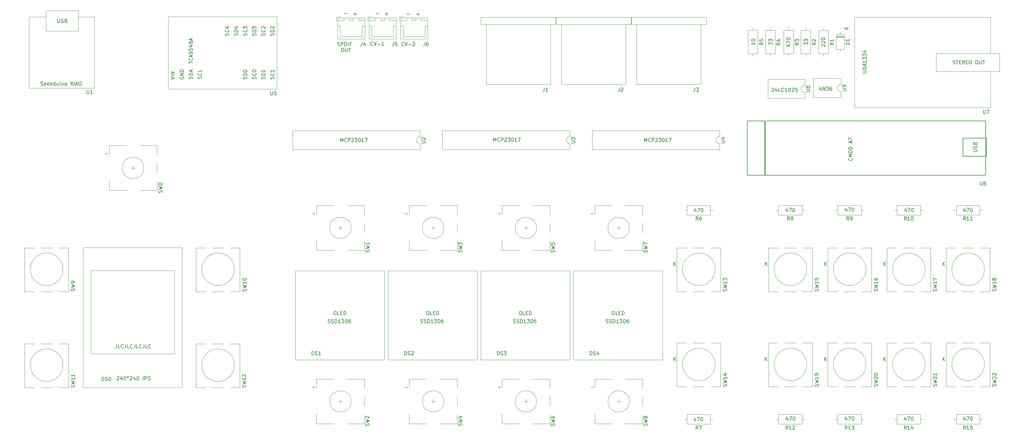
<source format=gbr>
%TF.GenerationSoftware,KiCad,Pcbnew,(5.1.9-0-10_14)*%
%TF.CreationDate,2021-03-17T11:34:05+01:00*%
%TF.ProjectId,xva1-ui,78766131-2d75-4692-9e6b-696361645f70,rev?*%
%TF.SameCoordinates,Original*%
%TF.FileFunction,Legend,Top*%
%TF.FilePolarity,Positive*%
%FSLAX46Y46*%
G04 Gerber Fmt 4.6, Leading zero omitted, Abs format (unit mm)*
G04 Created by KiCad (PCBNEW (5.1.9-0-10_14)) date 2021-03-17 11:34:05*
%MOMM*%
%LPD*%
G01*
G04 APERTURE LIST*
%ADD10C,0.150000*%
%ADD11C,0.120000*%
G04 APERTURE END LIST*
D10*
X223028571Y-47947619D02*
X223076190Y-47900000D01*
X223171428Y-47852380D01*
X223409523Y-47852380D01*
X223504761Y-47900000D01*
X223552380Y-47947619D01*
X223600000Y-48042857D01*
X223600000Y-48138095D01*
X223552380Y-48280952D01*
X222980952Y-48852380D01*
X223600000Y-48852380D01*
X224457142Y-48185714D02*
X224457142Y-48852380D01*
X224219047Y-47804761D02*
X223980952Y-48519047D01*
X224600000Y-48519047D01*
X225457142Y-48852380D02*
X224980952Y-48852380D01*
X224980952Y-47852380D01*
X226361904Y-48757142D02*
X226314285Y-48804761D01*
X226171428Y-48852380D01*
X226076190Y-48852380D01*
X225933333Y-48804761D01*
X225838095Y-48709523D01*
X225790476Y-48614285D01*
X225742857Y-48423809D01*
X225742857Y-48280952D01*
X225790476Y-48090476D01*
X225838095Y-47995238D01*
X225933333Y-47900000D01*
X226076190Y-47852380D01*
X226171428Y-47852380D01*
X226314285Y-47900000D01*
X226361904Y-47947619D01*
X227314285Y-48852380D02*
X226742857Y-48852380D01*
X227028571Y-48852380D02*
X227028571Y-47852380D01*
X226933333Y-47995238D01*
X226838095Y-48090476D01*
X226742857Y-48138095D01*
X227933333Y-47852380D02*
X228028571Y-47852380D01*
X228123809Y-47900000D01*
X228171428Y-47947619D01*
X228219047Y-48042857D01*
X228266666Y-48233333D01*
X228266666Y-48471428D01*
X228219047Y-48661904D01*
X228171428Y-48757142D01*
X228123809Y-48804761D01*
X228028571Y-48852380D01*
X227933333Y-48852380D01*
X227838095Y-48804761D01*
X227790476Y-48757142D01*
X227742857Y-48661904D01*
X227695238Y-48471428D01*
X227695238Y-48233333D01*
X227742857Y-48042857D01*
X227790476Y-47947619D01*
X227838095Y-47900000D01*
X227933333Y-47852380D01*
X228647619Y-47947619D02*
X228695238Y-47900000D01*
X228790476Y-47852380D01*
X229028571Y-47852380D01*
X229123809Y-47900000D01*
X229171428Y-47947619D01*
X229219047Y-48042857D01*
X229219047Y-48138095D01*
X229171428Y-48280952D01*
X228600000Y-48852380D01*
X229219047Y-48852380D01*
X230123809Y-47852380D02*
X229647619Y-47852380D01*
X229600000Y-48328571D01*
X229647619Y-48280952D01*
X229742857Y-48233333D01*
X229980952Y-48233333D01*
X230076190Y-48280952D01*
X230123809Y-48328571D01*
X230171428Y-48423809D01*
X230171428Y-48661904D01*
X230123809Y-48757142D01*
X230076190Y-48804761D01*
X229980952Y-48852380D01*
X229742857Y-48852380D01*
X229647619Y-48804761D01*
X229600000Y-48757142D01*
X39280952Y-119852380D02*
X39280952Y-120566666D01*
X39233333Y-120709523D01*
X39138095Y-120804761D01*
X38995238Y-120852380D01*
X38900000Y-120852380D01*
X40233333Y-120852380D02*
X39757142Y-120852380D01*
X39757142Y-119852380D01*
X41138095Y-120757142D02*
X41090476Y-120804761D01*
X40947619Y-120852380D01*
X40852380Y-120852380D01*
X40709523Y-120804761D01*
X40614285Y-120709523D01*
X40566666Y-120614285D01*
X40519047Y-120423809D01*
X40519047Y-120280952D01*
X40566666Y-120090476D01*
X40614285Y-119995238D01*
X40709523Y-119900000D01*
X40852380Y-119852380D01*
X40947619Y-119852380D01*
X41090476Y-119900000D01*
X41138095Y-119947619D01*
X41852380Y-119852380D02*
X41852380Y-120566666D01*
X41804761Y-120709523D01*
X41709523Y-120804761D01*
X41566666Y-120852380D01*
X41471428Y-120852380D01*
X42804761Y-120852380D02*
X42328571Y-120852380D01*
X42328571Y-119852380D01*
X43709523Y-120757142D02*
X43661904Y-120804761D01*
X43519047Y-120852380D01*
X43423809Y-120852380D01*
X43280952Y-120804761D01*
X43185714Y-120709523D01*
X43138095Y-120614285D01*
X43090476Y-120423809D01*
X43090476Y-120280952D01*
X43138095Y-120090476D01*
X43185714Y-119995238D01*
X43280952Y-119900000D01*
X43423809Y-119852380D01*
X43519047Y-119852380D01*
X43661904Y-119900000D01*
X43709523Y-119947619D01*
X44423809Y-119852380D02*
X44423809Y-120566666D01*
X44376190Y-120709523D01*
X44280952Y-120804761D01*
X44138095Y-120852380D01*
X44042857Y-120852380D01*
X45376190Y-120852380D02*
X44900000Y-120852380D01*
X44900000Y-119852380D01*
X46280952Y-120757142D02*
X46233333Y-120804761D01*
X46090476Y-120852380D01*
X45995238Y-120852380D01*
X45852380Y-120804761D01*
X45757142Y-120709523D01*
X45709523Y-120614285D01*
X45661904Y-120423809D01*
X45661904Y-120280952D01*
X45709523Y-120090476D01*
X45757142Y-119995238D01*
X45852380Y-119900000D01*
X45995238Y-119852380D01*
X46090476Y-119852380D01*
X46233333Y-119900000D01*
X46280952Y-119947619D01*
X46995238Y-119852380D02*
X46995238Y-120566666D01*
X46947619Y-120709523D01*
X46852380Y-120804761D01*
X46709523Y-120852380D01*
X46614285Y-120852380D01*
X47947619Y-120852380D02*
X47471428Y-120852380D01*
X47471428Y-119852380D01*
X48852380Y-120757142D02*
X48804761Y-120804761D01*
X48661904Y-120852380D01*
X48566666Y-120852380D01*
X48423809Y-120804761D01*
X48328571Y-120709523D01*
X48280952Y-120614285D01*
X48233333Y-120423809D01*
X48233333Y-120280952D01*
X48280952Y-120090476D01*
X48328571Y-119995238D01*
X48423809Y-119900000D01*
X48566666Y-119852380D01*
X48661904Y-119852380D01*
X48804761Y-119900000D01*
X48852380Y-119947619D01*
X119885714Y-35957142D02*
X119838095Y-36004761D01*
X119695238Y-36052380D01*
X119600000Y-36052380D01*
X119457142Y-36004761D01*
X119361904Y-35909523D01*
X119314285Y-35814285D01*
X119266666Y-35623809D01*
X119266666Y-35480952D01*
X119314285Y-35290476D01*
X119361904Y-35195238D01*
X119457142Y-35100000D01*
X119600000Y-35052380D01*
X119695238Y-35052380D01*
X119838095Y-35100000D01*
X119885714Y-35147619D01*
X120171428Y-35052380D02*
X120504761Y-36052380D01*
X120838095Y-35052380D01*
X121171428Y-35671428D02*
X121933333Y-35671428D01*
X122361904Y-35147619D02*
X122409523Y-35100000D01*
X122504761Y-35052380D01*
X122742857Y-35052380D01*
X122838095Y-35100000D01*
X122885714Y-35147619D01*
X122933333Y-35242857D01*
X122933333Y-35338095D01*
X122885714Y-35480952D01*
X122314285Y-36052380D01*
X122933333Y-36052380D01*
X111185714Y-35857142D02*
X111138095Y-35904761D01*
X110995238Y-35952380D01*
X110900000Y-35952380D01*
X110757142Y-35904761D01*
X110661904Y-35809523D01*
X110614285Y-35714285D01*
X110566666Y-35523809D01*
X110566666Y-35380952D01*
X110614285Y-35190476D01*
X110661904Y-35095238D01*
X110757142Y-35000000D01*
X110900000Y-34952380D01*
X110995238Y-34952380D01*
X111138095Y-35000000D01*
X111185714Y-35047619D01*
X111471428Y-34952380D02*
X111804761Y-35952380D01*
X112138095Y-34952380D01*
X112471428Y-35571428D02*
X113233333Y-35571428D01*
X114233333Y-35952380D02*
X113661904Y-35952380D01*
X113947619Y-35952380D02*
X113947619Y-34952380D01*
X113852380Y-35095238D01*
X113757142Y-35190476D01*
X113661904Y-35238095D01*
X101247619Y-35979761D02*
X101390476Y-36027380D01*
X101628571Y-36027380D01*
X101723809Y-35979761D01*
X101771428Y-35932142D01*
X101819047Y-35836904D01*
X101819047Y-35741666D01*
X101771428Y-35646428D01*
X101723809Y-35598809D01*
X101628571Y-35551190D01*
X101438095Y-35503571D01*
X101342857Y-35455952D01*
X101295238Y-35408333D01*
X101247619Y-35313095D01*
X101247619Y-35217857D01*
X101295238Y-35122619D01*
X101342857Y-35075000D01*
X101438095Y-35027380D01*
X101676190Y-35027380D01*
X101819047Y-35075000D01*
X102247619Y-36027380D02*
X102247619Y-35027380D01*
X102628571Y-35027380D01*
X102723809Y-35075000D01*
X102771428Y-35122619D01*
X102819047Y-35217857D01*
X102819047Y-35360714D01*
X102771428Y-35455952D01*
X102723809Y-35503571D01*
X102628571Y-35551190D01*
X102247619Y-35551190D01*
X103247619Y-36027380D02*
X103247619Y-35027380D01*
X103485714Y-35027380D01*
X103628571Y-35075000D01*
X103723809Y-35170238D01*
X103771428Y-35265476D01*
X103819047Y-35455952D01*
X103819047Y-35598809D01*
X103771428Y-35789285D01*
X103723809Y-35884523D01*
X103628571Y-35979761D01*
X103485714Y-36027380D01*
X103247619Y-36027380D01*
X104247619Y-36027380D02*
X104247619Y-35027380D01*
X105057142Y-35503571D02*
X104723809Y-35503571D01*
X104723809Y-36027380D02*
X104723809Y-35027380D01*
X105200000Y-35027380D01*
X102580952Y-36677380D02*
X102771428Y-36677380D01*
X102866666Y-36725000D01*
X102961904Y-36820238D01*
X103009523Y-37010714D01*
X103009523Y-37344047D01*
X102961904Y-37534523D01*
X102866666Y-37629761D01*
X102771428Y-37677380D01*
X102580952Y-37677380D01*
X102485714Y-37629761D01*
X102390476Y-37534523D01*
X102342857Y-37344047D01*
X102342857Y-37010714D01*
X102390476Y-36820238D01*
X102485714Y-36725000D01*
X102580952Y-36677380D01*
X103438095Y-36677380D02*
X103438095Y-37486904D01*
X103485714Y-37582142D01*
X103533333Y-37629761D01*
X103628571Y-37677380D01*
X103819047Y-37677380D01*
X103914285Y-37629761D01*
X103961904Y-37582142D01*
X104009523Y-37486904D01*
X104009523Y-36677380D01*
X104342857Y-36677380D02*
X104914285Y-36677380D01*
X104628571Y-37677380D02*
X104628571Y-36677380D01*
X123419047Y-27171428D02*
X124180952Y-27171428D01*
X123800000Y-27552380D02*
X123800000Y-26790476D01*
X114619047Y-27071428D02*
X115380952Y-27071428D01*
X115000000Y-27452380D02*
X115000000Y-26690476D01*
X105819047Y-27071428D02*
X106580952Y-27071428D01*
X106200000Y-27452380D02*
X106200000Y-26690476D01*
X120619047Y-27171428D02*
X121380952Y-27171428D01*
X112019047Y-26971428D02*
X112780952Y-26971428D01*
X103119047Y-26971428D02*
X103880952Y-26971428D01*
D11*
%TO.C,R7*%
X205745000Y-142220000D02*
X205745000Y-139480000D01*
X205745000Y-139480000D02*
X199205000Y-139480000D01*
X199205000Y-139480000D02*
X199205000Y-142220000D01*
X199205000Y-142220000D02*
X205745000Y-142220000D01*
X206515000Y-140850000D02*
X205745000Y-140850000D01*
X198435000Y-140850000D02*
X199205000Y-140850000D01*
%TO.C,R6*%
X205745000Y-83520000D02*
X205745000Y-80780000D01*
X205745000Y-80780000D02*
X199205000Y-80780000D01*
X199205000Y-80780000D02*
X199205000Y-83520000D01*
X199205000Y-83520000D02*
X205745000Y-83520000D01*
X206515000Y-82150000D02*
X205745000Y-82150000D01*
X198435000Y-82150000D02*
X199205000Y-82150000D01*
%TO.C,R9*%
X248045000Y-83520000D02*
X248045000Y-80780000D01*
X248045000Y-80780000D02*
X241505000Y-80780000D01*
X241505000Y-80780000D02*
X241505000Y-83520000D01*
X241505000Y-83520000D02*
X248045000Y-83520000D01*
X248815000Y-82150000D02*
X248045000Y-82150000D01*
X240735000Y-82150000D02*
X241505000Y-82150000D01*
%TO.C,R10*%
X264645000Y-83520000D02*
X264645000Y-80780000D01*
X264645000Y-80780000D02*
X258105000Y-80780000D01*
X258105000Y-80780000D02*
X258105000Y-83520000D01*
X258105000Y-83520000D02*
X264645000Y-83520000D01*
X265415000Y-82150000D02*
X264645000Y-82150000D01*
X257335000Y-82150000D02*
X258105000Y-82150000D01*
%TO.C,R11*%
X281245000Y-83520000D02*
X281245000Y-80780000D01*
X281245000Y-80780000D02*
X274705000Y-80780000D01*
X274705000Y-80780000D02*
X274705000Y-83520000D01*
X274705000Y-83520000D02*
X281245000Y-83520000D01*
X282015000Y-82150000D02*
X281245000Y-82150000D01*
X273935000Y-82150000D02*
X274705000Y-82150000D01*
%TO.C,R15*%
X281245000Y-142220000D02*
X281245000Y-139480000D01*
X281245000Y-139480000D02*
X274705000Y-139480000D01*
X274705000Y-139480000D02*
X274705000Y-142220000D01*
X274705000Y-142220000D02*
X281245000Y-142220000D01*
X282015000Y-140850000D02*
X281245000Y-140850000D01*
X273935000Y-140850000D02*
X274705000Y-140850000D01*
%TO.C,R14*%
X264645000Y-142220000D02*
X264645000Y-139480000D01*
X264645000Y-139480000D02*
X258105000Y-139480000D01*
X258105000Y-139480000D02*
X258105000Y-142220000D01*
X258105000Y-142220000D02*
X264645000Y-142220000D01*
X265415000Y-140850000D02*
X264645000Y-140850000D01*
X257335000Y-140850000D02*
X258105000Y-140850000D01*
%TO.C,R13*%
X248045000Y-142220000D02*
X248045000Y-139480000D01*
X248045000Y-139480000D02*
X241505000Y-139480000D01*
X241505000Y-139480000D02*
X241505000Y-142220000D01*
X241505000Y-142220000D02*
X248045000Y-142220000D01*
X248815000Y-140850000D02*
X248045000Y-140850000D01*
X240735000Y-140850000D02*
X241505000Y-140850000D01*
%TO.C,R12*%
X231445000Y-142220000D02*
X231445000Y-139480000D01*
X231445000Y-139480000D02*
X224905000Y-139480000D01*
X224905000Y-139480000D02*
X224905000Y-142220000D01*
X224905000Y-142220000D02*
X231445000Y-142220000D01*
X232215000Y-140850000D02*
X231445000Y-140850000D01*
X224135000Y-140850000D02*
X224905000Y-140850000D01*
%TO.C,R8*%
X231445000Y-83520000D02*
X231445000Y-80780000D01*
X231445000Y-80780000D02*
X224905000Y-80780000D01*
X224905000Y-80780000D02*
X224905000Y-83520000D01*
X224905000Y-83520000D02*
X231445000Y-83520000D01*
X232215000Y-82150000D02*
X231445000Y-82150000D01*
X224135000Y-82150000D02*
X224905000Y-82150000D01*
%TO.C,SW22*%
X271850000Y-131730000D02*
X271850000Y-119430000D01*
X276430000Y-119430000D02*
X279570000Y-119430000D01*
X284150000Y-119430000D02*
X284150000Y-131730000D01*
X274570000Y-131730000D02*
X271850000Y-131730000D01*
X282619050Y-125480000D02*
G75*
G03*
X282619050Y-125480000I-4579050J0D01*
G01*
X284150000Y-131730000D02*
X281430000Y-131730000D01*
X279570000Y-131730000D02*
X276430000Y-131730000D01*
X281430000Y-119430000D02*
X284150000Y-119430000D01*
X271850000Y-119430000D02*
X274570000Y-119430000D01*
%TO.C,SW18*%
X271850000Y-105015000D02*
X271850000Y-92715000D01*
X276430000Y-92715000D02*
X279570000Y-92715000D01*
X284150000Y-92715000D02*
X284150000Y-105015000D01*
X274570000Y-105015000D02*
X271850000Y-105015000D01*
X282619050Y-98765000D02*
G75*
G03*
X282619050Y-98765000I-4579050J0D01*
G01*
X284150000Y-105015000D02*
X281430000Y-105015000D01*
X279570000Y-105015000D02*
X276430000Y-105015000D01*
X281430000Y-92715000D02*
X284150000Y-92715000D01*
X271850000Y-92715000D02*
X274570000Y-92715000D01*
%TO.C,SW21*%
X255250000Y-131730000D02*
X255250000Y-119430000D01*
X259830000Y-119430000D02*
X262970000Y-119430000D01*
X267550000Y-119430000D02*
X267550000Y-131730000D01*
X257970000Y-131730000D02*
X255250000Y-131730000D01*
X266019050Y-125480000D02*
G75*
G03*
X266019050Y-125480000I-4579050J0D01*
G01*
X267550000Y-131730000D02*
X264830000Y-131730000D01*
X262970000Y-131730000D02*
X259830000Y-131730000D01*
X264830000Y-119430000D02*
X267550000Y-119430000D01*
X255250000Y-119430000D02*
X257970000Y-119430000D01*
%TO.C,SW20*%
X238650000Y-131730000D02*
X238650000Y-119430000D01*
X243230000Y-119430000D02*
X246370000Y-119430000D01*
X250950000Y-119430000D02*
X250950000Y-131730000D01*
X241370000Y-131730000D02*
X238650000Y-131730000D01*
X249419050Y-125480000D02*
G75*
G03*
X249419050Y-125480000I-4579050J0D01*
G01*
X250950000Y-131730000D02*
X248230000Y-131730000D01*
X246370000Y-131730000D02*
X243230000Y-131730000D01*
X248230000Y-119430000D02*
X250950000Y-119430000D01*
X238650000Y-119430000D02*
X241370000Y-119430000D01*
%TO.C,SW19*%
X222050000Y-131730000D02*
X222050000Y-119430000D01*
X226630000Y-119430000D02*
X229770000Y-119430000D01*
X234350000Y-119430000D02*
X234350000Y-131730000D01*
X224770000Y-131730000D02*
X222050000Y-131730000D01*
X232819050Y-125480000D02*
G75*
G03*
X232819050Y-125480000I-4579050J0D01*
G01*
X234350000Y-131730000D02*
X231630000Y-131730000D01*
X229770000Y-131730000D02*
X226630000Y-131730000D01*
X231630000Y-119430000D02*
X234350000Y-119430000D01*
X222050000Y-119430000D02*
X224770000Y-119430000D01*
%TO.C,SW17*%
X255250000Y-105015000D02*
X255250000Y-92715000D01*
X259830000Y-92715000D02*
X262970000Y-92715000D01*
X267550000Y-92715000D02*
X267550000Y-105015000D01*
X257970000Y-105015000D02*
X255250000Y-105015000D01*
X266019050Y-98765000D02*
G75*
G03*
X266019050Y-98765000I-4579050J0D01*
G01*
X267550000Y-105015000D02*
X264830000Y-105015000D01*
X262970000Y-105015000D02*
X259830000Y-105015000D01*
X264830000Y-92715000D02*
X267550000Y-92715000D01*
X255250000Y-92715000D02*
X257970000Y-92715000D01*
%TO.C,SW16*%
X238650000Y-105015000D02*
X238650000Y-92715000D01*
X243230000Y-92715000D02*
X246370000Y-92715000D01*
X250950000Y-92715000D02*
X250950000Y-105015000D01*
X241370000Y-105015000D02*
X238650000Y-105015000D01*
X249419050Y-98765000D02*
G75*
G03*
X249419050Y-98765000I-4579050J0D01*
G01*
X250950000Y-105015000D02*
X248230000Y-105015000D01*
X246370000Y-105015000D02*
X243230000Y-105015000D01*
X248230000Y-92715000D02*
X250950000Y-92715000D01*
X238650000Y-92715000D02*
X241370000Y-92715000D01*
%TO.C,SW15*%
X222050000Y-105015000D02*
X222050000Y-92715000D01*
X226630000Y-92715000D02*
X229770000Y-92715000D01*
X234350000Y-92715000D02*
X234350000Y-105015000D01*
X224770000Y-105015000D02*
X222050000Y-105015000D01*
X232819050Y-98765000D02*
G75*
G03*
X232819050Y-98765000I-4579050J0D01*
G01*
X234350000Y-105015000D02*
X231630000Y-105015000D01*
X229770000Y-105015000D02*
X226630000Y-105015000D01*
X231630000Y-92715000D02*
X234350000Y-92715000D01*
X222050000Y-92715000D02*
X224770000Y-92715000D01*
%TO.C,SW14*%
X196350000Y-131730000D02*
X196350000Y-119430000D01*
X200930000Y-119430000D02*
X204070000Y-119430000D01*
X208650000Y-119430000D02*
X208650000Y-131730000D01*
X199070000Y-131730000D02*
X196350000Y-131730000D01*
X207119050Y-125480000D02*
G75*
G03*
X207119050Y-125480000I-4579050J0D01*
G01*
X208650000Y-131730000D02*
X205930000Y-131730000D01*
X204070000Y-131730000D02*
X200930000Y-131730000D01*
X205930000Y-119430000D02*
X208650000Y-119430000D01*
X196350000Y-119430000D02*
X199070000Y-119430000D01*
%TO.C,SW13*%
X196350000Y-105015000D02*
X196350000Y-92715000D01*
X200930000Y-92715000D02*
X204070000Y-92715000D01*
X208650000Y-92715000D02*
X208650000Y-105015000D01*
X199070000Y-105015000D02*
X196350000Y-105015000D01*
X207119050Y-98765000D02*
G75*
G03*
X207119050Y-98765000I-4579050J0D01*
G01*
X208650000Y-105015000D02*
X205930000Y-105015000D01*
X204070000Y-105015000D02*
X200930000Y-105015000D01*
X205930000Y-92715000D02*
X208650000Y-92715000D01*
X196350000Y-92715000D02*
X199070000Y-92715000D01*
%TO.C,SW8*%
X183055000Y-135850000D02*
G75*
G03*
X183055000Y-135850000I-3000000J0D01*
G01*
X181855000Y-129550000D02*
X186755000Y-129550000D01*
X186755000Y-142150000D02*
X181855000Y-142150000D01*
X178255000Y-142150000D02*
X173355000Y-142150000D01*
X173355000Y-142150000D02*
X173355000Y-139350000D01*
X178155000Y-129550000D02*
X173355000Y-129550000D01*
X173355000Y-129550000D02*
X173355000Y-132050000D01*
X172555000Y-132050000D02*
X172255000Y-131750000D01*
X172255000Y-131750000D02*
X172855000Y-131750000D01*
X172855000Y-131750000D02*
X172555000Y-132050000D01*
X186755000Y-129550000D02*
X186755000Y-132150000D01*
X186755000Y-134550000D02*
X186755000Y-137150000D01*
X186755000Y-139550000D02*
X186755000Y-142150000D01*
X180055000Y-135350000D02*
X180055000Y-136350000D01*
X179555000Y-135850000D02*
X180555000Y-135850000D01*
%TO.C,SW6*%
X157055000Y-135850000D02*
G75*
G03*
X157055000Y-135850000I-3000000J0D01*
G01*
X155855000Y-129550000D02*
X160755000Y-129550000D01*
X160755000Y-142150000D02*
X155855000Y-142150000D01*
X152255000Y-142150000D02*
X147355000Y-142150000D01*
X147355000Y-142150000D02*
X147355000Y-139350000D01*
X152155000Y-129550000D02*
X147355000Y-129550000D01*
X147355000Y-129550000D02*
X147355000Y-132050000D01*
X146555000Y-132050000D02*
X146255000Y-131750000D01*
X146255000Y-131750000D02*
X146855000Y-131750000D01*
X146855000Y-131750000D02*
X146555000Y-132050000D01*
X160755000Y-129550000D02*
X160755000Y-132150000D01*
X160755000Y-134550000D02*
X160755000Y-137150000D01*
X160755000Y-139550000D02*
X160755000Y-142150000D01*
X154055000Y-135350000D02*
X154055000Y-136350000D01*
X153555000Y-135850000D02*
X154555000Y-135850000D01*
%TO.C,SW4*%
X131055000Y-135850000D02*
G75*
G03*
X131055000Y-135850000I-3000000J0D01*
G01*
X129855000Y-129550000D02*
X134755000Y-129550000D01*
X134755000Y-142150000D02*
X129855000Y-142150000D01*
X126255000Y-142150000D02*
X121355000Y-142150000D01*
X121355000Y-142150000D02*
X121355000Y-139350000D01*
X126155000Y-129550000D02*
X121355000Y-129550000D01*
X121355000Y-129550000D02*
X121355000Y-132050000D01*
X120555000Y-132050000D02*
X120255000Y-131750000D01*
X120255000Y-131750000D02*
X120855000Y-131750000D01*
X120855000Y-131750000D02*
X120555000Y-132050000D01*
X134755000Y-129550000D02*
X134755000Y-132150000D01*
X134755000Y-134550000D02*
X134755000Y-137150000D01*
X134755000Y-139550000D02*
X134755000Y-142150000D01*
X128055000Y-135350000D02*
X128055000Y-136350000D01*
X127555000Y-135850000D02*
X128555000Y-135850000D01*
%TO.C,SW2*%
X105055000Y-135850000D02*
G75*
G03*
X105055000Y-135850000I-3000000J0D01*
G01*
X103855000Y-129550000D02*
X108755000Y-129550000D01*
X108755000Y-142150000D02*
X103855000Y-142150000D01*
X100255000Y-142150000D02*
X95355000Y-142150000D01*
X95355000Y-142150000D02*
X95355000Y-139350000D01*
X100155000Y-129550000D02*
X95355000Y-129550000D01*
X95355000Y-129550000D02*
X95355000Y-132050000D01*
X94555000Y-132050000D02*
X94255000Y-131750000D01*
X94255000Y-131750000D02*
X94855000Y-131750000D01*
X94855000Y-131750000D02*
X94555000Y-132050000D01*
X108755000Y-129550000D02*
X108755000Y-132150000D01*
X108755000Y-134550000D02*
X108755000Y-137150000D01*
X108755000Y-139550000D02*
X108755000Y-142150000D01*
X102055000Y-135350000D02*
X102055000Y-136350000D01*
X101555000Y-135850000D02*
X102555000Y-135850000D01*
%TO.C,SW7*%
X183055000Y-87150000D02*
G75*
G03*
X183055000Y-87150000I-3000000J0D01*
G01*
X181855000Y-80850000D02*
X186755000Y-80850000D01*
X186755000Y-93450000D02*
X181855000Y-93450000D01*
X178255000Y-93450000D02*
X173355000Y-93450000D01*
X173355000Y-93450000D02*
X173355000Y-90650000D01*
X178155000Y-80850000D02*
X173355000Y-80850000D01*
X173355000Y-80850000D02*
X173355000Y-83350000D01*
X172555000Y-83350000D02*
X172255000Y-83050000D01*
X172255000Y-83050000D02*
X172855000Y-83050000D01*
X172855000Y-83050000D02*
X172555000Y-83350000D01*
X186755000Y-80850000D02*
X186755000Y-83450000D01*
X186755000Y-85850000D02*
X186755000Y-88450000D01*
X186755000Y-90850000D02*
X186755000Y-93450000D01*
X180055000Y-86650000D02*
X180055000Y-87650000D01*
X179555000Y-87150000D02*
X180555000Y-87150000D01*
%TO.C,SW5*%
X157055000Y-87150000D02*
G75*
G03*
X157055000Y-87150000I-3000000J0D01*
G01*
X155855000Y-80850000D02*
X160755000Y-80850000D01*
X160755000Y-93450000D02*
X155855000Y-93450000D01*
X152255000Y-93450000D02*
X147355000Y-93450000D01*
X147355000Y-93450000D02*
X147355000Y-90650000D01*
X152155000Y-80850000D02*
X147355000Y-80850000D01*
X147355000Y-80850000D02*
X147355000Y-83350000D01*
X146555000Y-83350000D02*
X146255000Y-83050000D01*
X146255000Y-83050000D02*
X146855000Y-83050000D01*
X146855000Y-83050000D02*
X146555000Y-83350000D01*
X160755000Y-80850000D02*
X160755000Y-83450000D01*
X160755000Y-85850000D02*
X160755000Y-88450000D01*
X160755000Y-90850000D02*
X160755000Y-93450000D01*
X154055000Y-86650000D02*
X154055000Y-87650000D01*
X153555000Y-87150000D02*
X154555000Y-87150000D01*
%TO.C,SW3*%
X131055000Y-87150000D02*
G75*
G03*
X131055000Y-87150000I-3000000J0D01*
G01*
X129855000Y-80850000D02*
X134755000Y-80850000D01*
X134755000Y-93450000D02*
X129855000Y-93450000D01*
X126255000Y-93450000D02*
X121355000Y-93450000D01*
X121355000Y-93450000D02*
X121355000Y-90650000D01*
X126155000Y-80850000D02*
X121355000Y-80850000D01*
X121355000Y-80850000D02*
X121355000Y-83350000D01*
X120555000Y-83350000D02*
X120255000Y-83050000D01*
X120255000Y-83050000D02*
X120855000Y-83050000D01*
X120855000Y-83050000D02*
X120555000Y-83350000D01*
X134755000Y-80850000D02*
X134755000Y-83450000D01*
X134755000Y-85850000D02*
X134755000Y-88450000D01*
X134755000Y-90850000D02*
X134755000Y-93450000D01*
X128055000Y-86650000D02*
X128055000Y-87650000D01*
X127555000Y-87150000D02*
X128555000Y-87150000D01*
%TO.C,SW1*%
X105055000Y-87150000D02*
G75*
G03*
X105055000Y-87150000I-3000000J0D01*
G01*
X103855000Y-80850000D02*
X108755000Y-80850000D01*
X108755000Y-93450000D02*
X103855000Y-93450000D01*
X100255000Y-93450000D02*
X95355000Y-93450000D01*
X95355000Y-93450000D02*
X95355000Y-90650000D01*
X100155000Y-80850000D02*
X95355000Y-80850000D01*
X95355000Y-80850000D02*
X95355000Y-83350000D01*
X94555000Y-83350000D02*
X94255000Y-83050000D01*
X94255000Y-83050000D02*
X94855000Y-83050000D01*
X94855000Y-83050000D02*
X94555000Y-83350000D01*
X108755000Y-80850000D02*
X108755000Y-83450000D01*
X108755000Y-85850000D02*
X108755000Y-88450000D01*
X108755000Y-90850000D02*
X108755000Y-93450000D01*
X102055000Y-86650000D02*
X102055000Y-87650000D01*
X101555000Y-87150000D02*
X102555000Y-87150000D01*
%TO.C,R2*%
X232500000Y-39020000D02*
X232500000Y-38250000D01*
X232500000Y-30940000D02*
X232500000Y-31710000D01*
X233870000Y-38250000D02*
X233870000Y-31710000D01*
X231130000Y-38250000D02*
X233870000Y-38250000D01*
X231130000Y-31710000D02*
X231130000Y-38250000D01*
X233870000Y-31710000D02*
X231130000Y-31710000D01*
%TO.C,SW0*%
X46924999Y-70300000D02*
G75*
G03*
X46924999Y-70300000I-3000000J0D01*
G01*
X45724999Y-64000000D02*
X50624999Y-64000000D01*
X50624999Y-76600000D02*
X45724999Y-76600000D01*
X42124999Y-76600000D02*
X37224999Y-76600000D01*
X37224999Y-76600000D02*
X37224999Y-73800000D01*
X42024999Y-64000000D02*
X37224999Y-64000000D01*
X37224999Y-64000000D02*
X37224999Y-66500000D01*
X36424999Y-66500000D02*
X36124999Y-66200000D01*
X36124999Y-66200000D02*
X36724999Y-66200000D01*
X36724999Y-66200000D02*
X36424999Y-66500000D01*
X50624999Y-64000000D02*
X50624999Y-66600000D01*
X50624999Y-69000000D02*
X50624999Y-71600000D01*
X50624999Y-74000000D02*
X50624999Y-76600000D01*
X43924999Y-69800000D02*
X43924999Y-70800000D01*
X43424999Y-70300000D02*
X44424999Y-70300000D01*
%TO.C,J3*%
X185120000Y-46889999D02*
X185120000Y-29989999D01*
X203120000Y-46889999D02*
X185120000Y-46889999D01*
X203120000Y-29989999D02*
X203120000Y-46889999D01*
X204620000Y-29989999D02*
X204620000Y-27989999D01*
X183620000Y-29989999D02*
X204620000Y-29989999D01*
X183620000Y-27989999D02*
X183620000Y-29989999D01*
X204620000Y-27989999D02*
X183620000Y-27989999D01*
%TO.C,J2*%
X164020000Y-46889999D02*
X164020000Y-29989999D01*
X182020000Y-46889999D02*
X164020000Y-46889999D01*
X182020000Y-29989999D02*
X182020000Y-46889999D01*
X183520000Y-29989999D02*
X183520000Y-27989999D01*
X162520000Y-29989999D02*
X183520000Y-29989999D01*
X162520000Y-27989999D02*
X162520000Y-29989999D01*
X183520000Y-27989999D02*
X162520000Y-27989999D01*
%TO.C,J1*%
X142920000Y-46889999D02*
X142920000Y-29989999D01*
X160920000Y-46889999D02*
X142920000Y-46889999D01*
X160920000Y-29989999D02*
X160920000Y-46889999D01*
X162420000Y-29989999D02*
X162420000Y-27989999D01*
X141420000Y-29989999D02*
X162420000Y-29989999D01*
X141420000Y-27989999D02*
X141420000Y-29989999D01*
X162420000Y-27989999D02*
X141420000Y-27989999D01*
%TO.C,R5*%
X217700000Y-30880000D02*
X217700000Y-31650000D01*
X217700000Y-38960000D02*
X217700000Y-38190000D01*
X216330000Y-31650000D02*
X216330000Y-38190000D01*
X219070000Y-31650000D02*
X216330000Y-31650000D01*
X219070000Y-38190000D02*
X219070000Y-31650000D01*
X216330000Y-38190000D02*
X219070000Y-38190000D01*
%TO.C,R4*%
X222600000Y-30880000D02*
X222600000Y-31650000D01*
X222600000Y-38960000D02*
X222600000Y-38190000D01*
X221230000Y-31650000D02*
X221230000Y-38190000D01*
X223970000Y-31650000D02*
X221230000Y-31650000D01*
X223970000Y-38190000D02*
X223970000Y-31650000D01*
X221230000Y-38190000D02*
X223970000Y-38190000D01*
%TO.C,R3*%
X227700000Y-30880000D02*
X227700000Y-31650000D01*
X227700000Y-38960000D02*
X227700000Y-38190000D01*
X226330000Y-31650000D02*
X226330000Y-38190000D01*
X229070000Y-31650000D02*
X226330000Y-31650000D01*
X229070000Y-38190000D02*
X229070000Y-31650000D01*
X226330000Y-38190000D02*
X229070000Y-38190000D01*
%TO.C,R1*%
X237500000Y-39020000D02*
X237500000Y-38250000D01*
X237500000Y-30940000D02*
X237500000Y-31710000D01*
X238870000Y-38250000D02*
X238870000Y-31710000D01*
X236130000Y-38250000D02*
X238870000Y-38250000D01*
X236130000Y-31710000D02*
X236130000Y-38250000D01*
X238870000Y-31710000D02*
X236130000Y-31710000D01*
%TO.C,DS4*%
X167400000Y-124200000D02*
X192400000Y-124200000D01*
X192400000Y-124200000D02*
X192400000Y-99200000D01*
X192400000Y-99200000D02*
X167400000Y-99200000D01*
X167400000Y-99200000D02*
X167400000Y-124200000D01*
%TO.C,DS3*%
X141400000Y-124200000D02*
X166400000Y-124200000D01*
X166400000Y-124200000D02*
X166400000Y-99200000D01*
X166400000Y-99200000D02*
X141400000Y-99200000D01*
X141400000Y-99200000D02*
X141400000Y-124200000D01*
%TO.C,DS2*%
X115400000Y-124200000D02*
X140400000Y-124200000D01*
X140400000Y-124200000D02*
X140400000Y-99200000D01*
X140400000Y-99200000D02*
X115400000Y-99200000D01*
X115400000Y-99200000D02*
X115400000Y-124200000D01*
%TO.C,DS1*%
X89400000Y-124200000D02*
X114400000Y-124200000D01*
X114400000Y-124200000D02*
X114400000Y-99200000D01*
X114400000Y-99200000D02*
X89400000Y-99200000D01*
X89400000Y-99200000D02*
X89400000Y-124200000D01*
%TO.C,U5*%
X53790000Y-48120000D02*
X84270000Y-48120000D01*
X53790000Y-27800000D02*
X53790000Y-48120000D01*
X84270000Y-27800000D02*
X53790000Y-27800000D01*
X84270000Y-48120000D02*
X84270000Y-27800000D01*
%TO.C,U7*%
X284280000Y-28009999D02*
X246180000Y-28009999D01*
X284280000Y-53409999D02*
X284300000Y-43229999D01*
X246180000Y-53409999D02*
X284280000Y-53409999D01*
X246180000Y-28009999D02*
X246180000Y-53409999D01*
X286840000Y-38149999D02*
X286840000Y-43229999D01*
X286840000Y-43229999D02*
X269060000Y-43229999D01*
X269060000Y-43229999D02*
X269060000Y-38149999D01*
X269060000Y-38149999D02*
X286840000Y-38149999D01*
X284300000Y-38149999D02*
X284280000Y-28009999D01*
%TO.C,U9*%
X242380000Y-50510000D02*
X242380000Y-48860000D01*
X234640000Y-50510000D02*
X242380000Y-50510000D01*
X234640000Y-45210000D02*
X234640000Y-50510000D01*
X242380000Y-45210000D02*
X234640000Y-45210000D01*
X242380000Y-46860000D02*
X242380000Y-45210000D01*
X242380000Y-48860000D02*
G75*
G02*
X242380000Y-46860000I0J1000000D01*
G01*
%TO.C,U8*%
X232230000Y-50760000D02*
X232230000Y-49110000D01*
X221950000Y-50760000D02*
X232230000Y-50760000D01*
X221950000Y-45460000D02*
X221950000Y-50760000D01*
X232230000Y-45460000D02*
X221950000Y-45460000D01*
X232230000Y-47110000D02*
X232230000Y-45460000D01*
X232230000Y-49110000D02*
G75*
G02*
X232230000Y-47110000I0J1000000D01*
G01*
D10*
%TO.C,U6*%
X220944000Y-72384000D02*
X216118000Y-72384000D01*
X216118000Y-72384000D02*
X216118000Y-57144000D01*
X216118000Y-57144000D02*
X220944000Y-57144000D01*
X220944000Y-57144000D02*
X220944000Y-72384000D01*
X283174000Y-67050000D02*
X276570000Y-67050000D01*
X276570000Y-67050000D02*
X276570000Y-61970000D01*
X276570000Y-61970000D02*
X283174000Y-61970000D01*
X283174000Y-61970000D02*
X283174000Y-67050000D01*
X221198000Y-72384000D02*
X282920000Y-72384000D01*
X282920000Y-72384000D02*
X282920000Y-57144000D01*
X282920000Y-57144000D02*
X221198000Y-57144000D01*
X221198000Y-57144000D02*
X221198000Y-72384000D01*
D11*
%TO.C,U1*%
X19490000Y-27900000D02*
X14740000Y-27900000D01*
X32990000Y-27900000D02*
X28490000Y-27900000D01*
X19490000Y-26150000D02*
X19490000Y-31900000D01*
X28490000Y-26150000D02*
X19490000Y-26150000D01*
X28490000Y-31900000D02*
X28490000Y-26150000D01*
X19490000Y-31900000D02*
X28490000Y-31900000D01*
X14740000Y-47900000D02*
X32990000Y-47900000D01*
X32990000Y-47900000D02*
X32990000Y-27900000D01*
X14740000Y-27900000D02*
X14740000Y-47900000D01*
%TO.C,SW12*%
X61550000Y-119654999D02*
X64270000Y-119654999D01*
X71130000Y-119654999D02*
X73850000Y-119654999D01*
X69270000Y-131954999D02*
X66130000Y-131954999D01*
X73850000Y-131954999D02*
X71130000Y-131954999D01*
X72319050Y-125704999D02*
G75*
G03*
X72319050Y-125704999I-4579050J0D01*
G01*
X64270000Y-131954999D02*
X61550000Y-131954999D01*
X73850000Y-119654999D02*
X73850000Y-131954999D01*
X66130000Y-119654999D02*
X69270000Y-119654999D01*
X61550000Y-131954999D02*
X61550000Y-119654999D01*
%TO.C,SW11*%
X13500000Y-119654999D02*
X16220000Y-119654999D01*
X23080000Y-119654999D02*
X25800000Y-119654999D01*
X21220000Y-131954999D02*
X18080000Y-131954999D01*
X25800000Y-131954999D02*
X23080000Y-131954999D01*
X24269050Y-125704999D02*
G75*
G03*
X24269050Y-125704999I-4579050J0D01*
G01*
X16220000Y-131954999D02*
X13500000Y-131954999D01*
X25800000Y-119654999D02*
X25800000Y-131954999D01*
X18080000Y-119654999D02*
X21220000Y-119654999D01*
X13500000Y-131954999D02*
X13500000Y-119654999D01*
%TO.C,SW10*%
X61550000Y-92715000D02*
X64270000Y-92715000D01*
X71130000Y-92715000D02*
X73850000Y-92715000D01*
X69270000Y-105015000D02*
X66130000Y-105015000D01*
X73850000Y-105015000D02*
X71130000Y-105015000D01*
X72319050Y-98765000D02*
G75*
G03*
X72319050Y-98765000I-4579050J0D01*
G01*
X64270000Y-105015000D02*
X61550000Y-105015000D01*
X73850000Y-92715000D02*
X73850000Y-105015000D01*
X66130000Y-92715000D02*
X69270000Y-92715000D01*
X61550000Y-105015000D02*
X61550000Y-92715000D01*
%TO.C,SW9*%
X13500000Y-92715000D02*
X16220000Y-92715000D01*
X23080000Y-92715000D02*
X25800000Y-92715000D01*
X21220000Y-105015000D02*
X18080000Y-105015000D01*
X25800000Y-105015000D02*
X23080000Y-105015000D01*
X24269050Y-98765000D02*
G75*
G03*
X24269050Y-98765000I-4579050J0D01*
G01*
X16220000Y-105015000D02*
X13500000Y-105015000D01*
X25800000Y-92715000D02*
X25800000Y-105015000D01*
X18080000Y-92715000D02*
X21220000Y-92715000D01*
X13500000Y-105015000D02*
X13500000Y-92715000D01*
%TO.C,J6*%
X118550000Y-27865000D02*
X118550000Y-29115000D01*
X119800000Y-27865000D02*
X118550000Y-27865000D01*
X125700000Y-33365000D02*
X122650000Y-33365000D01*
X125700000Y-30415000D02*
X125700000Y-33365000D01*
X126450000Y-30415000D02*
X125700000Y-30415000D01*
X119600000Y-33365000D02*
X122650000Y-33365000D01*
X119600000Y-30415000D02*
X119600000Y-33365000D01*
X118850000Y-30415000D02*
X119600000Y-30415000D01*
X126450000Y-28165000D02*
X124650000Y-28165000D01*
X126450000Y-28915000D02*
X126450000Y-28165000D01*
X124650000Y-28915000D02*
X126450000Y-28915000D01*
X124650000Y-28165000D02*
X124650000Y-28915000D01*
X120650000Y-28165000D02*
X118850000Y-28165000D01*
X120650000Y-28915000D02*
X120650000Y-28165000D01*
X118850000Y-28915000D02*
X120650000Y-28915000D01*
X118850000Y-28165000D02*
X118850000Y-28915000D01*
X123150000Y-28165000D02*
X122150000Y-28165000D01*
X123150000Y-28915000D02*
X123150000Y-28165000D01*
X122150000Y-28915000D02*
X123150000Y-28915000D01*
X122150000Y-28165000D02*
X122150000Y-28915000D01*
X126460000Y-28155000D02*
X118840000Y-28155000D01*
X126460000Y-34125000D02*
X126460000Y-28155000D01*
X118840000Y-34125000D02*
X126460000Y-34125000D01*
X118840000Y-28155000D02*
X118840000Y-34125000D01*
%TO.C,J5*%
X109750000Y-27865000D02*
X109750000Y-29115000D01*
X111000000Y-27865000D02*
X109750000Y-27865000D01*
X116900000Y-33365000D02*
X113850000Y-33365000D01*
X116900000Y-30415000D02*
X116900000Y-33365000D01*
X117650000Y-30415000D02*
X116900000Y-30415000D01*
X110800000Y-33365000D02*
X113850000Y-33365000D01*
X110800000Y-30415000D02*
X110800000Y-33365000D01*
X110050000Y-30415000D02*
X110800000Y-30415000D01*
X117650000Y-28165000D02*
X115850000Y-28165000D01*
X117650000Y-28915000D02*
X117650000Y-28165000D01*
X115850000Y-28915000D02*
X117650000Y-28915000D01*
X115850000Y-28165000D02*
X115850000Y-28915000D01*
X111850000Y-28165000D02*
X110050000Y-28165000D01*
X111850000Y-28915000D02*
X111850000Y-28165000D01*
X110050000Y-28915000D02*
X111850000Y-28915000D01*
X110050000Y-28165000D02*
X110050000Y-28915000D01*
X114350000Y-28165000D02*
X113350000Y-28165000D01*
X114350000Y-28915000D02*
X114350000Y-28165000D01*
X113350000Y-28915000D02*
X114350000Y-28915000D01*
X113350000Y-28165000D02*
X113350000Y-28915000D01*
X117660000Y-28155000D02*
X110040000Y-28155000D01*
X117660000Y-34125000D02*
X117660000Y-28155000D01*
X110040000Y-34125000D02*
X117660000Y-34125000D01*
X110040000Y-28155000D02*
X110040000Y-34125000D01*
%TO.C,J4*%
X100950000Y-27865000D02*
X100950000Y-29115000D01*
X102200000Y-27865000D02*
X100950000Y-27865000D01*
X108100000Y-33365000D02*
X105050000Y-33365000D01*
X108100000Y-30415000D02*
X108100000Y-33365000D01*
X108850000Y-30415000D02*
X108100000Y-30415000D01*
X102000000Y-33365000D02*
X105050000Y-33365000D01*
X102000000Y-30415000D02*
X102000000Y-33365000D01*
X101250000Y-30415000D02*
X102000000Y-30415000D01*
X108850000Y-28165000D02*
X107050000Y-28165000D01*
X108850000Y-28915000D02*
X108850000Y-28165000D01*
X107050000Y-28915000D02*
X108850000Y-28915000D01*
X107050000Y-28165000D02*
X107050000Y-28915000D01*
X103050000Y-28165000D02*
X101250000Y-28165000D01*
X103050000Y-28915000D02*
X103050000Y-28165000D01*
X101250000Y-28915000D02*
X103050000Y-28915000D01*
X101250000Y-28165000D02*
X101250000Y-28915000D01*
X105550000Y-28165000D02*
X104550000Y-28165000D01*
X105550000Y-28915000D02*
X105550000Y-28165000D01*
X104550000Y-28915000D02*
X105550000Y-28915000D01*
X104550000Y-28165000D02*
X104550000Y-28915000D01*
X108860000Y-28155000D02*
X101240000Y-28155000D01*
X108860000Y-34125000D02*
X108860000Y-28155000D01*
X101240000Y-34125000D02*
X108860000Y-34125000D01*
X101240000Y-28155000D02*
X101240000Y-34125000D01*
%TO.C,DS0*%
X32059999Y-122500000D02*
X32059999Y-99100000D01*
X55459999Y-122500000D02*
X32059999Y-122500000D01*
X55459999Y-99100000D02*
X55459999Y-122500000D01*
X32059999Y-99100000D02*
X55459999Y-99100000D01*
X57679999Y-131920000D02*
X29899999Y-131920000D01*
X57679999Y-92700000D02*
X57679999Y-131920000D01*
X29899999Y-92700000D02*
X57679999Y-92700000D01*
X29899999Y-131920000D02*
X29899999Y-92700000D01*
%TO.C,D1*%
X243320000Y-33390000D02*
X241080000Y-33390000D01*
X243320000Y-33630000D02*
X241080000Y-33630000D01*
X243320000Y-33510000D02*
X241080000Y-33510000D01*
X242200000Y-37680000D02*
X242200000Y-37030000D01*
X242200000Y-32140000D02*
X242200000Y-32790000D01*
X243320000Y-37030000D02*
X243320000Y-32790000D01*
X241080000Y-37030000D02*
X243320000Y-37030000D01*
X241080000Y-32790000D02*
X241080000Y-37030000D01*
X243320000Y-32790000D02*
X241080000Y-32790000D01*
%TO.C,U4*%
X208350000Y-65160000D02*
X208350000Y-63510000D01*
X172670000Y-65160000D02*
X208350000Y-65160000D01*
X172670000Y-59860000D02*
X172670000Y-65160000D01*
X208350000Y-59860000D02*
X172670000Y-59860000D01*
X208350000Y-61510000D02*
X208350000Y-59860000D01*
X208350000Y-63510000D02*
G75*
G02*
X208350000Y-61510000I0J1000000D01*
G01*
%TO.C,U3*%
X166350000Y-65160000D02*
X166350000Y-63510000D01*
X130670000Y-65160000D02*
X166350000Y-65160000D01*
X130670000Y-59860000D02*
X130670000Y-65160000D01*
X166350000Y-59860000D02*
X130670000Y-59860000D01*
X166350000Y-61510000D02*
X166350000Y-59860000D01*
X166350000Y-63510000D02*
G75*
G02*
X166350000Y-61510000I0J1000000D01*
G01*
%TO.C,U2*%
X124350000Y-65160000D02*
X124350000Y-63510000D01*
X88670000Y-65160000D02*
X124350000Y-65160000D01*
X88670000Y-59860000D02*
X88670000Y-65160000D01*
X124350000Y-59860000D02*
X88670000Y-59860000D01*
X124350000Y-61510000D02*
X124350000Y-59860000D01*
X124350000Y-63510000D02*
G75*
G02*
X124350000Y-61510000I0J1000000D01*
G01*
%TO.C,R7*%
D10*
X202308333Y-143672380D02*
X201975000Y-143196190D01*
X201736904Y-143672380D02*
X201736904Y-142672380D01*
X202117857Y-142672380D01*
X202213095Y-142720000D01*
X202260714Y-142767619D01*
X202308333Y-142862857D01*
X202308333Y-143005714D01*
X202260714Y-143100952D01*
X202213095Y-143148571D01*
X202117857Y-143196190D01*
X201736904Y-143196190D01*
X202641666Y-142672380D02*
X203308333Y-142672380D01*
X202879761Y-143672380D01*
X201638095Y-140685714D02*
X201638095Y-141352380D01*
X201400000Y-140304761D02*
X201161904Y-141019047D01*
X201780952Y-141019047D01*
X202066666Y-140352380D02*
X202733333Y-140352380D01*
X202304761Y-141352380D01*
X203304761Y-140352380D02*
X203400000Y-140352380D01*
X203495238Y-140400000D01*
X203542857Y-140447619D01*
X203590476Y-140542857D01*
X203638095Y-140733333D01*
X203638095Y-140971428D01*
X203590476Y-141161904D01*
X203542857Y-141257142D01*
X203495238Y-141304761D01*
X203400000Y-141352380D01*
X203304761Y-141352380D01*
X203209523Y-141304761D01*
X203161904Y-141257142D01*
X203114285Y-141161904D01*
X203066666Y-140971428D01*
X203066666Y-140733333D01*
X203114285Y-140542857D01*
X203161904Y-140447619D01*
X203209523Y-140400000D01*
X203304761Y-140352380D01*
%TO.C,R6*%
X202308333Y-84972380D02*
X201975000Y-84496190D01*
X201736904Y-84972380D02*
X201736904Y-83972380D01*
X202117857Y-83972380D01*
X202213095Y-84020000D01*
X202260714Y-84067619D01*
X202308333Y-84162857D01*
X202308333Y-84305714D01*
X202260714Y-84400952D01*
X202213095Y-84448571D01*
X202117857Y-84496190D01*
X201736904Y-84496190D01*
X203165476Y-83972380D02*
X202975000Y-83972380D01*
X202879761Y-84020000D01*
X202832142Y-84067619D01*
X202736904Y-84210476D01*
X202689285Y-84400952D01*
X202689285Y-84781904D01*
X202736904Y-84877142D01*
X202784523Y-84924761D01*
X202879761Y-84972380D01*
X203070238Y-84972380D01*
X203165476Y-84924761D01*
X203213095Y-84877142D01*
X203260714Y-84781904D01*
X203260714Y-84543809D01*
X203213095Y-84448571D01*
X203165476Y-84400952D01*
X203070238Y-84353333D01*
X202879761Y-84353333D01*
X202784523Y-84400952D01*
X202736904Y-84448571D01*
X202689285Y-84543809D01*
X201738095Y-81985714D02*
X201738095Y-82652380D01*
X201500000Y-81604761D02*
X201261904Y-82319047D01*
X201880952Y-82319047D01*
X202166666Y-81652380D02*
X202833333Y-81652380D01*
X202404761Y-82652380D01*
X203404761Y-81652380D02*
X203500000Y-81652380D01*
X203595238Y-81700000D01*
X203642857Y-81747619D01*
X203690476Y-81842857D01*
X203738095Y-82033333D01*
X203738095Y-82271428D01*
X203690476Y-82461904D01*
X203642857Y-82557142D01*
X203595238Y-82604761D01*
X203500000Y-82652380D01*
X203404761Y-82652380D01*
X203309523Y-82604761D01*
X203261904Y-82557142D01*
X203214285Y-82461904D01*
X203166666Y-82271428D01*
X203166666Y-82033333D01*
X203214285Y-81842857D01*
X203261904Y-81747619D01*
X203309523Y-81700000D01*
X203404761Y-81652380D01*
%TO.C,R9*%
X244608333Y-84972380D02*
X244275000Y-84496190D01*
X244036904Y-84972380D02*
X244036904Y-83972380D01*
X244417857Y-83972380D01*
X244513095Y-84020000D01*
X244560714Y-84067619D01*
X244608333Y-84162857D01*
X244608333Y-84305714D01*
X244560714Y-84400952D01*
X244513095Y-84448571D01*
X244417857Y-84496190D01*
X244036904Y-84496190D01*
X245084523Y-84972380D02*
X245275000Y-84972380D01*
X245370238Y-84924761D01*
X245417857Y-84877142D01*
X245513095Y-84734285D01*
X245560714Y-84543809D01*
X245560714Y-84162857D01*
X245513095Y-84067619D01*
X245465476Y-84020000D01*
X245370238Y-83972380D01*
X245179761Y-83972380D01*
X245084523Y-84020000D01*
X245036904Y-84067619D01*
X244989285Y-84162857D01*
X244989285Y-84400952D01*
X245036904Y-84496190D01*
X245084523Y-84543809D01*
X245179761Y-84591428D01*
X245370238Y-84591428D01*
X245465476Y-84543809D01*
X245513095Y-84496190D01*
X245560714Y-84400952D01*
X244013095Y-81865714D02*
X244013095Y-82532380D01*
X243775000Y-81484761D02*
X243536904Y-82199047D01*
X244155952Y-82199047D01*
X244441666Y-81532380D02*
X245108333Y-81532380D01*
X244679761Y-82532380D01*
X245679761Y-81532380D02*
X245775000Y-81532380D01*
X245870238Y-81580000D01*
X245917857Y-81627619D01*
X245965476Y-81722857D01*
X246013095Y-81913333D01*
X246013095Y-82151428D01*
X245965476Y-82341904D01*
X245917857Y-82437142D01*
X245870238Y-82484761D01*
X245775000Y-82532380D01*
X245679761Y-82532380D01*
X245584523Y-82484761D01*
X245536904Y-82437142D01*
X245489285Y-82341904D01*
X245441666Y-82151428D01*
X245441666Y-81913333D01*
X245489285Y-81722857D01*
X245536904Y-81627619D01*
X245584523Y-81580000D01*
X245679761Y-81532380D01*
%TO.C,R10*%
X260732142Y-84972380D02*
X260398809Y-84496190D01*
X260160714Y-84972380D02*
X260160714Y-83972380D01*
X260541666Y-83972380D01*
X260636904Y-84020000D01*
X260684523Y-84067619D01*
X260732142Y-84162857D01*
X260732142Y-84305714D01*
X260684523Y-84400952D01*
X260636904Y-84448571D01*
X260541666Y-84496190D01*
X260160714Y-84496190D01*
X261684523Y-84972380D02*
X261113095Y-84972380D01*
X261398809Y-84972380D02*
X261398809Y-83972380D01*
X261303571Y-84115238D01*
X261208333Y-84210476D01*
X261113095Y-84258095D01*
X262303571Y-83972380D02*
X262398809Y-83972380D01*
X262494047Y-84020000D01*
X262541666Y-84067619D01*
X262589285Y-84162857D01*
X262636904Y-84353333D01*
X262636904Y-84591428D01*
X262589285Y-84781904D01*
X262541666Y-84877142D01*
X262494047Y-84924761D01*
X262398809Y-84972380D01*
X262303571Y-84972380D01*
X262208333Y-84924761D01*
X262160714Y-84877142D01*
X262113095Y-84781904D01*
X262065476Y-84591428D01*
X262065476Y-84353333D01*
X262113095Y-84162857D01*
X262160714Y-84067619D01*
X262208333Y-84020000D01*
X262303571Y-83972380D01*
X260703095Y-81935714D02*
X260703095Y-82602380D01*
X260465000Y-81554761D02*
X260226904Y-82269047D01*
X260845952Y-82269047D01*
X261131666Y-81602380D02*
X261798333Y-81602380D01*
X261369761Y-82602380D01*
X262369761Y-81602380D02*
X262465000Y-81602380D01*
X262560238Y-81650000D01*
X262607857Y-81697619D01*
X262655476Y-81792857D01*
X262703095Y-81983333D01*
X262703095Y-82221428D01*
X262655476Y-82411904D01*
X262607857Y-82507142D01*
X262560238Y-82554761D01*
X262465000Y-82602380D01*
X262369761Y-82602380D01*
X262274523Y-82554761D01*
X262226904Y-82507142D01*
X262179285Y-82411904D01*
X262131666Y-82221428D01*
X262131666Y-81983333D01*
X262179285Y-81792857D01*
X262226904Y-81697619D01*
X262274523Y-81650000D01*
X262369761Y-81602380D01*
%TO.C,R11*%
X277332142Y-84972380D02*
X276998809Y-84496190D01*
X276760714Y-84972380D02*
X276760714Y-83972380D01*
X277141666Y-83972380D01*
X277236904Y-84020000D01*
X277284523Y-84067619D01*
X277332142Y-84162857D01*
X277332142Y-84305714D01*
X277284523Y-84400952D01*
X277236904Y-84448571D01*
X277141666Y-84496190D01*
X276760714Y-84496190D01*
X278284523Y-84972380D02*
X277713095Y-84972380D01*
X277998809Y-84972380D02*
X277998809Y-83972380D01*
X277903571Y-84115238D01*
X277808333Y-84210476D01*
X277713095Y-84258095D01*
X279236904Y-84972380D02*
X278665476Y-84972380D01*
X278951190Y-84972380D02*
X278951190Y-83972380D01*
X278855952Y-84115238D01*
X278760714Y-84210476D01*
X278665476Y-84258095D01*
X277193095Y-81935714D02*
X277193095Y-82602380D01*
X276955000Y-81554761D02*
X276716904Y-82269047D01*
X277335952Y-82269047D01*
X277621666Y-81602380D02*
X278288333Y-81602380D01*
X277859761Y-82602380D01*
X278859761Y-81602380D02*
X278955000Y-81602380D01*
X279050238Y-81650000D01*
X279097857Y-81697619D01*
X279145476Y-81792857D01*
X279193095Y-81983333D01*
X279193095Y-82221428D01*
X279145476Y-82411904D01*
X279097857Y-82507142D01*
X279050238Y-82554761D01*
X278955000Y-82602380D01*
X278859761Y-82602380D01*
X278764523Y-82554761D01*
X278716904Y-82507142D01*
X278669285Y-82411904D01*
X278621666Y-82221428D01*
X278621666Y-81983333D01*
X278669285Y-81792857D01*
X278716904Y-81697619D01*
X278764523Y-81650000D01*
X278859761Y-81602380D01*
%TO.C,R15*%
X277332142Y-143672380D02*
X276998809Y-143196190D01*
X276760714Y-143672380D02*
X276760714Y-142672380D01*
X277141666Y-142672380D01*
X277236904Y-142720000D01*
X277284523Y-142767619D01*
X277332142Y-142862857D01*
X277332142Y-143005714D01*
X277284523Y-143100952D01*
X277236904Y-143148571D01*
X277141666Y-143196190D01*
X276760714Y-143196190D01*
X278284523Y-143672380D02*
X277713095Y-143672380D01*
X277998809Y-143672380D02*
X277998809Y-142672380D01*
X277903571Y-142815238D01*
X277808333Y-142910476D01*
X277713095Y-142958095D01*
X279189285Y-142672380D02*
X278713095Y-142672380D01*
X278665476Y-143148571D01*
X278713095Y-143100952D01*
X278808333Y-143053333D01*
X279046428Y-143053333D01*
X279141666Y-143100952D01*
X279189285Y-143148571D01*
X279236904Y-143243809D01*
X279236904Y-143481904D01*
X279189285Y-143577142D01*
X279141666Y-143624761D01*
X279046428Y-143672380D01*
X278808333Y-143672380D01*
X278713095Y-143624761D01*
X278665476Y-143577142D01*
X277203095Y-140485714D02*
X277203095Y-141152380D01*
X276965000Y-140104761D02*
X276726904Y-140819047D01*
X277345952Y-140819047D01*
X277631666Y-140152380D02*
X278298333Y-140152380D01*
X277869761Y-141152380D01*
X278869761Y-140152380D02*
X278965000Y-140152380D01*
X279060238Y-140200000D01*
X279107857Y-140247619D01*
X279155476Y-140342857D01*
X279203095Y-140533333D01*
X279203095Y-140771428D01*
X279155476Y-140961904D01*
X279107857Y-141057142D01*
X279060238Y-141104761D01*
X278965000Y-141152380D01*
X278869761Y-141152380D01*
X278774523Y-141104761D01*
X278726904Y-141057142D01*
X278679285Y-140961904D01*
X278631666Y-140771428D01*
X278631666Y-140533333D01*
X278679285Y-140342857D01*
X278726904Y-140247619D01*
X278774523Y-140200000D01*
X278869761Y-140152380D01*
%TO.C,R14*%
X260732142Y-143672380D02*
X260398809Y-143196190D01*
X260160714Y-143672380D02*
X260160714Y-142672380D01*
X260541666Y-142672380D01*
X260636904Y-142720000D01*
X260684523Y-142767619D01*
X260732142Y-142862857D01*
X260732142Y-143005714D01*
X260684523Y-143100952D01*
X260636904Y-143148571D01*
X260541666Y-143196190D01*
X260160714Y-143196190D01*
X261684523Y-143672380D02*
X261113095Y-143672380D01*
X261398809Y-143672380D02*
X261398809Y-142672380D01*
X261303571Y-142815238D01*
X261208333Y-142910476D01*
X261113095Y-142958095D01*
X262541666Y-143005714D02*
X262541666Y-143672380D01*
X262303571Y-142624761D02*
X262065476Y-143339047D01*
X262684523Y-143339047D01*
X260613095Y-140535714D02*
X260613095Y-141202380D01*
X260375000Y-140154761D02*
X260136904Y-140869047D01*
X260755952Y-140869047D01*
X261041666Y-140202380D02*
X261708333Y-140202380D01*
X261279761Y-141202380D01*
X262279761Y-140202380D02*
X262375000Y-140202380D01*
X262470238Y-140250000D01*
X262517857Y-140297619D01*
X262565476Y-140392857D01*
X262613095Y-140583333D01*
X262613095Y-140821428D01*
X262565476Y-141011904D01*
X262517857Y-141107142D01*
X262470238Y-141154761D01*
X262375000Y-141202380D01*
X262279761Y-141202380D01*
X262184523Y-141154761D01*
X262136904Y-141107142D01*
X262089285Y-141011904D01*
X262041666Y-140821428D01*
X262041666Y-140583333D01*
X262089285Y-140392857D01*
X262136904Y-140297619D01*
X262184523Y-140250000D01*
X262279761Y-140202380D01*
%TO.C,R13*%
X244132142Y-143672380D02*
X243798809Y-143196190D01*
X243560714Y-143672380D02*
X243560714Y-142672380D01*
X243941666Y-142672380D01*
X244036904Y-142720000D01*
X244084523Y-142767619D01*
X244132142Y-142862857D01*
X244132142Y-143005714D01*
X244084523Y-143100952D01*
X244036904Y-143148571D01*
X243941666Y-143196190D01*
X243560714Y-143196190D01*
X245084523Y-143672380D02*
X244513095Y-143672380D01*
X244798809Y-143672380D02*
X244798809Y-142672380D01*
X244703571Y-142815238D01*
X244608333Y-142910476D01*
X244513095Y-142958095D01*
X245417857Y-142672380D02*
X246036904Y-142672380D01*
X245703571Y-143053333D01*
X245846428Y-143053333D01*
X245941666Y-143100952D01*
X245989285Y-143148571D01*
X246036904Y-143243809D01*
X246036904Y-143481904D01*
X245989285Y-143577142D01*
X245941666Y-143624761D01*
X245846428Y-143672380D01*
X245560714Y-143672380D01*
X245465476Y-143624761D01*
X245417857Y-143577142D01*
X244013095Y-140485714D02*
X244013095Y-141152380D01*
X243775000Y-140104761D02*
X243536904Y-140819047D01*
X244155952Y-140819047D01*
X244441666Y-140152380D02*
X245108333Y-140152380D01*
X244679761Y-141152380D01*
X245679761Y-140152380D02*
X245775000Y-140152380D01*
X245870238Y-140200000D01*
X245917857Y-140247619D01*
X245965476Y-140342857D01*
X246013095Y-140533333D01*
X246013095Y-140771428D01*
X245965476Y-140961904D01*
X245917857Y-141057142D01*
X245870238Y-141104761D01*
X245775000Y-141152380D01*
X245679761Y-141152380D01*
X245584523Y-141104761D01*
X245536904Y-141057142D01*
X245489285Y-140961904D01*
X245441666Y-140771428D01*
X245441666Y-140533333D01*
X245489285Y-140342857D01*
X245536904Y-140247619D01*
X245584523Y-140200000D01*
X245679761Y-140152380D01*
%TO.C,R12*%
X227532142Y-143672380D02*
X227198809Y-143196190D01*
X226960714Y-143672380D02*
X226960714Y-142672380D01*
X227341666Y-142672380D01*
X227436904Y-142720000D01*
X227484523Y-142767619D01*
X227532142Y-142862857D01*
X227532142Y-143005714D01*
X227484523Y-143100952D01*
X227436904Y-143148571D01*
X227341666Y-143196190D01*
X226960714Y-143196190D01*
X228484523Y-143672380D02*
X227913095Y-143672380D01*
X228198809Y-143672380D02*
X228198809Y-142672380D01*
X228103571Y-142815238D01*
X228008333Y-142910476D01*
X227913095Y-142958095D01*
X228865476Y-142767619D02*
X228913095Y-142720000D01*
X229008333Y-142672380D01*
X229246428Y-142672380D01*
X229341666Y-142720000D01*
X229389285Y-142767619D01*
X229436904Y-142862857D01*
X229436904Y-142958095D01*
X229389285Y-143100952D01*
X228817857Y-143672380D01*
X229436904Y-143672380D01*
X227503095Y-140485714D02*
X227503095Y-141152380D01*
X227265000Y-140104761D02*
X227026904Y-140819047D01*
X227645952Y-140819047D01*
X227931666Y-140152380D02*
X228598333Y-140152380D01*
X228169761Y-141152380D01*
X229169761Y-140152380D02*
X229265000Y-140152380D01*
X229360238Y-140200000D01*
X229407857Y-140247619D01*
X229455476Y-140342857D01*
X229503095Y-140533333D01*
X229503095Y-140771428D01*
X229455476Y-140961904D01*
X229407857Y-141057142D01*
X229360238Y-141104761D01*
X229265000Y-141152380D01*
X229169761Y-141152380D01*
X229074523Y-141104761D01*
X229026904Y-141057142D01*
X228979285Y-140961904D01*
X228931666Y-140771428D01*
X228931666Y-140533333D01*
X228979285Y-140342857D01*
X229026904Y-140247619D01*
X229074523Y-140200000D01*
X229169761Y-140152380D01*
%TO.C,R8*%
X228008333Y-84972380D02*
X227675000Y-84496190D01*
X227436904Y-84972380D02*
X227436904Y-83972380D01*
X227817857Y-83972380D01*
X227913095Y-84020000D01*
X227960714Y-84067619D01*
X228008333Y-84162857D01*
X228008333Y-84305714D01*
X227960714Y-84400952D01*
X227913095Y-84448571D01*
X227817857Y-84496190D01*
X227436904Y-84496190D01*
X228579761Y-84400952D02*
X228484523Y-84353333D01*
X228436904Y-84305714D01*
X228389285Y-84210476D01*
X228389285Y-84162857D01*
X228436904Y-84067619D01*
X228484523Y-84020000D01*
X228579761Y-83972380D01*
X228770238Y-83972380D01*
X228865476Y-84020000D01*
X228913095Y-84067619D01*
X228960714Y-84162857D01*
X228960714Y-84210476D01*
X228913095Y-84305714D01*
X228865476Y-84353333D01*
X228770238Y-84400952D01*
X228579761Y-84400952D01*
X228484523Y-84448571D01*
X228436904Y-84496190D01*
X228389285Y-84591428D01*
X228389285Y-84781904D01*
X228436904Y-84877142D01*
X228484523Y-84924761D01*
X228579761Y-84972380D01*
X228770238Y-84972380D01*
X228865476Y-84924761D01*
X228913095Y-84877142D01*
X228960714Y-84781904D01*
X228960714Y-84591428D01*
X228913095Y-84496190D01*
X228865476Y-84448571D01*
X228770238Y-84400952D01*
X227413095Y-81935714D02*
X227413095Y-82602380D01*
X227175000Y-81554761D02*
X226936904Y-82269047D01*
X227555952Y-82269047D01*
X227841666Y-81602380D02*
X228508333Y-81602380D01*
X228079761Y-82602380D01*
X229079761Y-81602380D02*
X229175000Y-81602380D01*
X229270238Y-81650000D01*
X229317857Y-81697619D01*
X229365476Y-81792857D01*
X229413095Y-81983333D01*
X229413095Y-82221428D01*
X229365476Y-82411904D01*
X229317857Y-82507142D01*
X229270238Y-82554761D01*
X229175000Y-82602380D01*
X229079761Y-82602380D01*
X228984523Y-82554761D01*
X228936904Y-82507142D01*
X228889285Y-82411904D01*
X228841666Y-82221428D01*
X228841666Y-81983333D01*
X228889285Y-81792857D01*
X228936904Y-81697619D01*
X228984523Y-81650000D01*
X229079761Y-81602380D01*
%TO.C,SW22*%
X285829761Y-131589523D02*
X285877380Y-131446666D01*
X285877380Y-131208571D01*
X285829761Y-131113333D01*
X285782142Y-131065714D01*
X285686904Y-131018095D01*
X285591666Y-131018095D01*
X285496428Y-131065714D01*
X285448809Y-131113333D01*
X285401190Y-131208571D01*
X285353571Y-131399047D01*
X285305952Y-131494285D01*
X285258333Y-131541904D01*
X285163095Y-131589523D01*
X285067857Y-131589523D01*
X284972619Y-131541904D01*
X284925000Y-131494285D01*
X284877380Y-131399047D01*
X284877380Y-131160952D01*
X284925000Y-131018095D01*
X284877380Y-130684761D02*
X285877380Y-130446666D01*
X285163095Y-130256190D01*
X285877380Y-130065714D01*
X284877380Y-129827619D01*
X284972619Y-129494285D02*
X284925000Y-129446666D01*
X284877380Y-129351428D01*
X284877380Y-129113333D01*
X284925000Y-129018095D01*
X284972619Y-128970476D01*
X285067857Y-128922857D01*
X285163095Y-128922857D01*
X285305952Y-128970476D01*
X285877380Y-129541904D01*
X285877380Y-128922857D01*
X284972619Y-128541904D02*
X284925000Y-128494285D01*
X284877380Y-128399047D01*
X284877380Y-128160952D01*
X284925000Y-128065714D01*
X284972619Y-128018095D01*
X285067857Y-127970476D01*
X285163095Y-127970476D01*
X285305952Y-128018095D01*
X285877380Y-128589523D01*
X285877380Y-127970476D01*
X270988095Y-124452380D02*
X270988095Y-123452380D01*
X271559523Y-124452380D02*
X271130952Y-123880952D01*
X271559523Y-123452380D02*
X270988095Y-124023809D01*
%TO.C,SW18*%
X285829761Y-104874523D02*
X285877380Y-104731666D01*
X285877380Y-104493571D01*
X285829761Y-104398333D01*
X285782142Y-104350714D01*
X285686904Y-104303095D01*
X285591666Y-104303095D01*
X285496428Y-104350714D01*
X285448809Y-104398333D01*
X285401190Y-104493571D01*
X285353571Y-104684047D01*
X285305952Y-104779285D01*
X285258333Y-104826904D01*
X285163095Y-104874523D01*
X285067857Y-104874523D01*
X284972619Y-104826904D01*
X284925000Y-104779285D01*
X284877380Y-104684047D01*
X284877380Y-104445952D01*
X284925000Y-104303095D01*
X284877380Y-103969761D02*
X285877380Y-103731666D01*
X285163095Y-103541190D01*
X285877380Y-103350714D01*
X284877380Y-103112619D01*
X285877380Y-102207857D02*
X285877380Y-102779285D01*
X285877380Y-102493571D02*
X284877380Y-102493571D01*
X285020238Y-102588809D01*
X285115476Y-102684047D01*
X285163095Y-102779285D01*
X285305952Y-101636428D02*
X285258333Y-101731666D01*
X285210714Y-101779285D01*
X285115476Y-101826904D01*
X285067857Y-101826904D01*
X284972619Y-101779285D01*
X284925000Y-101731666D01*
X284877380Y-101636428D01*
X284877380Y-101445952D01*
X284925000Y-101350714D01*
X284972619Y-101303095D01*
X285067857Y-101255476D01*
X285115476Y-101255476D01*
X285210714Y-101303095D01*
X285258333Y-101350714D01*
X285305952Y-101445952D01*
X285305952Y-101636428D01*
X285353571Y-101731666D01*
X285401190Y-101779285D01*
X285496428Y-101826904D01*
X285686904Y-101826904D01*
X285782142Y-101779285D01*
X285829761Y-101731666D01*
X285877380Y-101636428D01*
X285877380Y-101445952D01*
X285829761Y-101350714D01*
X285782142Y-101303095D01*
X285686904Y-101255476D01*
X285496428Y-101255476D01*
X285401190Y-101303095D01*
X285353571Y-101350714D01*
X285305952Y-101445952D01*
X270988095Y-97737380D02*
X270988095Y-96737380D01*
X271559523Y-97737380D02*
X271130952Y-97165952D01*
X271559523Y-96737380D02*
X270988095Y-97308809D01*
%TO.C,SW21*%
X269229761Y-131589523D02*
X269277380Y-131446666D01*
X269277380Y-131208571D01*
X269229761Y-131113333D01*
X269182142Y-131065714D01*
X269086904Y-131018095D01*
X268991666Y-131018095D01*
X268896428Y-131065714D01*
X268848809Y-131113333D01*
X268801190Y-131208571D01*
X268753571Y-131399047D01*
X268705952Y-131494285D01*
X268658333Y-131541904D01*
X268563095Y-131589523D01*
X268467857Y-131589523D01*
X268372619Y-131541904D01*
X268325000Y-131494285D01*
X268277380Y-131399047D01*
X268277380Y-131160952D01*
X268325000Y-131018095D01*
X268277380Y-130684761D02*
X269277380Y-130446666D01*
X268563095Y-130256190D01*
X269277380Y-130065714D01*
X268277380Y-129827619D01*
X268372619Y-129494285D02*
X268325000Y-129446666D01*
X268277380Y-129351428D01*
X268277380Y-129113333D01*
X268325000Y-129018095D01*
X268372619Y-128970476D01*
X268467857Y-128922857D01*
X268563095Y-128922857D01*
X268705952Y-128970476D01*
X269277380Y-129541904D01*
X269277380Y-128922857D01*
X269277380Y-127970476D02*
X269277380Y-128541904D01*
X269277380Y-128256190D02*
X268277380Y-128256190D01*
X268420238Y-128351428D01*
X268515476Y-128446666D01*
X268563095Y-128541904D01*
X254388095Y-124452380D02*
X254388095Y-123452380D01*
X254959523Y-124452380D02*
X254530952Y-123880952D01*
X254959523Y-123452380D02*
X254388095Y-124023809D01*
%TO.C,SW20*%
X252629761Y-131589523D02*
X252677380Y-131446666D01*
X252677380Y-131208571D01*
X252629761Y-131113333D01*
X252582142Y-131065714D01*
X252486904Y-131018095D01*
X252391666Y-131018095D01*
X252296428Y-131065714D01*
X252248809Y-131113333D01*
X252201190Y-131208571D01*
X252153571Y-131399047D01*
X252105952Y-131494285D01*
X252058333Y-131541904D01*
X251963095Y-131589523D01*
X251867857Y-131589523D01*
X251772619Y-131541904D01*
X251725000Y-131494285D01*
X251677380Y-131399047D01*
X251677380Y-131160952D01*
X251725000Y-131018095D01*
X251677380Y-130684761D02*
X252677380Y-130446666D01*
X251963095Y-130256190D01*
X252677380Y-130065714D01*
X251677380Y-129827619D01*
X251772619Y-129494285D02*
X251725000Y-129446666D01*
X251677380Y-129351428D01*
X251677380Y-129113333D01*
X251725000Y-129018095D01*
X251772619Y-128970476D01*
X251867857Y-128922857D01*
X251963095Y-128922857D01*
X252105952Y-128970476D01*
X252677380Y-129541904D01*
X252677380Y-128922857D01*
X251677380Y-128303809D02*
X251677380Y-128208571D01*
X251725000Y-128113333D01*
X251772619Y-128065714D01*
X251867857Y-128018095D01*
X252058333Y-127970476D01*
X252296428Y-127970476D01*
X252486904Y-128018095D01*
X252582142Y-128065714D01*
X252629761Y-128113333D01*
X252677380Y-128208571D01*
X252677380Y-128303809D01*
X252629761Y-128399047D01*
X252582142Y-128446666D01*
X252486904Y-128494285D01*
X252296428Y-128541904D01*
X252058333Y-128541904D01*
X251867857Y-128494285D01*
X251772619Y-128446666D01*
X251725000Y-128399047D01*
X251677380Y-128303809D01*
X237788095Y-124452380D02*
X237788095Y-123452380D01*
X238359523Y-124452380D02*
X237930952Y-123880952D01*
X238359523Y-123452380D02*
X237788095Y-124023809D01*
%TO.C,SW19*%
X236029761Y-131589523D02*
X236077380Y-131446666D01*
X236077380Y-131208571D01*
X236029761Y-131113333D01*
X235982142Y-131065714D01*
X235886904Y-131018095D01*
X235791666Y-131018095D01*
X235696428Y-131065714D01*
X235648809Y-131113333D01*
X235601190Y-131208571D01*
X235553571Y-131399047D01*
X235505952Y-131494285D01*
X235458333Y-131541904D01*
X235363095Y-131589523D01*
X235267857Y-131589523D01*
X235172619Y-131541904D01*
X235125000Y-131494285D01*
X235077380Y-131399047D01*
X235077380Y-131160952D01*
X235125000Y-131018095D01*
X235077380Y-130684761D02*
X236077380Y-130446666D01*
X235363095Y-130256190D01*
X236077380Y-130065714D01*
X235077380Y-129827619D01*
X236077380Y-128922857D02*
X236077380Y-129494285D01*
X236077380Y-129208571D02*
X235077380Y-129208571D01*
X235220238Y-129303809D01*
X235315476Y-129399047D01*
X235363095Y-129494285D01*
X236077380Y-128446666D02*
X236077380Y-128256190D01*
X236029761Y-128160952D01*
X235982142Y-128113333D01*
X235839285Y-128018095D01*
X235648809Y-127970476D01*
X235267857Y-127970476D01*
X235172619Y-128018095D01*
X235125000Y-128065714D01*
X235077380Y-128160952D01*
X235077380Y-128351428D01*
X235125000Y-128446666D01*
X235172619Y-128494285D01*
X235267857Y-128541904D01*
X235505952Y-128541904D01*
X235601190Y-128494285D01*
X235648809Y-128446666D01*
X235696428Y-128351428D01*
X235696428Y-128160952D01*
X235648809Y-128065714D01*
X235601190Y-128018095D01*
X235505952Y-127970476D01*
X221188095Y-124452380D02*
X221188095Y-123452380D01*
X221759523Y-124452380D02*
X221330952Y-123880952D01*
X221759523Y-123452380D02*
X221188095Y-124023809D01*
%TO.C,SW17*%
X269229761Y-104874523D02*
X269277380Y-104731666D01*
X269277380Y-104493571D01*
X269229761Y-104398333D01*
X269182142Y-104350714D01*
X269086904Y-104303095D01*
X268991666Y-104303095D01*
X268896428Y-104350714D01*
X268848809Y-104398333D01*
X268801190Y-104493571D01*
X268753571Y-104684047D01*
X268705952Y-104779285D01*
X268658333Y-104826904D01*
X268563095Y-104874523D01*
X268467857Y-104874523D01*
X268372619Y-104826904D01*
X268325000Y-104779285D01*
X268277380Y-104684047D01*
X268277380Y-104445952D01*
X268325000Y-104303095D01*
X268277380Y-103969761D02*
X269277380Y-103731666D01*
X268563095Y-103541190D01*
X269277380Y-103350714D01*
X268277380Y-103112619D01*
X269277380Y-102207857D02*
X269277380Y-102779285D01*
X269277380Y-102493571D02*
X268277380Y-102493571D01*
X268420238Y-102588809D01*
X268515476Y-102684047D01*
X268563095Y-102779285D01*
X268277380Y-101874523D02*
X268277380Y-101207857D01*
X269277380Y-101636428D01*
X254388095Y-97737380D02*
X254388095Y-96737380D01*
X254959523Y-97737380D02*
X254530952Y-97165952D01*
X254959523Y-96737380D02*
X254388095Y-97308809D01*
%TO.C,SW16*%
X252629761Y-104874523D02*
X252677380Y-104731666D01*
X252677380Y-104493571D01*
X252629761Y-104398333D01*
X252582142Y-104350714D01*
X252486904Y-104303095D01*
X252391666Y-104303095D01*
X252296428Y-104350714D01*
X252248809Y-104398333D01*
X252201190Y-104493571D01*
X252153571Y-104684047D01*
X252105952Y-104779285D01*
X252058333Y-104826904D01*
X251963095Y-104874523D01*
X251867857Y-104874523D01*
X251772619Y-104826904D01*
X251725000Y-104779285D01*
X251677380Y-104684047D01*
X251677380Y-104445952D01*
X251725000Y-104303095D01*
X251677380Y-103969761D02*
X252677380Y-103731666D01*
X251963095Y-103541190D01*
X252677380Y-103350714D01*
X251677380Y-103112619D01*
X252677380Y-102207857D02*
X252677380Y-102779285D01*
X252677380Y-102493571D02*
X251677380Y-102493571D01*
X251820238Y-102588809D01*
X251915476Y-102684047D01*
X251963095Y-102779285D01*
X251677380Y-101350714D02*
X251677380Y-101541190D01*
X251725000Y-101636428D01*
X251772619Y-101684047D01*
X251915476Y-101779285D01*
X252105952Y-101826904D01*
X252486904Y-101826904D01*
X252582142Y-101779285D01*
X252629761Y-101731666D01*
X252677380Y-101636428D01*
X252677380Y-101445952D01*
X252629761Y-101350714D01*
X252582142Y-101303095D01*
X252486904Y-101255476D01*
X252248809Y-101255476D01*
X252153571Y-101303095D01*
X252105952Y-101350714D01*
X252058333Y-101445952D01*
X252058333Y-101636428D01*
X252105952Y-101731666D01*
X252153571Y-101779285D01*
X252248809Y-101826904D01*
X237788095Y-97737380D02*
X237788095Y-96737380D01*
X238359523Y-97737380D02*
X237930952Y-97165952D01*
X238359523Y-96737380D02*
X237788095Y-97308809D01*
%TO.C,SW15*%
X236029761Y-104874523D02*
X236077380Y-104731666D01*
X236077380Y-104493571D01*
X236029761Y-104398333D01*
X235982142Y-104350714D01*
X235886904Y-104303095D01*
X235791666Y-104303095D01*
X235696428Y-104350714D01*
X235648809Y-104398333D01*
X235601190Y-104493571D01*
X235553571Y-104684047D01*
X235505952Y-104779285D01*
X235458333Y-104826904D01*
X235363095Y-104874523D01*
X235267857Y-104874523D01*
X235172619Y-104826904D01*
X235125000Y-104779285D01*
X235077380Y-104684047D01*
X235077380Y-104445952D01*
X235125000Y-104303095D01*
X235077380Y-103969761D02*
X236077380Y-103731666D01*
X235363095Y-103541190D01*
X236077380Y-103350714D01*
X235077380Y-103112619D01*
X236077380Y-102207857D02*
X236077380Y-102779285D01*
X236077380Y-102493571D02*
X235077380Y-102493571D01*
X235220238Y-102588809D01*
X235315476Y-102684047D01*
X235363095Y-102779285D01*
X235077380Y-101303095D02*
X235077380Y-101779285D01*
X235553571Y-101826904D01*
X235505952Y-101779285D01*
X235458333Y-101684047D01*
X235458333Y-101445952D01*
X235505952Y-101350714D01*
X235553571Y-101303095D01*
X235648809Y-101255476D01*
X235886904Y-101255476D01*
X235982142Y-101303095D01*
X236029761Y-101350714D01*
X236077380Y-101445952D01*
X236077380Y-101684047D01*
X236029761Y-101779285D01*
X235982142Y-101826904D01*
X221188095Y-97737380D02*
X221188095Y-96737380D01*
X221759523Y-97737380D02*
X221330952Y-97165952D01*
X221759523Y-96737380D02*
X221188095Y-97308809D01*
%TO.C,SW14*%
X210329761Y-131589523D02*
X210377380Y-131446666D01*
X210377380Y-131208571D01*
X210329761Y-131113333D01*
X210282142Y-131065714D01*
X210186904Y-131018095D01*
X210091666Y-131018095D01*
X209996428Y-131065714D01*
X209948809Y-131113333D01*
X209901190Y-131208571D01*
X209853571Y-131399047D01*
X209805952Y-131494285D01*
X209758333Y-131541904D01*
X209663095Y-131589523D01*
X209567857Y-131589523D01*
X209472619Y-131541904D01*
X209425000Y-131494285D01*
X209377380Y-131399047D01*
X209377380Y-131160952D01*
X209425000Y-131018095D01*
X209377380Y-130684761D02*
X210377380Y-130446666D01*
X209663095Y-130256190D01*
X210377380Y-130065714D01*
X209377380Y-129827619D01*
X210377380Y-128922857D02*
X210377380Y-129494285D01*
X210377380Y-129208571D02*
X209377380Y-129208571D01*
X209520238Y-129303809D01*
X209615476Y-129399047D01*
X209663095Y-129494285D01*
X209710714Y-128065714D02*
X210377380Y-128065714D01*
X209329761Y-128303809D02*
X210044047Y-128541904D01*
X210044047Y-127922857D01*
X195488095Y-124452380D02*
X195488095Y-123452380D01*
X196059523Y-124452380D02*
X195630952Y-123880952D01*
X196059523Y-123452380D02*
X195488095Y-124023809D01*
%TO.C,SW13*%
X210329761Y-104874523D02*
X210377380Y-104731666D01*
X210377380Y-104493571D01*
X210329761Y-104398333D01*
X210282142Y-104350714D01*
X210186904Y-104303095D01*
X210091666Y-104303095D01*
X209996428Y-104350714D01*
X209948809Y-104398333D01*
X209901190Y-104493571D01*
X209853571Y-104684047D01*
X209805952Y-104779285D01*
X209758333Y-104826904D01*
X209663095Y-104874523D01*
X209567857Y-104874523D01*
X209472619Y-104826904D01*
X209425000Y-104779285D01*
X209377380Y-104684047D01*
X209377380Y-104445952D01*
X209425000Y-104303095D01*
X209377380Y-103969761D02*
X210377380Y-103731666D01*
X209663095Y-103541190D01*
X210377380Y-103350714D01*
X209377380Y-103112619D01*
X210377380Y-102207857D02*
X210377380Y-102779285D01*
X210377380Y-102493571D02*
X209377380Y-102493571D01*
X209520238Y-102588809D01*
X209615476Y-102684047D01*
X209663095Y-102779285D01*
X209377380Y-101874523D02*
X209377380Y-101255476D01*
X209758333Y-101588809D01*
X209758333Y-101445952D01*
X209805952Y-101350714D01*
X209853571Y-101303095D01*
X209948809Y-101255476D01*
X210186904Y-101255476D01*
X210282142Y-101303095D01*
X210329761Y-101350714D01*
X210377380Y-101445952D01*
X210377380Y-101731666D01*
X210329761Y-101826904D01*
X210282142Y-101874523D01*
X195488095Y-97737380D02*
X195488095Y-96737380D01*
X196059523Y-97737380D02*
X195630952Y-97165952D01*
X196059523Y-96737380D02*
X195488095Y-97308809D01*
%TO.C,SW8*%
X188059761Y-142683333D02*
X188107380Y-142540476D01*
X188107380Y-142302380D01*
X188059761Y-142207142D01*
X188012142Y-142159523D01*
X187916904Y-142111904D01*
X187821666Y-142111904D01*
X187726428Y-142159523D01*
X187678809Y-142207142D01*
X187631190Y-142302380D01*
X187583571Y-142492857D01*
X187535952Y-142588095D01*
X187488333Y-142635714D01*
X187393095Y-142683333D01*
X187297857Y-142683333D01*
X187202619Y-142635714D01*
X187155000Y-142588095D01*
X187107380Y-142492857D01*
X187107380Y-142254761D01*
X187155000Y-142111904D01*
X187107380Y-141778571D02*
X188107380Y-141540476D01*
X187393095Y-141350000D01*
X188107380Y-141159523D01*
X187107380Y-140921428D01*
X187535952Y-140397619D02*
X187488333Y-140492857D01*
X187440714Y-140540476D01*
X187345476Y-140588095D01*
X187297857Y-140588095D01*
X187202619Y-140540476D01*
X187155000Y-140492857D01*
X187107380Y-140397619D01*
X187107380Y-140207142D01*
X187155000Y-140111904D01*
X187202619Y-140064285D01*
X187297857Y-140016666D01*
X187345476Y-140016666D01*
X187440714Y-140064285D01*
X187488333Y-140111904D01*
X187535952Y-140207142D01*
X187535952Y-140397619D01*
X187583571Y-140492857D01*
X187631190Y-140540476D01*
X187726428Y-140588095D01*
X187916904Y-140588095D01*
X188012142Y-140540476D01*
X188059761Y-140492857D01*
X188107380Y-140397619D01*
X188107380Y-140207142D01*
X188059761Y-140111904D01*
X188012142Y-140064285D01*
X187916904Y-140016666D01*
X187726428Y-140016666D01*
X187631190Y-140064285D01*
X187583571Y-140111904D01*
X187535952Y-140207142D01*
%TO.C,SW6*%
X162059761Y-142683333D02*
X162107380Y-142540476D01*
X162107380Y-142302380D01*
X162059761Y-142207142D01*
X162012142Y-142159523D01*
X161916904Y-142111904D01*
X161821666Y-142111904D01*
X161726428Y-142159523D01*
X161678809Y-142207142D01*
X161631190Y-142302380D01*
X161583571Y-142492857D01*
X161535952Y-142588095D01*
X161488333Y-142635714D01*
X161393095Y-142683333D01*
X161297857Y-142683333D01*
X161202619Y-142635714D01*
X161155000Y-142588095D01*
X161107380Y-142492857D01*
X161107380Y-142254761D01*
X161155000Y-142111904D01*
X161107380Y-141778571D02*
X162107380Y-141540476D01*
X161393095Y-141350000D01*
X162107380Y-141159523D01*
X161107380Y-140921428D01*
X161107380Y-140111904D02*
X161107380Y-140302380D01*
X161155000Y-140397619D01*
X161202619Y-140445238D01*
X161345476Y-140540476D01*
X161535952Y-140588095D01*
X161916904Y-140588095D01*
X162012142Y-140540476D01*
X162059761Y-140492857D01*
X162107380Y-140397619D01*
X162107380Y-140207142D01*
X162059761Y-140111904D01*
X162012142Y-140064285D01*
X161916904Y-140016666D01*
X161678809Y-140016666D01*
X161583571Y-140064285D01*
X161535952Y-140111904D01*
X161488333Y-140207142D01*
X161488333Y-140397619D01*
X161535952Y-140492857D01*
X161583571Y-140540476D01*
X161678809Y-140588095D01*
%TO.C,SW4*%
X136104761Y-142633333D02*
X136152380Y-142490476D01*
X136152380Y-142252380D01*
X136104761Y-142157142D01*
X136057142Y-142109523D01*
X135961904Y-142061904D01*
X135866666Y-142061904D01*
X135771428Y-142109523D01*
X135723809Y-142157142D01*
X135676190Y-142252380D01*
X135628571Y-142442857D01*
X135580952Y-142538095D01*
X135533333Y-142585714D01*
X135438095Y-142633333D01*
X135342857Y-142633333D01*
X135247619Y-142585714D01*
X135200000Y-142538095D01*
X135152380Y-142442857D01*
X135152380Y-142204761D01*
X135200000Y-142061904D01*
X135152380Y-141728571D02*
X136152380Y-141490476D01*
X135438095Y-141300000D01*
X136152380Y-141109523D01*
X135152380Y-140871428D01*
X135485714Y-140061904D02*
X136152380Y-140061904D01*
X135104761Y-140300000D02*
X135819047Y-140538095D01*
X135819047Y-139919047D01*
%TO.C,SW2*%
X110059761Y-142683333D02*
X110107380Y-142540476D01*
X110107380Y-142302380D01*
X110059761Y-142207142D01*
X110012142Y-142159523D01*
X109916904Y-142111904D01*
X109821666Y-142111904D01*
X109726428Y-142159523D01*
X109678809Y-142207142D01*
X109631190Y-142302380D01*
X109583571Y-142492857D01*
X109535952Y-142588095D01*
X109488333Y-142635714D01*
X109393095Y-142683333D01*
X109297857Y-142683333D01*
X109202619Y-142635714D01*
X109155000Y-142588095D01*
X109107380Y-142492857D01*
X109107380Y-142254761D01*
X109155000Y-142111904D01*
X109107380Y-141778571D02*
X110107380Y-141540476D01*
X109393095Y-141350000D01*
X110107380Y-141159523D01*
X109107380Y-140921428D01*
X109202619Y-140588095D02*
X109155000Y-140540476D01*
X109107380Y-140445238D01*
X109107380Y-140207142D01*
X109155000Y-140111904D01*
X109202619Y-140064285D01*
X109297857Y-140016666D01*
X109393095Y-140016666D01*
X109535952Y-140064285D01*
X110107380Y-140635714D01*
X110107380Y-140016666D01*
%TO.C,SW7*%
X188059761Y-93983333D02*
X188107380Y-93840476D01*
X188107380Y-93602380D01*
X188059761Y-93507142D01*
X188012142Y-93459523D01*
X187916904Y-93411904D01*
X187821666Y-93411904D01*
X187726428Y-93459523D01*
X187678809Y-93507142D01*
X187631190Y-93602380D01*
X187583571Y-93792857D01*
X187535952Y-93888095D01*
X187488333Y-93935714D01*
X187393095Y-93983333D01*
X187297857Y-93983333D01*
X187202619Y-93935714D01*
X187155000Y-93888095D01*
X187107380Y-93792857D01*
X187107380Y-93554761D01*
X187155000Y-93411904D01*
X187107380Y-93078571D02*
X188107380Y-92840476D01*
X187393095Y-92650000D01*
X188107380Y-92459523D01*
X187107380Y-92221428D01*
X187107380Y-91935714D02*
X187107380Y-91269047D01*
X188107380Y-91697619D01*
%TO.C,SW5*%
X162059761Y-93983333D02*
X162107380Y-93840476D01*
X162107380Y-93602380D01*
X162059761Y-93507142D01*
X162012142Y-93459523D01*
X161916904Y-93411904D01*
X161821666Y-93411904D01*
X161726428Y-93459523D01*
X161678809Y-93507142D01*
X161631190Y-93602380D01*
X161583571Y-93792857D01*
X161535952Y-93888095D01*
X161488333Y-93935714D01*
X161393095Y-93983333D01*
X161297857Y-93983333D01*
X161202619Y-93935714D01*
X161155000Y-93888095D01*
X161107380Y-93792857D01*
X161107380Y-93554761D01*
X161155000Y-93411904D01*
X161107380Y-93078571D02*
X162107380Y-92840476D01*
X161393095Y-92650000D01*
X162107380Y-92459523D01*
X161107380Y-92221428D01*
X161107380Y-91364285D02*
X161107380Y-91840476D01*
X161583571Y-91888095D01*
X161535952Y-91840476D01*
X161488333Y-91745238D01*
X161488333Y-91507142D01*
X161535952Y-91411904D01*
X161583571Y-91364285D01*
X161678809Y-91316666D01*
X161916904Y-91316666D01*
X162012142Y-91364285D01*
X162059761Y-91411904D01*
X162107380Y-91507142D01*
X162107380Y-91745238D01*
X162059761Y-91840476D01*
X162012142Y-91888095D01*
%TO.C,SW3*%
X136059761Y-93983333D02*
X136107380Y-93840476D01*
X136107380Y-93602380D01*
X136059761Y-93507142D01*
X136012142Y-93459523D01*
X135916904Y-93411904D01*
X135821666Y-93411904D01*
X135726428Y-93459523D01*
X135678809Y-93507142D01*
X135631190Y-93602380D01*
X135583571Y-93792857D01*
X135535952Y-93888095D01*
X135488333Y-93935714D01*
X135393095Y-93983333D01*
X135297857Y-93983333D01*
X135202619Y-93935714D01*
X135155000Y-93888095D01*
X135107380Y-93792857D01*
X135107380Y-93554761D01*
X135155000Y-93411904D01*
X135107380Y-93078571D02*
X136107380Y-92840476D01*
X135393095Y-92650000D01*
X136107380Y-92459523D01*
X135107380Y-92221428D01*
X135107380Y-91935714D02*
X135107380Y-91316666D01*
X135488333Y-91650000D01*
X135488333Y-91507142D01*
X135535952Y-91411904D01*
X135583571Y-91364285D01*
X135678809Y-91316666D01*
X135916904Y-91316666D01*
X136012142Y-91364285D01*
X136059761Y-91411904D01*
X136107380Y-91507142D01*
X136107380Y-91792857D01*
X136059761Y-91888095D01*
X136012142Y-91935714D01*
%TO.C,SW1*%
X110104761Y-93933333D02*
X110152380Y-93790476D01*
X110152380Y-93552380D01*
X110104761Y-93457142D01*
X110057142Y-93409523D01*
X109961904Y-93361904D01*
X109866666Y-93361904D01*
X109771428Y-93409523D01*
X109723809Y-93457142D01*
X109676190Y-93552380D01*
X109628571Y-93742857D01*
X109580952Y-93838095D01*
X109533333Y-93885714D01*
X109438095Y-93933333D01*
X109342857Y-93933333D01*
X109247619Y-93885714D01*
X109200000Y-93838095D01*
X109152380Y-93742857D01*
X109152380Y-93504761D01*
X109200000Y-93361904D01*
X109152380Y-93028571D02*
X110152380Y-92790476D01*
X109438095Y-92600000D01*
X110152380Y-92409523D01*
X109152380Y-92171428D01*
X110152380Y-91266666D02*
X110152380Y-91838095D01*
X110152380Y-91552380D02*
X109152380Y-91552380D01*
X109295238Y-91647619D01*
X109390476Y-91742857D01*
X109438095Y-91838095D01*
%TO.C,R2*%
X235322380Y-35146666D02*
X234846190Y-35480000D01*
X235322380Y-35718095D02*
X234322380Y-35718095D01*
X234322380Y-35337142D01*
X234370000Y-35241904D01*
X234417619Y-35194285D01*
X234512857Y-35146666D01*
X234655714Y-35146666D01*
X234750952Y-35194285D01*
X234798571Y-35241904D01*
X234846190Y-35337142D01*
X234846190Y-35718095D01*
X234417619Y-34765714D02*
X234370000Y-34718095D01*
X234322380Y-34622857D01*
X234322380Y-34384761D01*
X234370000Y-34289523D01*
X234417619Y-34241904D01*
X234512857Y-34194285D01*
X234608095Y-34194285D01*
X234750952Y-34241904D01*
X235322380Y-34813333D01*
X235322380Y-34194285D01*
X227485714Y-35741904D02*
X228152380Y-35741904D01*
X227104761Y-35980000D02*
X227819047Y-36218095D01*
X227819047Y-35599047D01*
X227152380Y-35313333D02*
X227152380Y-34646666D01*
X228152380Y-35075238D01*
X227152380Y-34075238D02*
X227152380Y-33980000D01*
X227200000Y-33884761D01*
X227247619Y-33837142D01*
X227342857Y-33789523D01*
X227533333Y-33741904D01*
X227771428Y-33741904D01*
X227961904Y-33789523D01*
X228057142Y-33837142D01*
X228104761Y-33884761D01*
X228152380Y-33980000D01*
X228152380Y-34075238D01*
X228104761Y-34170476D01*
X228057142Y-34218095D01*
X227961904Y-34265714D01*
X227771428Y-34313333D01*
X227533333Y-34313333D01*
X227342857Y-34265714D01*
X227247619Y-34218095D01*
X227200000Y-34170476D01*
X227152380Y-34075238D01*
%TO.C,SW0*%
X52004761Y-77233333D02*
X52052380Y-77090476D01*
X52052380Y-76852380D01*
X52004761Y-76757142D01*
X51957142Y-76709523D01*
X51861904Y-76661904D01*
X51766666Y-76661904D01*
X51671428Y-76709523D01*
X51623809Y-76757142D01*
X51576190Y-76852380D01*
X51528571Y-77042857D01*
X51480952Y-77138095D01*
X51433333Y-77185714D01*
X51338095Y-77233333D01*
X51242857Y-77233333D01*
X51147619Y-77185714D01*
X51100000Y-77138095D01*
X51052380Y-77042857D01*
X51052380Y-76804761D01*
X51100000Y-76661904D01*
X51052380Y-76328571D02*
X52052380Y-76090476D01*
X51338095Y-75900000D01*
X52052380Y-75709523D01*
X51052380Y-75471428D01*
X51052380Y-74900000D02*
X51052380Y-74804761D01*
X51100000Y-74709523D01*
X51147619Y-74661904D01*
X51242857Y-74614285D01*
X51433333Y-74566666D01*
X51671428Y-74566666D01*
X51861904Y-74614285D01*
X51957142Y-74661904D01*
X52004761Y-74709523D01*
X52052380Y-74804761D01*
X52052380Y-74900000D01*
X52004761Y-74995238D01*
X51957142Y-75042857D01*
X51861904Y-75090476D01*
X51671428Y-75138095D01*
X51433333Y-75138095D01*
X51242857Y-75090476D01*
X51147619Y-75042857D01*
X51100000Y-74995238D01*
X51052380Y-74900000D01*
%TO.C,J3*%
X201406666Y-47822379D02*
X201406666Y-48536665D01*
X201359047Y-48679522D01*
X201263809Y-48774760D01*
X201120952Y-48822379D01*
X201025714Y-48822379D01*
X201787619Y-47822379D02*
X202406666Y-47822379D01*
X202073333Y-48203332D01*
X202216190Y-48203332D01*
X202311428Y-48250951D01*
X202359047Y-48298570D01*
X202406666Y-48393808D01*
X202406666Y-48631903D01*
X202359047Y-48727141D01*
X202311428Y-48774760D01*
X202216190Y-48822379D01*
X201930476Y-48822379D01*
X201835238Y-48774760D01*
X201787619Y-48727141D01*
%TO.C,J2*%
X180306666Y-47822379D02*
X180306666Y-48536665D01*
X180259047Y-48679522D01*
X180163809Y-48774760D01*
X180020952Y-48822379D01*
X179925714Y-48822379D01*
X180735238Y-47917618D02*
X180782857Y-47869999D01*
X180878095Y-47822379D01*
X181116190Y-47822379D01*
X181211428Y-47869999D01*
X181259047Y-47917618D01*
X181306666Y-48012856D01*
X181306666Y-48108094D01*
X181259047Y-48250951D01*
X180687619Y-48822379D01*
X181306666Y-48822379D01*
%TO.C,J1*%
X159206666Y-47822379D02*
X159206666Y-48536665D01*
X159159047Y-48679522D01*
X159063809Y-48774760D01*
X158920952Y-48822379D01*
X158825714Y-48822379D01*
X160206666Y-48822379D02*
X159635238Y-48822379D01*
X159920952Y-48822379D02*
X159920952Y-47822379D01*
X159825714Y-47965237D01*
X159730476Y-48060475D01*
X159635238Y-48108094D01*
%TO.C,R5*%
X220552380Y-35066666D02*
X220076190Y-35400000D01*
X220552380Y-35638095D02*
X219552380Y-35638095D01*
X219552380Y-35257142D01*
X219600000Y-35161904D01*
X219647619Y-35114285D01*
X219742857Y-35066666D01*
X219885714Y-35066666D01*
X219980952Y-35114285D01*
X220028571Y-35161904D01*
X220076190Y-35257142D01*
X220076190Y-35638095D01*
X219552380Y-34161904D02*
X219552380Y-34638095D01*
X220028571Y-34685714D01*
X219980952Y-34638095D01*
X219933333Y-34542857D01*
X219933333Y-34304761D01*
X219980952Y-34209523D01*
X220028571Y-34161904D01*
X220123809Y-34114285D01*
X220361904Y-34114285D01*
X220457142Y-34161904D01*
X220504761Y-34209523D01*
X220552380Y-34304761D01*
X220552380Y-34542857D01*
X220504761Y-34638095D01*
X220457142Y-34685714D01*
X218252380Y-35090476D02*
X218252380Y-35661904D01*
X218252380Y-35376190D02*
X217252380Y-35376190D01*
X217395238Y-35471428D01*
X217490476Y-35566666D01*
X217538095Y-35661904D01*
X217252380Y-34471428D02*
X217252380Y-34376190D01*
X217300000Y-34280952D01*
X217347619Y-34233333D01*
X217442857Y-34185714D01*
X217633333Y-34138095D01*
X217871428Y-34138095D01*
X218061904Y-34185714D01*
X218157142Y-34233333D01*
X218204761Y-34280952D01*
X218252380Y-34376190D01*
X218252380Y-34471428D01*
X218204761Y-34566666D01*
X218157142Y-34614285D01*
X218061904Y-34661904D01*
X217871428Y-34709523D01*
X217633333Y-34709523D01*
X217442857Y-34661904D01*
X217347619Y-34614285D01*
X217300000Y-34566666D01*
X217252380Y-34471428D01*
%TO.C,R4*%
X225352380Y-35166666D02*
X224876190Y-35500000D01*
X225352380Y-35738095D02*
X224352380Y-35738095D01*
X224352380Y-35357142D01*
X224400000Y-35261904D01*
X224447619Y-35214285D01*
X224542857Y-35166666D01*
X224685714Y-35166666D01*
X224780952Y-35214285D01*
X224828571Y-35261904D01*
X224876190Y-35357142D01*
X224876190Y-35738095D01*
X224685714Y-34309523D02*
X225352380Y-34309523D01*
X224304761Y-34547619D02*
X225019047Y-34785714D01*
X225019047Y-34166666D01*
X222152380Y-35729523D02*
X222152380Y-35110476D01*
X222533333Y-35443809D01*
X222533333Y-35300952D01*
X222580952Y-35205714D01*
X222628571Y-35158095D01*
X222723809Y-35110476D01*
X222961904Y-35110476D01*
X223057142Y-35158095D01*
X223104761Y-35205714D01*
X223152380Y-35300952D01*
X223152380Y-35586666D01*
X223104761Y-35681904D01*
X223057142Y-35729523D01*
X222152380Y-34777142D02*
X222152380Y-34158095D01*
X222533333Y-34491428D01*
X222533333Y-34348571D01*
X222580952Y-34253333D01*
X222628571Y-34205714D01*
X222723809Y-34158095D01*
X222961904Y-34158095D01*
X223057142Y-34205714D01*
X223104761Y-34253333D01*
X223152380Y-34348571D01*
X223152380Y-34634285D01*
X223104761Y-34729523D01*
X223057142Y-34777142D01*
%TO.C,R3*%
X230552380Y-35166666D02*
X230076190Y-35500000D01*
X230552380Y-35738095D02*
X229552380Y-35738095D01*
X229552380Y-35357142D01*
X229600000Y-35261904D01*
X229647619Y-35214285D01*
X229742857Y-35166666D01*
X229885714Y-35166666D01*
X229980952Y-35214285D01*
X230028571Y-35261904D01*
X230076190Y-35357142D01*
X230076190Y-35738095D01*
X229552380Y-34833333D02*
X229552380Y-34214285D01*
X229933333Y-34547619D01*
X229933333Y-34404761D01*
X229980952Y-34309523D01*
X230028571Y-34261904D01*
X230123809Y-34214285D01*
X230361904Y-34214285D01*
X230457142Y-34261904D01*
X230504761Y-34309523D01*
X230552380Y-34404761D01*
X230552380Y-34690476D01*
X230504761Y-34785714D01*
X230457142Y-34833333D01*
X232052380Y-35729523D02*
X232052380Y-35110476D01*
X232433333Y-35443809D01*
X232433333Y-35300952D01*
X232480952Y-35205714D01*
X232528571Y-35158095D01*
X232623809Y-35110476D01*
X232861904Y-35110476D01*
X232957142Y-35158095D01*
X233004761Y-35205714D01*
X233052380Y-35300952D01*
X233052380Y-35586666D01*
X233004761Y-35681904D01*
X232957142Y-35729523D01*
X232052380Y-34777142D02*
X232052380Y-34158095D01*
X232433333Y-34491428D01*
X232433333Y-34348571D01*
X232480952Y-34253333D01*
X232528571Y-34205714D01*
X232623809Y-34158095D01*
X232861904Y-34158095D01*
X232957142Y-34205714D01*
X233004761Y-34253333D01*
X233052380Y-34348571D01*
X233052380Y-34634285D01*
X233004761Y-34729523D01*
X232957142Y-34777142D01*
%TO.C,R1*%
X240322380Y-35146666D02*
X239846190Y-35480000D01*
X240322380Y-35718095D02*
X239322380Y-35718095D01*
X239322380Y-35337142D01*
X239370000Y-35241904D01*
X239417619Y-35194285D01*
X239512857Y-35146666D01*
X239655714Y-35146666D01*
X239750952Y-35194285D01*
X239798571Y-35241904D01*
X239846190Y-35337142D01*
X239846190Y-35718095D01*
X240322380Y-34194285D02*
X240322380Y-34765714D01*
X240322380Y-34480000D02*
X239322380Y-34480000D01*
X239465238Y-34575238D01*
X239560476Y-34670476D01*
X239608095Y-34765714D01*
X237047619Y-36238095D02*
X237000000Y-36190476D01*
X236952380Y-36095238D01*
X236952380Y-35857142D01*
X237000000Y-35761904D01*
X237047619Y-35714285D01*
X237142857Y-35666666D01*
X237238095Y-35666666D01*
X237380952Y-35714285D01*
X237952380Y-36285714D01*
X237952380Y-35666666D01*
X237047619Y-35285714D02*
X237000000Y-35238095D01*
X236952380Y-35142857D01*
X236952380Y-34904761D01*
X237000000Y-34809523D01*
X237047619Y-34761904D01*
X237142857Y-34714285D01*
X237238095Y-34714285D01*
X237380952Y-34761904D01*
X237952380Y-35333333D01*
X237952380Y-34714285D01*
X236952380Y-34095238D02*
X236952380Y-34000000D01*
X237000000Y-33904761D01*
X237047619Y-33857142D01*
X237142857Y-33809523D01*
X237333333Y-33761904D01*
X237571428Y-33761904D01*
X237761904Y-33809523D01*
X237857142Y-33857142D01*
X237904761Y-33904761D01*
X237952380Y-34000000D01*
X237952380Y-34095238D01*
X237904761Y-34190476D01*
X237857142Y-34238095D01*
X237761904Y-34285714D01*
X237571428Y-34333333D01*
X237333333Y-34333333D01*
X237142857Y-34285714D01*
X237047619Y-34238095D01*
X237000000Y-34190476D01*
X236952380Y-34095238D01*
%TO.C,DS4*%
X172055714Y-122832380D02*
X172055714Y-121832380D01*
X172293809Y-121832380D01*
X172436666Y-121880000D01*
X172531904Y-121975238D01*
X172579523Y-122070476D01*
X172627142Y-122260952D01*
X172627142Y-122403809D01*
X172579523Y-122594285D01*
X172531904Y-122689523D01*
X172436666Y-122784761D01*
X172293809Y-122832380D01*
X172055714Y-122832380D01*
X173008095Y-122784761D02*
X173150952Y-122832380D01*
X173389047Y-122832380D01*
X173484285Y-122784761D01*
X173531904Y-122737142D01*
X173579523Y-122641904D01*
X173579523Y-122546666D01*
X173531904Y-122451428D01*
X173484285Y-122403809D01*
X173389047Y-122356190D01*
X173198571Y-122308571D01*
X173103333Y-122260952D01*
X173055714Y-122213333D01*
X173008095Y-122118095D01*
X173008095Y-122022857D01*
X173055714Y-121927619D01*
X173103333Y-121880000D01*
X173198571Y-121832380D01*
X173436666Y-121832380D01*
X173579523Y-121880000D01*
X174436666Y-122165714D02*
X174436666Y-122832380D01*
X174198571Y-121784761D02*
X173960476Y-122499047D01*
X174579523Y-122499047D01*
X176563333Y-113764761D02*
X176706190Y-113812380D01*
X176944285Y-113812380D01*
X177039523Y-113764761D01*
X177087142Y-113717142D01*
X177134761Y-113621904D01*
X177134761Y-113526666D01*
X177087142Y-113431428D01*
X177039523Y-113383809D01*
X176944285Y-113336190D01*
X176753809Y-113288571D01*
X176658571Y-113240952D01*
X176610952Y-113193333D01*
X176563333Y-113098095D01*
X176563333Y-113002857D01*
X176610952Y-112907619D01*
X176658571Y-112860000D01*
X176753809Y-112812380D01*
X176991904Y-112812380D01*
X177134761Y-112860000D01*
X177515714Y-113764761D02*
X177658571Y-113812380D01*
X177896666Y-113812380D01*
X177991904Y-113764761D01*
X178039523Y-113717142D01*
X178087142Y-113621904D01*
X178087142Y-113526666D01*
X178039523Y-113431428D01*
X177991904Y-113383809D01*
X177896666Y-113336190D01*
X177706190Y-113288571D01*
X177610952Y-113240952D01*
X177563333Y-113193333D01*
X177515714Y-113098095D01*
X177515714Y-113002857D01*
X177563333Y-112907619D01*
X177610952Y-112860000D01*
X177706190Y-112812380D01*
X177944285Y-112812380D01*
X178087142Y-112860000D01*
X178515714Y-113812380D02*
X178515714Y-112812380D01*
X178753809Y-112812380D01*
X178896666Y-112860000D01*
X178991904Y-112955238D01*
X179039523Y-113050476D01*
X179087142Y-113240952D01*
X179087142Y-113383809D01*
X179039523Y-113574285D01*
X178991904Y-113669523D01*
X178896666Y-113764761D01*
X178753809Y-113812380D01*
X178515714Y-113812380D01*
X180039523Y-113812380D02*
X179468095Y-113812380D01*
X179753809Y-113812380D02*
X179753809Y-112812380D01*
X179658571Y-112955238D01*
X179563333Y-113050476D01*
X179468095Y-113098095D01*
X180372857Y-112812380D02*
X180991904Y-112812380D01*
X180658571Y-113193333D01*
X180801428Y-113193333D01*
X180896666Y-113240952D01*
X180944285Y-113288571D01*
X180991904Y-113383809D01*
X180991904Y-113621904D01*
X180944285Y-113717142D01*
X180896666Y-113764761D01*
X180801428Y-113812380D01*
X180515714Y-113812380D01*
X180420476Y-113764761D01*
X180372857Y-113717142D01*
X181610952Y-112812380D02*
X181706190Y-112812380D01*
X181801428Y-112860000D01*
X181849047Y-112907619D01*
X181896666Y-113002857D01*
X181944285Y-113193333D01*
X181944285Y-113431428D01*
X181896666Y-113621904D01*
X181849047Y-113717142D01*
X181801428Y-113764761D01*
X181706190Y-113812380D01*
X181610952Y-113812380D01*
X181515714Y-113764761D01*
X181468095Y-113717142D01*
X181420476Y-113621904D01*
X181372857Y-113431428D01*
X181372857Y-113193333D01*
X181420476Y-113002857D01*
X181468095Y-112907619D01*
X181515714Y-112860000D01*
X181610952Y-112812380D01*
X182801428Y-112812380D02*
X182610952Y-112812380D01*
X182515714Y-112860000D01*
X182468095Y-112907619D01*
X182372857Y-113050476D01*
X182325238Y-113240952D01*
X182325238Y-113621904D01*
X182372857Y-113717142D01*
X182420476Y-113764761D01*
X182515714Y-113812380D01*
X182706190Y-113812380D01*
X182801428Y-113764761D01*
X182849047Y-113717142D01*
X182896666Y-113621904D01*
X182896666Y-113383809D01*
X182849047Y-113288571D01*
X182801428Y-113240952D01*
X182706190Y-113193333D01*
X182515714Y-113193333D01*
X182420476Y-113240952D01*
X182372857Y-113288571D01*
X182325238Y-113383809D01*
X178427619Y-110522380D02*
X178618095Y-110522380D01*
X178713333Y-110570000D01*
X178808571Y-110665238D01*
X178856190Y-110855714D01*
X178856190Y-111189047D01*
X178808571Y-111379523D01*
X178713333Y-111474761D01*
X178618095Y-111522380D01*
X178427619Y-111522380D01*
X178332380Y-111474761D01*
X178237142Y-111379523D01*
X178189523Y-111189047D01*
X178189523Y-110855714D01*
X178237142Y-110665238D01*
X178332380Y-110570000D01*
X178427619Y-110522380D01*
X179760952Y-111522380D02*
X179284761Y-111522380D01*
X179284761Y-110522380D01*
X180094285Y-110998571D02*
X180427619Y-110998571D01*
X180570476Y-111522380D02*
X180094285Y-111522380D01*
X180094285Y-110522380D01*
X180570476Y-110522380D01*
X180999047Y-111522380D02*
X180999047Y-110522380D01*
X181237142Y-110522380D01*
X181380000Y-110570000D01*
X181475238Y-110665238D01*
X181522857Y-110760476D01*
X181570476Y-110950952D01*
X181570476Y-111093809D01*
X181522857Y-111284285D01*
X181475238Y-111379523D01*
X181380000Y-111474761D01*
X181237142Y-111522380D01*
X180999047Y-111522380D01*
%TO.C,DS3*%
X146055714Y-122832380D02*
X146055714Y-121832380D01*
X146293809Y-121832380D01*
X146436666Y-121880000D01*
X146531904Y-121975238D01*
X146579523Y-122070476D01*
X146627142Y-122260952D01*
X146627142Y-122403809D01*
X146579523Y-122594285D01*
X146531904Y-122689523D01*
X146436666Y-122784761D01*
X146293809Y-122832380D01*
X146055714Y-122832380D01*
X147008095Y-122784761D02*
X147150952Y-122832380D01*
X147389047Y-122832380D01*
X147484285Y-122784761D01*
X147531904Y-122737142D01*
X147579523Y-122641904D01*
X147579523Y-122546666D01*
X147531904Y-122451428D01*
X147484285Y-122403809D01*
X147389047Y-122356190D01*
X147198571Y-122308571D01*
X147103333Y-122260952D01*
X147055714Y-122213333D01*
X147008095Y-122118095D01*
X147008095Y-122022857D01*
X147055714Y-121927619D01*
X147103333Y-121880000D01*
X147198571Y-121832380D01*
X147436666Y-121832380D01*
X147579523Y-121880000D01*
X147912857Y-121832380D02*
X148531904Y-121832380D01*
X148198571Y-122213333D01*
X148341428Y-122213333D01*
X148436666Y-122260952D01*
X148484285Y-122308571D01*
X148531904Y-122403809D01*
X148531904Y-122641904D01*
X148484285Y-122737142D01*
X148436666Y-122784761D01*
X148341428Y-122832380D01*
X148055714Y-122832380D01*
X147960476Y-122784761D01*
X147912857Y-122737142D01*
X150563333Y-113764761D02*
X150706190Y-113812380D01*
X150944285Y-113812380D01*
X151039523Y-113764761D01*
X151087142Y-113717142D01*
X151134761Y-113621904D01*
X151134761Y-113526666D01*
X151087142Y-113431428D01*
X151039523Y-113383809D01*
X150944285Y-113336190D01*
X150753809Y-113288571D01*
X150658571Y-113240952D01*
X150610952Y-113193333D01*
X150563333Y-113098095D01*
X150563333Y-113002857D01*
X150610952Y-112907619D01*
X150658571Y-112860000D01*
X150753809Y-112812380D01*
X150991904Y-112812380D01*
X151134761Y-112860000D01*
X151515714Y-113764761D02*
X151658571Y-113812380D01*
X151896666Y-113812380D01*
X151991904Y-113764761D01*
X152039523Y-113717142D01*
X152087142Y-113621904D01*
X152087142Y-113526666D01*
X152039523Y-113431428D01*
X151991904Y-113383809D01*
X151896666Y-113336190D01*
X151706190Y-113288571D01*
X151610952Y-113240952D01*
X151563333Y-113193333D01*
X151515714Y-113098095D01*
X151515714Y-113002857D01*
X151563333Y-112907619D01*
X151610952Y-112860000D01*
X151706190Y-112812380D01*
X151944285Y-112812380D01*
X152087142Y-112860000D01*
X152515714Y-113812380D02*
X152515714Y-112812380D01*
X152753809Y-112812380D01*
X152896666Y-112860000D01*
X152991904Y-112955238D01*
X153039523Y-113050476D01*
X153087142Y-113240952D01*
X153087142Y-113383809D01*
X153039523Y-113574285D01*
X152991904Y-113669523D01*
X152896666Y-113764761D01*
X152753809Y-113812380D01*
X152515714Y-113812380D01*
X154039523Y-113812380D02*
X153468095Y-113812380D01*
X153753809Y-113812380D02*
X153753809Y-112812380D01*
X153658571Y-112955238D01*
X153563333Y-113050476D01*
X153468095Y-113098095D01*
X154372857Y-112812380D02*
X154991904Y-112812380D01*
X154658571Y-113193333D01*
X154801428Y-113193333D01*
X154896666Y-113240952D01*
X154944285Y-113288571D01*
X154991904Y-113383809D01*
X154991904Y-113621904D01*
X154944285Y-113717142D01*
X154896666Y-113764761D01*
X154801428Y-113812380D01*
X154515714Y-113812380D01*
X154420476Y-113764761D01*
X154372857Y-113717142D01*
X155610952Y-112812380D02*
X155706190Y-112812380D01*
X155801428Y-112860000D01*
X155849047Y-112907619D01*
X155896666Y-113002857D01*
X155944285Y-113193333D01*
X155944285Y-113431428D01*
X155896666Y-113621904D01*
X155849047Y-113717142D01*
X155801428Y-113764761D01*
X155706190Y-113812380D01*
X155610952Y-113812380D01*
X155515714Y-113764761D01*
X155468095Y-113717142D01*
X155420476Y-113621904D01*
X155372857Y-113431428D01*
X155372857Y-113193333D01*
X155420476Y-113002857D01*
X155468095Y-112907619D01*
X155515714Y-112860000D01*
X155610952Y-112812380D01*
X156801428Y-112812380D02*
X156610952Y-112812380D01*
X156515714Y-112860000D01*
X156468095Y-112907619D01*
X156372857Y-113050476D01*
X156325238Y-113240952D01*
X156325238Y-113621904D01*
X156372857Y-113717142D01*
X156420476Y-113764761D01*
X156515714Y-113812380D01*
X156706190Y-113812380D01*
X156801428Y-113764761D01*
X156849047Y-113717142D01*
X156896666Y-113621904D01*
X156896666Y-113383809D01*
X156849047Y-113288571D01*
X156801428Y-113240952D01*
X156706190Y-113193333D01*
X156515714Y-113193333D01*
X156420476Y-113240952D01*
X156372857Y-113288571D01*
X156325238Y-113383809D01*
X152427619Y-110522380D02*
X152618095Y-110522380D01*
X152713333Y-110570000D01*
X152808571Y-110665238D01*
X152856190Y-110855714D01*
X152856190Y-111189047D01*
X152808571Y-111379523D01*
X152713333Y-111474761D01*
X152618095Y-111522380D01*
X152427619Y-111522380D01*
X152332380Y-111474761D01*
X152237142Y-111379523D01*
X152189523Y-111189047D01*
X152189523Y-110855714D01*
X152237142Y-110665238D01*
X152332380Y-110570000D01*
X152427619Y-110522380D01*
X153760952Y-111522380D02*
X153284761Y-111522380D01*
X153284761Y-110522380D01*
X154094285Y-110998571D02*
X154427619Y-110998571D01*
X154570476Y-111522380D02*
X154094285Y-111522380D01*
X154094285Y-110522380D01*
X154570476Y-110522380D01*
X154999047Y-111522380D02*
X154999047Y-110522380D01*
X155237142Y-110522380D01*
X155380000Y-110570000D01*
X155475238Y-110665238D01*
X155522857Y-110760476D01*
X155570476Y-110950952D01*
X155570476Y-111093809D01*
X155522857Y-111284285D01*
X155475238Y-111379523D01*
X155380000Y-111474761D01*
X155237142Y-111522380D01*
X154999047Y-111522380D01*
%TO.C,DS2*%
X120055714Y-122832380D02*
X120055714Y-121832380D01*
X120293809Y-121832380D01*
X120436666Y-121880000D01*
X120531904Y-121975238D01*
X120579523Y-122070476D01*
X120627142Y-122260952D01*
X120627142Y-122403809D01*
X120579523Y-122594285D01*
X120531904Y-122689523D01*
X120436666Y-122784761D01*
X120293809Y-122832380D01*
X120055714Y-122832380D01*
X121008095Y-122784761D02*
X121150952Y-122832380D01*
X121389047Y-122832380D01*
X121484285Y-122784761D01*
X121531904Y-122737142D01*
X121579523Y-122641904D01*
X121579523Y-122546666D01*
X121531904Y-122451428D01*
X121484285Y-122403809D01*
X121389047Y-122356190D01*
X121198571Y-122308571D01*
X121103333Y-122260952D01*
X121055714Y-122213333D01*
X121008095Y-122118095D01*
X121008095Y-122022857D01*
X121055714Y-121927619D01*
X121103333Y-121880000D01*
X121198571Y-121832380D01*
X121436666Y-121832380D01*
X121579523Y-121880000D01*
X121960476Y-121927619D02*
X122008095Y-121880000D01*
X122103333Y-121832380D01*
X122341428Y-121832380D01*
X122436666Y-121880000D01*
X122484285Y-121927619D01*
X122531904Y-122022857D01*
X122531904Y-122118095D01*
X122484285Y-122260952D01*
X121912857Y-122832380D01*
X122531904Y-122832380D01*
X124563333Y-113764761D02*
X124706190Y-113812380D01*
X124944285Y-113812380D01*
X125039523Y-113764761D01*
X125087142Y-113717142D01*
X125134761Y-113621904D01*
X125134761Y-113526666D01*
X125087142Y-113431428D01*
X125039523Y-113383809D01*
X124944285Y-113336190D01*
X124753809Y-113288571D01*
X124658571Y-113240952D01*
X124610952Y-113193333D01*
X124563333Y-113098095D01*
X124563333Y-113002857D01*
X124610952Y-112907619D01*
X124658571Y-112860000D01*
X124753809Y-112812380D01*
X124991904Y-112812380D01*
X125134761Y-112860000D01*
X125515714Y-113764761D02*
X125658571Y-113812380D01*
X125896666Y-113812380D01*
X125991904Y-113764761D01*
X126039523Y-113717142D01*
X126087142Y-113621904D01*
X126087142Y-113526666D01*
X126039523Y-113431428D01*
X125991904Y-113383809D01*
X125896666Y-113336190D01*
X125706190Y-113288571D01*
X125610952Y-113240952D01*
X125563333Y-113193333D01*
X125515714Y-113098095D01*
X125515714Y-113002857D01*
X125563333Y-112907619D01*
X125610952Y-112860000D01*
X125706190Y-112812380D01*
X125944285Y-112812380D01*
X126087142Y-112860000D01*
X126515714Y-113812380D02*
X126515714Y-112812380D01*
X126753809Y-112812380D01*
X126896666Y-112860000D01*
X126991904Y-112955238D01*
X127039523Y-113050476D01*
X127087142Y-113240952D01*
X127087142Y-113383809D01*
X127039523Y-113574285D01*
X126991904Y-113669523D01*
X126896666Y-113764761D01*
X126753809Y-113812380D01*
X126515714Y-113812380D01*
X128039523Y-113812380D02*
X127468095Y-113812380D01*
X127753809Y-113812380D02*
X127753809Y-112812380D01*
X127658571Y-112955238D01*
X127563333Y-113050476D01*
X127468095Y-113098095D01*
X128372857Y-112812380D02*
X128991904Y-112812380D01*
X128658571Y-113193333D01*
X128801428Y-113193333D01*
X128896666Y-113240952D01*
X128944285Y-113288571D01*
X128991904Y-113383809D01*
X128991904Y-113621904D01*
X128944285Y-113717142D01*
X128896666Y-113764761D01*
X128801428Y-113812380D01*
X128515714Y-113812380D01*
X128420476Y-113764761D01*
X128372857Y-113717142D01*
X129610952Y-112812380D02*
X129706190Y-112812380D01*
X129801428Y-112860000D01*
X129849047Y-112907619D01*
X129896666Y-113002857D01*
X129944285Y-113193333D01*
X129944285Y-113431428D01*
X129896666Y-113621904D01*
X129849047Y-113717142D01*
X129801428Y-113764761D01*
X129706190Y-113812380D01*
X129610952Y-113812380D01*
X129515714Y-113764761D01*
X129468095Y-113717142D01*
X129420476Y-113621904D01*
X129372857Y-113431428D01*
X129372857Y-113193333D01*
X129420476Y-113002857D01*
X129468095Y-112907619D01*
X129515714Y-112860000D01*
X129610952Y-112812380D01*
X130801428Y-112812380D02*
X130610952Y-112812380D01*
X130515714Y-112860000D01*
X130468095Y-112907619D01*
X130372857Y-113050476D01*
X130325238Y-113240952D01*
X130325238Y-113621904D01*
X130372857Y-113717142D01*
X130420476Y-113764761D01*
X130515714Y-113812380D01*
X130706190Y-113812380D01*
X130801428Y-113764761D01*
X130849047Y-113717142D01*
X130896666Y-113621904D01*
X130896666Y-113383809D01*
X130849047Y-113288571D01*
X130801428Y-113240952D01*
X130706190Y-113193333D01*
X130515714Y-113193333D01*
X130420476Y-113240952D01*
X130372857Y-113288571D01*
X130325238Y-113383809D01*
X126427619Y-110522380D02*
X126618095Y-110522380D01*
X126713333Y-110570000D01*
X126808571Y-110665238D01*
X126856190Y-110855714D01*
X126856190Y-111189047D01*
X126808571Y-111379523D01*
X126713333Y-111474761D01*
X126618095Y-111522380D01*
X126427619Y-111522380D01*
X126332380Y-111474761D01*
X126237142Y-111379523D01*
X126189523Y-111189047D01*
X126189523Y-110855714D01*
X126237142Y-110665238D01*
X126332380Y-110570000D01*
X126427619Y-110522380D01*
X127760952Y-111522380D02*
X127284761Y-111522380D01*
X127284761Y-110522380D01*
X128094285Y-110998571D02*
X128427619Y-110998571D01*
X128570476Y-111522380D02*
X128094285Y-111522380D01*
X128094285Y-110522380D01*
X128570476Y-110522380D01*
X128999047Y-111522380D02*
X128999047Y-110522380D01*
X129237142Y-110522380D01*
X129380000Y-110570000D01*
X129475238Y-110665238D01*
X129522857Y-110760476D01*
X129570476Y-110950952D01*
X129570476Y-111093809D01*
X129522857Y-111284285D01*
X129475238Y-111379523D01*
X129380000Y-111474761D01*
X129237142Y-111522380D01*
X128999047Y-111522380D01*
%TO.C,DS1*%
X94055714Y-122832380D02*
X94055714Y-121832380D01*
X94293809Y-121832380D01*
X94436666Y-121880000D01*
X94531904Y-121975238D01*
X94579523Y-122070476D01*
X94627142Y-122260952D01*
X94627142Y-122403809D01*
X94579523Y-122594285D01*
X94531904Y-122689523D01*
X94436666Y-122784761D01*
X94293809Y-122832380D01*
X94055714Y-122832380D01*
X95008095Y-122784761D02*
X95150952Y-122832380D01*
X95389047Y-122832380D01*
X95484285Y-122784761D01*
X95531904Y-122737142D01*
X95579523Y-122641904D01*
X95579523Y-122546666D01*
X95531904Y-122451428D01*
X95484285Y-122403809D01*
X95389047Y-122356190D01*
X95198571Y-122308571D01*
X95103333Y-122260952D01*
X95055714Y-122213333D01*
X95008095Y-122118095D01*
X95008095Y-122022857D01*
X95055714Y-121927619D01*
X95103333Y-121880000D01*
X95198571Y-121832380D01*
X95436666Y-121832380D01*
X95579523Y-121880000D01*
X96531904Y-122832380D02*
X95960476Y-122832380D01*
X96246190Y-122832380D02*
X96246190Y-121832380D01*
X96150952Y-121975238D01*
X96055714Y-122070476D01*
X95960476Y-122118095D01*
X98563333Y-113764761D02*
X98706190Y-113812380D01*
X98944285Y-113812380D01*
X99039523Y-113764761D01*
X99087142Y-113717142D01*
X99134761Y-113621904D01*
X99134761Y-113526666D01*
X99087142Y-113431428D01*
X99039523Y-113383809D01*
X98944285Y-113336190D01*
X98753809Y-113288571D01*
X98658571Y-113240952D01*
X98610952Y-113193333D01*
X98563333Y-113098095D01*
X98563333Y-113002857D01*
X98610952Y-112907619D01*
X98658571Y-112860000D01*
X98753809Y-112812380D01*
X98991904Y-112812380D01*
X99134761Y-112860000D01*
X99515714Y-113764761D02*
X99658571Y-113812380D01*
X99896666Y-113812380D01*
X99991904Y-113764761D01*
X100039523Y-113717142D01*
X100087142Y-113621904D01*
X100087142Y-113526666D01*
X100039523Y-113431428D01*
X99991904Y-113383809D01*
X99896666Y-113336190D01*
X99706190Y-113288571D01*
X99610952Y-113240952D01*
X99563333Y-113193333D01*
X99515714Y-113098095D01*
X99515714Y-113002857D01*
X99563333Y-112907619D01*
X99610952Y-112860000D01*
X99706190Y-112812380D01*
X99944285Y-112812380D01*
X100087142Y-112860000D01*
X100515714Y-113812380D02*
X100515714Y-112812380D01*
X100753809Y-112812380D01*
X100896666Y-112860000D01*
X100991904Y-112955238D01*
X101039523Y-113050476D01*
X101087142Y-113240952D01*
X101087142Y-113383809D01*
X101039523Y-113574285D01*
X100991904Y-113669523D01*
X100896666Y-113764761D01*
X100753809Y-113812380D01*
X100515714Y-113812380D01*
X102039523Y-113812380D02*
X101468095Y-113812380D01*
X101753809Y-113812380D02*
X101753809Y-112812380D01*
X101658571Y-112955238D01*
X101563333Y-113050476D01*
X101468095Y-113098095D01*
X102372857Y-112812380D02*
X102991904Y-112812380D01*
X102658571Y-113193333D01*
X102801428Y-113193333D01*
X102896666Y-113240952D01*
X102944285Y-113288571D01*
X102991904Y-113383809D01*
X102991904Y-113621904D01*
X102944285Y-113717142D01*
X102896666Y-113764761D01*
X102801428Y-113812380D01*
X102515714Y-113812380D01*
X102420476Y-113764761D01*
X102372857Y-113717142D01*
X103610952Y-112812380D02*
X103706190Y-112812380D01*
X103801428Y-112860000D01*
X103849047Y-112907619D01*
X103896666Y-113002857D01*
X103944285Y-113193333D01*
X103944285Y-113431428D01*
X103896666Y-113621904D01*
X103849047Y-113717142D01*
X103801428Y-113764761D01*
X103706190Y-113812380D01*
X103610952Y-113812380D01*
X103515714Y-113764761D01*
X103468095Y-113717142D01*
X103420476Y-113621904D01*
X103372857Y-113431428D01*
X103372857Y-113193333D01*
X103420476Y-113002857D01*
X103468095Y-112907619D01*
X103515714Y-112860000D01*
X103610952Y-112812380D01*
X104801428Y-112812380D02*
X104610952Y-112812380D01*
X104515714Y-112860000D01*
X104468095Y-112907619D01*
X104372857Y-113050476D01*
X104325238Y-113240952D01*
X104325238Y-113621904D01*
X104372857Y-113717142D01*
X104420476Y-113764761D01*
X104515714Y-113812380D01*
X104706190Y-113812380D01*
X104801428Y-113764761D01*
X104849047Y-113717142D01*
X104896666Y-113621904D01*
X104896666Y-113383809D01*
X104849047Y-113288571D01*
X104801428Y-113240952D01*
X104706190Y-113193333D01*
X104515714Y-113193333D01*
X104420476Y-113240952D01*
X104372857Y-113288571D01*
X104325238Y-113383809D01*
X100427619Y-110522380D02*
X100618095Y-110522380D01*
X100713333Y-110570000D01*
X100808571Y-110665238D01*
X100856190Y-110855714D01*
X100856190Y-111189047D01*
X100808571Y-111379523D01*
X100713333Y-111474761D01*
X100618095Y-111522380D01*
X100427619Y-111522380D01*
X100332380Y-111474761D01*
X100237142Y-111379523D01*
X100189523Y-111189047D01*
X100189523Y-110855714D01*
X100237142Y-110665238D01*
X100332380Y-110570000D01*
X100427619Y-110522380D01*
X101760952Y-111522380D02*
X101284761Y-111522380D01*
X101284761Y-110522380D01*
X102094285Y-110998571D02*
X102427619Y-110998571D01*
X102570476Y-111522380D02*
X102094285Y-111522380D01*
X102094285Y-110522380D01*
X102570476Y-110522380D01*
X102999047Y-111522380D02*
X102999047Y-110522380D01*
X103237142Y-110522380D01*
X103380000Y-110570000D01*
X103475238Y-110665238D01*
X103522857Y-110760476D01*
X103570476Y-110950952D01*
X103570476Y-111093809D01*
X103522857Y-111284285D01*
X103475238Y-111379523D01*
X103380000Y-111474761D01*
X103237142Y-111522380D01*
X102999047Y-111522380D01*
%TO.C,U5*%
X82488095Y-48852380D02*
X82488095Y-49661904D01*
X82535714Y-49757142D01*
X82583333Y-49804761D01*
X82678571Y-49852380D01*
X82869047Y-49852380D01*
X82964285Y-49804761D01*
X83011904Y-49757142D01*
X83059523Y-49661904D01*
X83059523Y-48852380D01*
X84011904Y-48852380D02*
X83535714Y-48852380D01*
X83488095Y-49328571D01*
X83535714Y-49280952D01*
X83630952Y-49233333D01*
X83869047Y-49233333D01*
X83964285Y-49280952D01*
X84011904Y-49328571D01*
X84059523Y-49423809D01*
X84059523Y-49661904D01*
X84011904Y-49757142D01*
X83964285Y-49804761D01*
X83869047Y-49852380D01*
X83630952Y-49852380D01*
X83535714Y-49804761D01*
X83488095Y-49757142D01*
X70704761Y-33125904D02*
X70752380Y-32983047D01*
X70752380Y-32744952D01*
X70704761Y-32649714D01*
X70657142Y-32602095D01*
X70561904Y-32554476D01*
X70466666Y-32554476D01*
X70371428Y-32602095D01*
X70323809Y-32649714D01*
X70276190Y-32744952D01*
X70228571Y-32935428D01*
X70180952Y-33030666D01*
X70133333Y-33078285D01*
X70038095Y-33125904D01*
X69942857Y-33125904D01*
X69847619Y-33078285D01*
X69800000Y-33030666D01*
X69752380Y-32935428D01*
X69752380Y-32697333D01*
X69800000Y-32554476D01*
X70657142Y-31554476D02*
X70704761Y-31602095D01*
X70752380Y-31744952D01*
X70752380Y-31840190D01*
X70704761Y-31983047D01*
X70609523Y-32078285D01*
X70514285Y-32125904D01*
X70323809Y-32173523D01*
X70180952Y-32173523D01*
X69990476Y-32125904D01*
X69895238Y-32078285D01*
X69800000Y-31983047D01*
X69752380Y-31840190D01*
X69752380Y-31744952D01*
X69800000Y-31602095D01*
X69847619Y-31554476D01*
X70085714Y-30697333D02*
X70752380Y-30697333D01*
X69704761Y-30935428D02*
X70419047Y-31173523D01*
X70419047Y-30554476D01*
X73244761Y-33125904D02*
X73292380Y-32983047D01*
X73292380Y-32744952D01*
X73244761Y-32649714D01*
X73197142Y-32602095D01*
X73101904Y-32554476D01*
X73006666Y-32554476D01*
X72911428Y-32602095D01*
X72863809Y-32649714D01*
X72816190Y-32744952D01*
X72768571Y-32935428D01*
X72720952Y-33030666D01*
X72673333Y-33078285D01*
X72578095Y-33125904D01*
X72482857Y-33125904D01*
X72387619Y-33078285D01*
X72340000Y-33030666D01*
X72292380Y-32935428D01*
X72292380Y-32697333D01*
X72340000Y-32554476D01*
X73292380Y-32125904D02*
X72292380Y-32125904D01*
X72292380Y-31887809D01*
X72340000Y-31744952D01*
X72435238Y-31649714D01*
X72530476Y-31602095D01*
X72720952Y-31554476D01*
X72863809Y-31554476D01*
X73054285Y-31602095D01*
X73149523Y-31649714D01*
X73244761Y-31744952D01*
X73292380Y-31887809D01*
X73292380Y-32125904D01*
X72625714Y-30697333D02*
X73292380Y-30697333D01*
X72244761Y-30935428D02*
X72959047Y-31173523D01*
X72959047Y-30554476D01*
X75784761Y-33125904D02*
X75832380Y-32983047D01*
X75832380Y-32744952D01*
X75784761Y-32649714D01*
X75737142Y-32602095D01*
X75641904Y-32554476D01*
X75546666Y-32554476D01*
X75451428Y-32602095D01*
X75403809Y-32649714D01*
X75356190Y-32744952D01*
X75308571Y-32935428D01*
X75260952Y-33030666D01*
X75213333Y-33078285D01*
X75118095Y-33125904D01*
X75022857Y-33125904D01*
X74927619Y-33078285D01*
X74880000Y-33030666D01*
X74832380Y-32935428D01*
X74832380Y-32697333D01*
X74880000Y-32554476D01*
X75737142Y-31554476D02*
X75784761Y-31602095D01*
X75832380Y-31744952D01*
X75832380Y-31840190D01*
X75784761Y-31983047D01*
X75689523Y-32078285D01*
X75594285Y-32125904D01*
X75403809Y-32173523D01*
X75260952Y-32173523D01*
X75070476Y-32125904D01*
X74975238Y-32078285D01*
X74880000Y-31983047D01*
X74832380Y-31840190D01*
X74832380Y-31744952D01*
X74880000Y-31602095D01*
X74927619Y-31554476D01*
X74832380Y-31221142D02*
X74832380Y-30602095D01*
X75213333Y-30935428D01*
X75213333Y-30792571D01*
X75260952Y-30697333D01*
X75308571Y-30649714D01*
X75403809Y-30602095D01*
X75641904Y-30602095D01*
X75737142Y-30649714D01*
X75784761Y-30697333D01*
X75832380Y-30792571D01*
X75832380Y-31078285D01*
X75784761Y-31173523D01*
X75737142Y-31221142D01*
X78324761Y-33125904D02*
X78372380Y-32983047D01*
X78372380Y-32744952D01*
X78324761Y-32649714D01*
X78277142Y-32602095D01*
X78181904Y-32554476D01*
X78086666Y-32554476D01*
X77991428Y-32602095D01*
X77943809Y-32649714D01*
X77896190Y-32744952D01*
X77848571Y-32935428D01*
X77800952Y-33030666D01*
X77753333Y-33078285D01*
X77658095Y-33125904D01*
X77562857Y-33125904D01*
X77467619Y-33078285D01*
X77420000Y-33030666D01*
X77372380Y-32935428D01*
X77372380Y-32697333D01*
X77420000Y-32554476D01*
X78372380Y-32125904D02*
X77372380Y-32125904D01*
X77372380Y-31887809D01*
X77420000Y-31744952D01*
X77515238Y-31649714D01*
X77610476Y-31602095D01*
X77800952Y-31554476D01*
X77943809Y-31554476D01*
X78134285Y-31602095D01*
X78229523Y-31649714D01*
X78324761Y-31744952D01*
X78372380Y-31887809D01*
X78372380Y-32125904D01*
X77372380Y-31221142D02*
X77372380Y-30602095D01*
X77753333Y-30935428D01*
X77753333Y-30792571D01*
X77800952Y-30697333D01*
X77848571Y-30649714D01*
X77943809Y-30602095D01*
X78181904Y-30602095D01*
X78277142Y-30649714D01*
X78324761Y-30697333D01*
X78372380Y-30792571D01*
X78372380Y-31078285D01*
X78324761Y-31173523D01*
X78277142Y-31221142D01*
X80864761Y-33125904D02*
X80912380Y-32983047D01*
X80912380Y-32744952D01*
X80864761Y-32649714D01*
X80817142Y-32602095D01*
X80721904Y-32554476D01*
X80626666Y-32554476D01*
X80531428Y-32602095D01*
X80483809Y-32649714D01*
X80436190Y-32744952D01*
X80388571Y-32935428D01*
X80340952Y-33030666D01*
X80293333Y-33078285D01*
X80198095Y-33125904D01*
X80102857Y-33125904D01*
X80007619Y-33078285D01*
X79960000Y-33030666D01*
X79912380Y-32935428D01*
X79912380Y-32697333D01*
X79960000Y-32554476D01*
X80817142Y-31554476D02*
X80864761Y-31602095D01*
X80912380Y-31744952D01*
X80912380Y-31840190D01*
X80864761Y-31983047D01*
X80769523Y-32078285D01*
X80674285Y-32125904D01*
X80483809Y-32173523D01*
X80340952Y-32173523D01*
X80150476Y-32125904D01*
X80055238Y-32078285D01*
X79960000Y-31983047D01*
X79912380Y-31840190D01*
X79912380Y-31744952D01*
X79960000Y-31602095D01*
X80007619Y-31554476D01*
X80007619Y-31173523D02*
X79960000Y-31125904D01*
X79912380Y-31030666D01*
X79912380Y-30792571D01*
X79960000Y-30697333D01*
X80007619Y-30649714D01*
X80102857Y-30602095D01*
X80198095Y-30602095D01*
X80340952Y-30649714D01*
X80912380Y-31221142D01*
X80912380Y-30602095D01*
X83404761Y-33125904D02*
X83452380Y-32983047D01*
X83452380Y-32744952D01*
X83404761Y-32649714D01*
X83357142Y-32602095D01*
X83261904Y-32554476D01*
X83166666Y-32554476D01*
X83071428Y-32602095D01*
X83023809Y-32649714D01*
X82976190Y-32744952D01*
X82928571Y-32935428D01*
X82880952Y-33030666D01*
X82833333Y-33078285D01*
X82738095Y-33125904D01*
X82642857Y-33125904D01*
X82547619Y-33078285D01*
X82500000Y-33030666D01*
X82452380Y-32935428D01*
X82452380Y-32697333D01*
X82500000Y-32554476D01*
X83452380Y-32125904D02*
X82452380Y-32125904D01*
X82452380Y-31887809D01*
X82500000Y-31744952D01*
X82595238Y-31649714D01*
X82690476Y-31602095D01*
X82880952Y-31554476D01*
X83023809Y-31554476D01*
X83214285Y-31602095D01*
X83309523Y-31649714D01*
X83404761Y-31744952D01*
X83452380Y-31887809D01*
X83452380Y-32125904D01*
X82547619Y-31173523D02*
X82500000Y-31125904D01*
X82452380Y-31030666D01*
X82452380Y-30792571D01*
X82500000Y-30697333D01*
X82547619Y-30649714D01*
X82642857Y-30602095D01*
X82738095Y-30602095D01*
X82880952Y-30649714D01*
X83452380Y-31221142D01*
X83452380Y-30602095D01*
X83404761Y-45317904D02*
X83452380Y-45175047D01*
X83452380Y-44936952D01*
X83404761Y-44841714D01*
X83357142Y-44794095D01*
X83261904Y-44746476D01*
X83166666Y-44746476D01*
X83071428Y-44794095D01*
X83023809Y-44841714D01*
X82976190Y-44936952D01*
X82928571Y-45127428D01*
X82880952Y-45222666D01*
X82833333Y-45270285D01*
X82738095Y-45317904D01*
X82642857Y-45317904D01*
X82547619Y-45270285D01*
X82500000Y-45222666D01*
X82452380Y-45127428D01*
X82452380Y-44889333D01*
X82500000Y-44746476D01*
X83357142Y-43746476D02*
X83404761Y-43794095D01*
X83452380Y-43936952D01*
X83452380Y-44032190D01*
X83404761Y-44175047D01*
X83309523Y-44270285D01*
X83214285Y-44317904D01*
X83023809Y-44365523D01*
X82880952Y-44365523D01*
X82690476Y-44317904D01*
X82595238Y-44270285D01*
X82500000Y-44175047D01*
X82452380Y-44032190D01*
X82452380Y-43936952D01*
X82500000Y-43794095D01*
X82547619Y-43746476D01*
X83452380Y-42794095D02*
X83452380Y-43365523D01*
X83452380Y-43079809D02*
X82452380Y-43079809D01*
X82595238Y-43175047D01*
X82690476Y-43270285D01*
X82738095Y-43365523D01*
X80864761Y-45317904D02*
X80912380Y-45175047D01*
X80912380Y-44936952D01*
X80864761Y-44841714D01*
X80817142Y-44794095D01*
X80721904Y-44746476D01*
X80626666Y-44746476D01*
X80531428Y-44794095D01*
X80483809Y-44841714D01*
X80436190Y-44936952D01*
X80388571Y-45127428D01*
X80340952Y-45222666D01*
X80293333Y-45270285D01*
X80198095Y-45317904D01*
X80102857Y-45317904D01*
X80007619Y-45270285D01*
X79960000Y-45222666D01*
X79912380Y-45127428D01*
X79912380Y-44889333D01*
X79960000Y-44746476D01*
X80912380Y-44317904D02*
X79912380Y-44317904D01*
X79912380Y-44079809D01*
X79960000Y-43936952D01*
X80055238Y-43841714D01*
X80150476Y-43794095D01*
X80340952Y-43746476D01*
X80483809Y-43746476D01*
X80674285Y-43794095D01*
X80769523Y-43841714D01*
X80864761Y-43936952D01*
X80912380Y-44079809D01*
X80912380Y-44317904D01*
X80912380Y-42794095D02*
X80912380Y-43365523D01*
X80912380Y-43079809D02*
X79912380Y-43079809D01*
X80055238Y-43175047D01*
X80150476Y-43270285D01*
X80198095Y-43365523D01*
X78324761Y-45317904D02*
X78372380Y-45175047D01*
X78372380Y-44936952D01*
X78324761Y-44841714D01*
X78277142Y-44794095D01*
X78181904Y-44746476D01*
X78086666Y-44746476D01*
X77991428Y-44794095D01*
X77943809Y-44841714D01*
X77896190Y-44936952D01*
X77848571Y-45127428D01*
X77800952Y-45222666D01*
X77753333Y-45270285D01*
X77658095Y-45317904D01*
X77562857Y-45317904D01*
X77467619Y-45270285D01*
X77420000Y-45222666D01*
X77372380Y-45127428D01*
X77372380Y-44889333D01*
X77420000Y-44746476D01*
X78277142Y-43746476D02*
X78324761Y-43794095D01*
X78372380Y-43936952D01*
X78372380Y-44032190D01*
X78324761Y-44175047D01*
X78229523Y-44270285D01*
X78134285Y-44317904D01*
X77943809Y-44365523D01*
X77800952Y-44365523D01*
X77610476Y-44317904D01*
X77515238Y-44270285D01*
X77420000Y-44175047D01*
X77372380Y-44032190D01*
X77372380Y-43936952D01*
X77420000Y-43794095D01*
X77467619Y-43746476D01*
X77372380Y-43127428D02*
X77372380Y-43032190D01*
X77420000Y-42936952D01*
X77467619Y-42889333D01*
X77562857Y-42841714D01*
X77753333Y-42794095D01*
X77991428Y-42794095D01*
X78181904Y-42841714D01*
X78277142Y-42889333D01*
X78324761Y-42936952D01*
X78372380Y-43032190D01*
X78372380Y-43127428D01*
X78324761Y-43222666D01*
X78277142Y-43270285D01*
X78181904Y-43317904D01*
X77991428Y-43365523D01*
X77753333Y-43365523D01*
X77562857Y-43317904D01*
X77467619Y-43270285D01*
X77420000Y-43222666D01*
X77372380Y-43127428D01*
X75784761Y-45317904D02*
X75832380Y-45175047D01*
X75832380Y-44936952D01*
X75784761Y-44841714D01*
X75737142Y-44794095D01*
X75641904Y-44746476D01*
X75546666Y-44746476D01*
X75451428Y-44794095D01*
X75403809Y-44841714D01*
X75356190Y-44936952D01*
X75308571Y-45127428D01*
X75260952Y-45222666D01*
X75213333Y-45270285D01*
X75118095Y-45317904D01*
X75022857Y-45317904D01*
X74927619Y-45270285D01*
X74880000Y-45222666D01*
X74832380Y-45127428D01*
X74832380Y-44889333D01*
X74880000Y-44746476D01*
X75832380Y-44317904D02*
X74832380Y-44317904D01*
X74832380Y-44079809D01*
X74880000Y-43936952D01*
X74975238Y-43841714D01*
X75070476Y-43794095D01*
X75260952Y-43746476D01*
X75403809Y-43746476D01*
X75594285Y-43794095D01*
X75689523Y-43841714D01*
X75784761Y-43936952D01*
X75832380Y-44079809D01*
X75832380Y-44317904D01*
X74832380Y-43127428D02*
X74832380Y-43032190D01*
X74880000Y-42936952D01*
X74927619Y-42889333D01*
X75022857Y-42841714D01*
X75213333Y-42794095D01*
X75451428Y-42794095D01*
X75641904Y-42841714D01*
X75737142Y-42889333D01*
X75784761Y-42936952D01*
X75832380Y-43032190D01*
X75832380Y-43127428D01*
X75784761Y-43222666D01*
X75737142Y-43270285D01*
X75641904Y-43317904D01*
X75451428Y-43365523D01*
X75213333Y-43365523D01*
X75022857Y-43317904D01*
X74927619Y-43270285D01*
X74880000Y-43222666D01*
X74832380Y-43127428D01*
X63084761Y-45246476D02*
X63132380Y-45103619D01*
X63132380Y-44865523D01*
X63084761Y-44770285D01*
X63037142Y-44722666D01*
X62941904Y-44675047D01*
X62846666Y-44675047D01*
X62751428Y-44722666D01*
X62703809Y-44770285D01*
X62656190Y-44865523D01*
X62608571Y-45056000D01*
X62560952Y-45151238D01*
X62513333Y-45198857D01*
X62418095Y-45246476D01*
X62322857Y-45246476D01*
X62227619Y-45198857D01*
X62180000Y-45151238D01*
X62132380Y-45056000D01*
X62132380Y-44817904D01*
X62180000Y-44675047D01*
X63037142Y-43675047D02*
X63084761Y-43722666D01*
X63132380Y-43865523D01*
X63132380Y-43960761D01*
X63084761Y-44103619D01*
X62989523Y-44198857D01*
X62894285Y-44246476D01*
X62703809Y-44294095D01*
X62560952Y-44294095D01*
X62370476Y-44246476D01*
X62275238Y-44198857D01*
X62180000Y-44103619D01*
X62132380Y-43960761D01*
X62132380Y-43865523D01*
X62180000Y-43722666D01*
X62227619Y-43675047D01*
X63132380Y-42770285D02*
X63132380Y-43246476D01*
X62132380Y-43246476D01*
X60544761Y-45270285D02*
X60592380Y-45127428D01*
X60592380Y-44889333D01*
X60544761Y-44794095D01*
X60497142Y-44746476D01*
X60401904Y-44698857D01*
X60306666Y-44698857D01*
X60211428Y-44746476D01*
X60163809Y-44794095D01*
X60116190Y-44889333D01*
X60068571Y-45079809D01*
X60020952Y-45175047D01*
X59973333Y-45222666D01*
X59878095Y-45270285D01*
X59782857Y-45270285D01*
X59687619Y-45222666D01*
X59640000Y-45175047D01*
X59592380Y-45079809D01*
X59592380Y-44841714D01*
X59640000Y-44698857D01*
X60592380Y-44270285D02*
X59592380Y-44270285D01*
X59592380Y-44032190D01*
X59640000Y-43889333D01*
X59735238Y-43794095D01*
X59830476Y-43746476D01*
X60020952Y-43698857D01*
X60163809Y-43698857D01*
X60354285Y-43746476D01*
X60449523Y-43794095D01*
X60544761Y-43889333D01*
X60592380Y-44032190D01*
X60592380Y-44270285D01*
X60306666Y-43317904D02*
X60306666Y-42841714D01*
X60592380Y-43413142D02*
X59592380Y-43079809D01*
X60592380Y-42746476D01*
X57100000Y-44817904D02*
X57052380Y-44913142D01*
X57052380Y-45056000D01*
X57100000Y-45198857D01*
X57195238Y-45294095D01*
X57290476Y-45341714D01*
X57480952Y-45389333D01*
X57623809Y-45389333D01*
X57814285Y-45341714D01*
X57909523Y-45294095D01*
X58004761Y-45198857D01*
X58052380Y-45056000D01*
X58052380Y-44960761D01*
X58004761Y-44817904D01*
X57957142Y-44770285D01*
X57623809Y-44770285D01*
X57623809Y-44960761D01*
X58052380Y-44341714D02*
X57052380Y-44341714D01*
X58052380Y-43770285D01*
X57052380Y-43770285D01*
X58052380Y-43294095D02*
X57052380Y-43294095D01*
X57052380Y-43056000D01*
X57100000Y-42913142D01*
X57195238Y-42817904D01*
X57290476Y-42770285D01*
X57480952Y-42722666D01*
X57623809Y-42722666D01*
X57814285Y-42770285D01*
X57909523Y-42817904D01*
X58004761Y-42913142D01*
X58052380Y-43056000D01*
X58052380Y-43294095D01*
X54512380Y-45405238D02*
X55512380Y-45071904D01*
X54512380Y-44738571D01*
X55512380Y-44405238D02*
X54512380Y-44405238D01*
X55512380Y-43929047D02*
X54512380Y-43929047D01*
X55512380Y-43357619D01*
X54512380Y-43357619D01*
X59592380Y-40999619D02*
X59592380Y-40428190D01*
X60592380Y-40713904D02*
X59592380Y-40713904D01*
X60497142Y-39523428D02*
X60544761Y-39571047D01*
X60592380Y-39713904D01*
X60592380Y-39809142D01*
X60544761Y-39952000D01*
X60449523Y-40047238D01*
X60354285Y-40094857D01*
X60163809Y-40142476D01*
X60020952Y-40142476D01*
X59830476Y-40094857D01*
X59735238Y-40047238D01*
X59640000Y-39952000D01*
X59592380Y-39809142D01*
X59592380Y-39713904D01*
X59640000Y-39571047D01*
X59687619Y-39523428D01*
X60306666Y-39142476D02*
X60306666Y-38666285D01*
X60592380Y-39237714D02*
X59592380Y-38904380D01*
X60592380Y-38571047D01*
X60592380Y-38190095D02*
X60592380Y-37999619D01*
X60544761Y-37904380D01*
X60497142Y-37856761D01*
X60354285Y-37761523D01*
X60163809Y-37713904D01*
X59782857Y-37713904D01*
X59687619Y-37761523D01*
X59640000Y-37809142D01*
X59592380Y-37904380D01*
X59592380Y-38094857D01*
X59640000Y-38190095D01*
X59687619Y-38237714D01*
X59782857Y-38285333D01*
X60020952Y-38285333D01*
X60116190Y-38237714D01*
X60163809Y-38190095D01*
X60211428Y-38094857D01*
X60211428Y-37904380D01*
X60163809Y-37809142D01*
X60116190Y-37761523D01*
X60020952Y-37713904D01*
X59592380Y-36809142D02*
X59592380Y-37285333D01*
X60068571Y-37332952D01*
X60020952Y-37285333D01*
X59973333Y-37190095D01*
X59973333Y-36952000D01*
X60020952Y-36856761D01*
X60068571Y-36809142D01*
X60163809Y-36761523D01*
X60401904Y-36761523D01*
X60497142Y-36809142D01*
X60544761Y-36856761D01*
X60592380Y-36952000D01*
X60592380Y-37190095D01*
X60544761Y-37285333D01*
X60497142Y-37332952D01*
X59925714Y-35904380D02*
X60592380Y-35904380D01*
X59544761Y-36142476D02*
X60259047Y-36380571D01*
X60259047Y-35761523D01*
X60020952Y-35237714D02*
X59973333Y-35332952D01*
X59925714Y-35380571D01*
X59830476Y-35428190D01*
X59782857Y-35428190D01*
X59687619Y-35380571D01*
X59640000Y-35332952D01*
X59592380Y-35237714D01*
X59592380Y-35047238D01*
X59640000Y-34952000D01*
X59687619Y-34904380D01*
X59782857Y-34856761D01*
X59830476Y-34856761D01*
X59925714Y-34904380D01*
X59973333Y-34952000D01*
X60020952Y-35047238D01*
X60020952Y-35237714D01*
X60068571Y-35332952D01*
X60116190Y-35380571D01*
X60211428Y-35428190D01*
X60401904Y-35428190D01*
X60497142Y-35380571D01*
X60544761Y-35332952D01*
X60592380Y-35237714D01*
X60592380Y-35047238D01*
X60544761Y-34952000D01*
X60497142Y-34904380D01*
X60401904Y-34856761D01*
X60211428Y-34856761D01*
X60116190Y-34904380D01*
X60068571Y-34952000D01*
X60020952Y-35047238D01*
X60306666Y-34475809D02*
X60306666Y-33999619D01*
X60592380Y-34571047D02*
X59592380Y-34237714D01*
X60592380Y-33904380D01*
%TO.C,U7*%
X282338095Y-54052380D02*
X282338095Y-54861904D01*
X282385714Y-54957142D01*
X282433333Y-55004761D01*
X282528571Y-55052380D01*
X282719047Y-55052380D01*
X282814285Y-55004761D01*
X282861904Y-54957142D01*
X282909523Y-54861904D01*
X282909523Y-54052380D01*
X283290476Y-54052380D02*
X283957142Y-54052380D01*
X283528571Y-55052380D01*
X273799238Y-41094760D02*
X273942095Y-41142379D01*
X274180190Y-41142379D01*
X274275428Y-41094760D01*
X274323047Y-41047141D01*
X274370666Y-40951903D01*
X274370666Y-40856665D01*
X274323047Y-40761427D01*
X274275428Y-40713808D01*
X274180190Y-40666189D01*
X273989714Y-40618570D01*
X273894476Y-40570951D01*
X273846857Y-40523332D01*
X273799238Y-40428094D01*
X273799238Y-40332856D01*
X273846857Y-40237618D01*
X273894476Y-40189999D01*
X273989714Y-40142379D01*
X274227809Y-40142379D01*
X274370666Y-40189999D01*
X274656380Y-40142379D02*
X275227809Y-40142379D01*
X274942095Y-41142379D02*
X274942095Y-40142379D01*
X275561142Y-40618570D02*
X275894476Y-40618570D01*
X276037333Y-41142379D02*
X275561142Y-41142379D01*
X275561142Y-40142379D01*
X276037333Y-40142379D01*
X277037333Y-41142379D02*
X276704000Y-40666189D01*
X276465904Y-41142379D02*
X276465904Y-40142379D01*
X276846857Y-40142379D01*
X276942095Y-40189999D01*
X276989714Y-40237618D01*
X277037333Y-40332856D01*
X277037333Y-40475713D01*
X276989714Y-40570951D01*
X276942095Y-40618570D01*
X276846857Y-40666189D01*
X276465904Y-40666189D01*
X277465904Y-40618570D02*
X277799238Y-40618570D01*
X277942095Y-41142379D02*
X277465904Y-41142379D01*
X277465904Y-40142379D01*
X277942095Y-40142379D01*
X278561142Y-40142379D02*
X278751619Y-40142379D01*
X278846857Y-40189999D01*
X278942095Y-40285237D01*
X278989714Y-40475713D01*
X278989714Y-40809046D01*
X278942095Y-40999522D01*
X278846857Y-41094760D01*
X278751619Y-41142379D01*
X278561142Y-41142379D01*
X278465904Y-41094760D01*
X278370666Y-40999522D01*
X278323047Y-40809046D01*
X278323047Y-40475713D01*
X278370666Y-40285237D01*
X278465904Y-40189999D01*
X278561142Y-40142379D01*
X280370666Y-40142379D02*
X280561142Y-40142379D01*
X280656380Y-40189999D01*
X280751619Y-40285237D01*
X280799238Y-40475713D01*
X280799238Y-40809046D01*
X280751619Y-40999522D01*
X280656380Y-41094760D01*
X280561142Y-41142379D01*
X280370666Y-41142379D01*
X280275428Y-41094760D01*
X280180190Y-40999522D01*
X280132571Y-40809046D01*
X280132571Y-40475713D01*
X280180190Y-40285237D01*
X280275428Y-40189999D01*
X280370666Y-40142379D01*
X281227809Y-40142379D02*
X281227809Y-40951903D01*
X281275428Y-41047141D01*
X281323047Y-41094760D01*
X281418285Y-41142379D01*
X281608761Y-41142379D01*
X281704000Y-41094760D01*
X281751619Y-41047141D01*
X281799238Y-40951903D01*
X281799238Y-40142379D01*
X282132571Y-40142379D02*
X282704000Y-40142379D01*
X282418285Y-41142379D02*
X282418285Y-40142379D01*
X248532380Y-43639046D02*
X249341904Y-43639046D01*
X249437142Y-43591427D01*
X249484761Y-43543808D01*
X249532380Y-43448570D01*
X249532380Y-43258094D01*
X249484761Y-43162856D01*
X249437142Y-43115237D01*
X249341904Y-43067618D01*
X248532380Y-43067618D01*
X249532380Y-42591427D02*
X248532380Y-42591427D01*
X248532380Y-42353332D01*
X248580000Y-42210475D01*
X248675238Y-42115237D01*
X248770476Y-42067618D01*
X248960952Y-42019999D01*
X249103809Y-42019999D01*
X249294285Y-42067618D01*
X249389523Y-42115237D01*
X249484761Y-42210475D01*
X249532380Y-42353332D01*
X249532380Y-42591427D01*
X249246666Y-41639046D02*
X249246666Y-41162856D01*
X249532380Y-41734284D02*
X248532380Y-41400951D01*
X249532380Y-41067618D01*
X249532380Y-40210475D02*
X249532380Y-40781903D01*
X249532380Y-40496189D02*
X248532380Y-40496189D01*
X248675238Y-40591427D01*
X248770476Y-40686665D01*
X248818095Y-40781903D01*
X248532380Y-39877141D02*
X248532380Y-39258094D01*
X248913333Y-39591427D01*
X248913333Y-39448570D01*
X248960952Y-39353332D01*
X249008571Y-39305713D01*
X249103809Y-39258094D01*
X249341904Y-39258094D01*
X249437142Y-39305713D01*
X249484761Y-39353332D01*
X249532380Y-39448570D01*
X249532380Y-39734284D01*
X249484761Y-39829522D01*
X249437142Y-39877141D01*
X248532380Y-38924760D02*
X248532380Y-38305713D01*
X248913333Y-38639046D01*
X248913333Y-38496189D01*
X248960952Y-38400951D01*
X249008571Y-38353332D01*
X249103809Y-38305713D01*
X249341904Y-38305713D01*
X249437142Y-38353332D01*
X249484761Y-38400951D01*
X249532380Y-38496189D01*
X249532380Y-38781903D01*
X249484761Y-38877141D01*
X249437142Y-38924760D01*
X248865714Y-37448570D02*
X249532380Y-37448570D01*
X248484761Y-37686665D02*
X249199047Y-37924760D01*
X249199047Y-37305713D01*
%TO.C,U9*%
X242832380Y-48621904D02*
X243641904Y-48621904D01*
X243737142Y-48574285D01*
X243784761Y-48526666D01*
X243832380Y-48431428D01*
X243832380Y-48240952D01*
X243784761Y-48145714D01*
X243737142Y-48098095D01*
X243641904Y-48050476D01*
X242832380Y-48050476D01*
X243832380Y-47526666D02*
X243832380Y-47336190D01*
X243784761Y-47240952D01*
X243737142Y-47193333D01*
X243594285Y-47098095D01*
X243403809Y-47050476D01*
X243022857Y-47050476D01*
X242927619Y-47098095D01*
X242880000Y-47145714D01*
X242832380Y-47240952D01*
X242832380Y-47431428D01*
X242880000Y-47526666D01*
X242927619Y-47574285D01*
X243022857Y-47621904D01*
X243260952Y-47621904D01*
X243356190Y-47574285D01*
X243403809Y-47526666D01*
X243451428Y-47431428D01*
X243451428Y-47240952D01*
X243403809Y-47145714D01*
X243356190Y-47098095D01*
X243260952Y-47050476D01*
X236814285Y-47885714D02*
X236814285Y-48552380D01*
X236576190Y-47504761D02*
X236338095Y-48219047D01*
X236957142Y-48219047D01*
X237338095Y-48552380D02*
X237338095Y-47552380D01*
X237909523Y-48552380D01*
X237909523Y-47552380D01*
X238290476Y-47552380D02*
X238909523Y-47552380D01*
X238576190Y-47933333D01*
X238719047Y-47933333D01*
X238814285Y-47980952D01*
X238861904Y-48028571D01*
X238909523Y-48123809D01*
X238909523Y-48361904D01*
X238861904Y-48457142D01*
X238814285Y-48504761D01*
X238719047Y-48552380D01*
X238433333Y-48552380D01*
X238338095Y-48504761D01*
X238290476Y-48457142D01*
X239766666Y-47552380D02*
X239576190Y-47552380D01*
X239480952Y-47600000D01*
X239433333Y-47647619D01*
X239338095Y-47790476D01*
X239290476Y-47980952D01*
X239290476Y-48361904D01*
X239338095Y-48457142D01*
X239385714Y-48504761D01*
X239480952Y-48552380D01*
X239671428Y-48552380D01*
X239766666Y-48504761D01*
X239814285Y-48457142D01*
X239861904Y-48361904D01*
X239861904Y-48123809D01*
X239814285Y-48028571D01*
X239766666Y-47980952D01*
X239671428Y-47933333D01*
X239480952Y-47933333D01*
X239385714Y-47980952D01*
X239338095Y-48028571D01*
X239290476Y-48123809D01*
%TO.C,U8*%
X232682380Y-48871904D02*
X233491904Y-48871904D01*
X233587142Y-48824285D01*
X233634761Y-48776666D01*
X233682380Y-48681428D01*
X233682380Y-48490952D01*
X233634761Y-48395714D01*
X233587142Y-48348095D01*
X233491904Y-48300476D01*
X232682380Y-48300476D01*
X233110952Y-47681428D02*
X233063333Y-47776666D01*
X233015714Y-47824285D01*
X232920476Y-47871904D01*
X232872857Y-47871904D01*
X232777619Y-47824285D01*
X232730000Y-47776666D01*
X232682380Y-47681428D01*
X232682380Y-47490952D01*
X232730000Y-47395714D01*
X232777619Y-47348095D01*
X232872857Y-47300476D01*
X232920476Y-47300476D01*
X233015714Y-47348095D01*
X233063333Y-47395714D01*
X233110952Y-47490952D01*
X233110952Y-47681428D01*
X233158571Y-47776666D01*
X233206190Y-47824285D01*
X233301428Y-47871904D01*
X233491904Y-47871904D01*
X233587142Y-47824285D01*
X233634761Y-47776666D01*
X233682380Y-47681428D01*
X233682380Y-47490952D01*
X233634761Y-47395714D01*
X233587142Y-47348095D01*
X233491904Y-47300476D01*
X233301428Y-47300476D01*
X233206190Y-47348095D01*
X233158571Y-47395714D01*
X233110952Y-47490952D01*
%TO.C,U6*%
X281438095Y-74152380D02*
X281438095Y-74961904D01*
X281485714Y-75057142D01*
X281533333Y-75104761D01*
X281628571Y-75152380D01*
X281819047Y-75152380D01*
X281914285Y-75104761D01*
X281961904Y-75057142D01*
X282009523Y-74961904D01*
X282009523Y-74152380D01*
X282914285Y-74152380D02*
X282723809Y-74152380D01*
X282628571Y-74200000D01*
X282580952Y-74247619D01*
X282485714Y-74390476D01*
X282438095Y-74580952D01*
X282438095Y-74961904D01*
X282485714Y-75057142D01*
X282533333Y-75104761D01*
X282628571Y-75152380D01*
X282819047Y-75152380D01*
X282914285Y-75104761D01*
X282961904Y-75057142D01*
X283009523Y-74961904D01*
X283009523Y-74723809D01*
X282961904Y-74628571D01*
X282914285Y-74580952D01*
X282819047Y-74533333D01*
X282628571Y-74533333D01*
X282533333Y-74580952D01*
X282485714Y-74628571D01*
X282438095Y-74723809D01*
X279512380Y-65706904D02*
X280321904Y-65706904D01*
X280417142Y-65659285D01*
X280464761Y-65611666D01*
X280512380Y-65516428D01*
X280512380Y-65325952D01*
X280464761Y-65230714D01*
X280417142Y-65183095D01*
X280321904Y-65135476D01*
X279512380Y-65135476D01*
X280464761Y-64706904D02*
X280512380Y-64564047D01*
X280512380Y-64325952D01*
X280464761Y-64230714D01*
X280417142Y-64183095D01*
X280321904Y-64135476D01*
X280226666Y-64135476D01*
X280131428Y-64183095D01*
X280083809Y-64230714D01*
X280036190Y-64325952D01*
X279988571Y-64516428D01*
X279940952Y-64611666D01*
X279893333Y-64659285D01*
X279798095Y-64706904D01*
X279702857Y-64706904D01*
X279607619Y-64659285D01*
X279560000Y-64611666D01*
X279512380Y-64516428D01*
X279512380Y-64278333D01*
X279560000Y-64135476D01*
X279988571Y-63373571D02*
X280036190Y-63230714D01*
X280083809Y-63183095D01*
X280179047Y-63135476D01*
X280321904Y-63135476D01*
X280417142Y-63183095D01*
X280464761Y-63230714D01*
X280512380Y-63325952D01*
X280512380Y-63706904D01*
X279512380Y-63706904D01*
X279512380Y-63373571D01*
X279560000Y-63278333D01*
X279607619Y-63230714D01*
X279702857Y-63183095D01*
X279798095Y-63183095D01*
X279893333Y-63230714D01*
X279940952Y-63278333D01*
X279988571Y-63373571D01*
X279988571Y-63706904D01*
X245447142Y-67626428D02*
X245494761Y-67674047D01*
X245542380Y-67816904D01*
X245542380Y-67912142D01*
X245494761Y-68055000D01*
X245399523Y-68150238D01*
X245304285Y-68197857D01*
X245113809Y-68245476D01*
X244970952Y-68245476D01*
X244780476Y-68197857D01*
X244685238Y-68150238D01*
X244590000Y-68055000D01*
X244542380Y-67912142D01*
X244542380Y-67816904D01*
X244590000Y-67674047D01*
X244637619Y-67626428D01*
X245542380Y-67197857D02*
X244542380Y-67197857D01*
X245256666Y-66864523D01*
X244542380Y-66531190D01*
X245542380Y-66531190D01*
X244542380Y-65864523D02*
X244542380Y-65674047D01*
X244590000Y-65578809D01*
X244685238Y-65483571D01*
X244875714Y-65435952D01*
X245209047Y-65435952D01*
X245399523Y-65483571D01*
X245494761Y-65578809D01*
X245542380Y-65674047D01*
X245542380Y-65864523D01*
X245494761Y-65959761D01*
X245399523Y-66055000D01*
X245209047Y-66102619D01*
X244875714Y-66102619D01*
X244685238Y-66055000D01*
X244590000Y-65959761D01*
X244542380Y-65864523D01*
X245542380Y-65007380D02*
X244542380Y-65007380D01*
X244542380Y-64769285D01*
X244590000Y-64626428D01*
X244685238Y-64531190D01*
X244780476Y-64483571D01*
X244970952Y-64435952D01*
X245113809Y-64435952D01*
X245304285Y-64483571D01*
X245399523Y-64531190D01*
X245494761Y-64626428D01*
X245542380Y-64769285D01*
X245542380Y-65007380D01*
X245256666Y-63293095D02*
X245256666Y-62816904D01*
X245542380Y-63388333D02*
X244542380Y-63055000D01*
X245542380Y-62721666D01*
X244542380Y-62483571D02*
X244542380Y-61816904D01*
X245542380Y-62245476D01*
%TO.C,U1*%
X30978095Y-48452380D02*
X30978095Y-49261904D01*
X31025714Y-49357142D01*
X31073333Y-49404761D01*
X31168571Y-49452380D01*
X31359047Y-49452380D01*
X31454285Y-49404761D01*
X31501904Y-49357142D01*
X31549523Y-49261904D01*
X31549523Y-48452380D01*
X32549523Y-49452380D02*
X31978095Y-49452380D01*
X32263809Y-49452380D02*
X32263809Y-48452380D01*
X32168571Y-48595238D01*
X32073333Y-48690476D01*
X31978095Y-48738095D01*
X18073333Y-47054761D02*
X18216190Y-47102380D01*
X18454285Y-47102380D01*
X18549523Y-47054761D01*
X18597142Y-47007142D01*
X18644761Y-46911904D01*
X18644761Y-46816666D01*
X18597142Y-46721428D01*
X18549523Y-46673809D01*
X18454285Y-46626190D01*
X18263809Y-46578571D01*
X18168571Y-46530952D01*
X18120952Y-46483333D01*
X18073333Y-46388095D01*
X18073333Y-46292857D01*
X18120952Y-46197619D01*
X18168571Y-46150000D01*
X18263809Y-46102380D01*
X18501904Y-46102380D01*
X18644761Y-46150000D01*
X19454285Y-47054761D02*
X19359047Y-47102380D01*
X19168571Y-47102380D01*
X19073333Y-47054761D01*
X19025714Y-46959523D01*
X19025714Y-46578571D01*
X19073333Y-46483333D01*
X19168571Y-46435714D01*
X19359047Y-46435714D01*
X19454285Y-46483333D01*
X19501904Y-46578571D01*
X19501904Y-46673809D01*
X19025714Y-46769047D01*
X20311428Y-47054761D02*
X20216190Y-47102380D01*
X20025714Y-47102380D01*
X19930476Y-47054761D01*
X19882857Y-46959523D01*
X19882857Y-46578571D01*
X19930476Y-46483333D01*
X20025714Y-46435714D01*
X20216190Y-46435714D01*
X20311428Y-46483333D01*
X20359047Y-46578571D01*
X20359047Y-46673809D01*
X19882857Y-46769047D01*
X21168571Y-47054761D02*
X21073333Y-47102380D01*
X20882857Y-47102380D01*
X20787619Y-47054761D01*
X20740000Y-46959523D01*
X20740000Y-46578571D01*
X20787619Y-46483333D01*
X20882857Y-46435714D01*
X21073333Y-46435714D01*
X21168571Y-46483333D01*
X21216190Y-46578571D01*
X21216190Y-46673809D01*
X20740000Y-46769047D01*
X22073333Y-47102380D02*
X22073333Y-46102380D01*
X22073333Y-47054761D02*
X21978095Y-47102380D01*
X21787619Y-47102380D01*
X21692380Y-47054761D01*
X21644761Y-47007142D01*
X21597142Y-46911904D01*
X21597142Y-46626190D01*
X21644761Y-46530952D01*
X21692380Y-46483333D01*
X21787619Y-46435714D01*
X21978095Y-46435714D01*
X22073333Y-46483333D01*
X22978095Y-46435714D02*
X22978095Y-47102380D01*
X22549523Y-46435714D02*
X22549523Y-46959523D01*
X22597142Y-47054761D01*
X22692380Y-47102380D01*
X22835238Y-47102380D01*
X22930476Y-47054761D01*
X22978095Y-47007142D01*
X23454285Y-47102380D02*
X23454285Y-46435714D01*
X23454285Y-46102380D02*
X23406666Y-46150000D01*
X23454285Y-46197619D01*
X23501904Y-46150000D01*
X23454285Y-46102380D01*
X23454285Y-46197619D01*
X23930476Y-46435714D02*
X23930476Y-47102380D01*
X23930476Y-46530952D02*
X23978095Y-46483333D01*
X24073333Y-46435714D01*
X24216190Y-46435714D01*
X24311428Y-46483333D01*
X24359047Y-46578571D01*
X24359047Y-47102380D01*
X24978095Y-47102380D02*
X24882857Y-47054761D01*
X24835238Y-47007142D01*
X24787619Y-46911904D01*
X24787619Y-46626190D01*
X24835238Y-46530952D01*
X24882857Y-46483333D01*
X24978095Y-46435714D01*
X25120952Y-46435714D01*
X25216190Y-46483333D01*
X25263809Y-46530952D01*
X25311428Y-46626190D01*
X25311428Y-46911904D01*
X25263809Y-47007142D01*
X25216190Y-47054761D01*
X25120952Y-47102380D01*
X24978095Y-47102380D01*
X26406666Y-46102380D02*
X27073333Y-47102380D01*
X27073333Y-46102380D02*
X26406666Y-47102380D01*
X27454285Y-47102380D02*
X27454285Y-46102380D01*
X27882857Y-46816666D02*
X28359047Y-46816666D01*
X27787619Y-47102380D02*
X28120952Y-46102380D01*
X28454285Y-47102380D01*
X28978095Y-46102380D02*
X29168571Y-46102380D01*
X29263809Y-46150000D01*
X29359047Y-46245238D01*
X29406666Y-46435714D01*
X29406666Y-46769047D01*
X29359047Y-46959523D01*
X29263809Y-47054761D01*
X29168571Y-47102380D01*
X28978095Y-47102380D01*
X28882857Y-47054761D01*
X28787619Y-46959523D01*
X28739999Y-46769047D01*
X28739999Y-46435714D01*
X28787619Y-46245238D01*
X28882857Y-46150000D01*
X28978095Y-46102380D01*
X22793095Y-28522380D02*
X22793095Y-29331904D01*
X22840714Y-29427142D01*
X22888333Y-29474761D01*
X22983571Y-29522380D01*
X23174047Y-29522380D01*
X23269285Y-29474761D01*
X23316904Y-29427142D01*
X23364523Y-29331904D01*
X23364523Y-28522380D01*
X23793095Y-29474761D02*
X23935952Y-29522380D01*
X24174047Y-29522380D01*
X24269285Y-29474761D01*
X24316904Y-29427142D01*
X24364523Y-29331904D01*
X24364523Y-29236666D01*
X24316904Y-29141428D01*
X24269285Y-29093809D01*
X24174047Y-29046190D01*
X23983571Y-28998571D01*
X23888333Y-28950952D01*
X23840714Y-28903333D01*
X23793095Y-28808095D01*
X23793095Y-28712857D01*
X23840714Y-28617619D01*
X23888333Y-28570000D01*
X23983571Y-28522380D01*
X24221666Y-28522380D01*
X24364523Y-28570000D01*
X25126428Y-28998571D02*
X25269285Y-29046190D01*
X25316904Y-29093809D01*
X25364523Y-29189047D01*
X25364523Y-29331904D01*
X25316904Y-29427142D01*
X25269285Y-29474761D01*
X25174047Y-29522380D01*
X24793095Y-29522380D01*
X24793095Y-28522380D01*
X25126428Y-28522380D01*
X25221666Y-28570000D01*
X25269285Y-28617619D01*
X25316904Y-28712857D01*
X25316904Y-28808095D01*
X25269285Y-28903333D01*
X25221666Y-28950952D01*
X25126428Y-28998571D01*
X24793095Y-28998571D01*
%TO.C,SW12*%
X75504761Y-131909523D02*
X75552380Y-131766666D01*
X75552380Y-131528571D01*
X75504761Y-131433333D01*
X75457142Y-131385714D01*
X75361904Y-131338095D01*
X75266666Y-131338095D01*
X75171428Y-131385714D01*
X75123809Y-131433333D01*
X75076190Y-131528571D01*
X75028571Y-131719047D01*
X74980952Y-131814285D01*
X74933333Y-131861904D01*
X74838095Y-131909523D01*
X74742857Y-131909523D01*
X74647619Y-131861904D01*
X74600000Y-131814285D01*
X74552380Y-131719047D01*
X74552380Y-131480952D01*
X74600000Y-131338095D01*
X74552380Y-131004761D02*
X75552380Y-130766666D01*
X74838095Y-130576190D01*
X75552380Y-130385714D01*
X74552380Y-130147619D01*
X75552380Y-129242857D02*
X75552380Y-129814285D01*
X75552380Y-129528571D02*
X74552380Y-129528571D01*
X74695238Y-129623809D01*
X74790476Y-129719047D01*
X74838095Y-129814285D01*
X74647619Y-128861904D02*
X74600000Y-128814285D01*
X74552380Y-128719047D01*
X74552380Y-128480952D01*
X74600000Y-128385714D01*
X74647619Y-128338095D01*
X74742857Y-128290476D01*
X74838095Y-128290476D01*
X74980952Y-128338095D01*
X75552380Y-128909523D01*
X75552380Y-128290476D01*
%TO.C,SW11*%
X27494761Y-131909523D02*
X27542380Y-131766666D01*
X27542380Y-131528571D01*
X27494761Y-131433333D01*
X27447142Y-131385714D01*
X27351904Y-131338095D01*
X27256666Y-131338095D01*
X27161428Y-131385714D01*
X27113809Y-131433333D01*
X27066190Y-131528571D01*
X27018571Y-131719047D01*
X26970952Y-131814285D01*
X26923333Y-131861904D01*
X26828095Y-131909523D01*
X26732857Y-131909523D01*
X26637619Y-131861904D01*
X26590000Y-131814285D01*
X26542380Y-131719047D01*
X26542380Y-131480952D01*
X26590000Y-131338095D01*
X26542380Y-131004761D02*
X27542380Y-130766666D01*
X26828095Y-130576190D01*
X27542380Y-130385714D01*
X26542380Y-130147619D01*
X27542380Y-129242857D02*
X27542380Y-129814285D01*
X27542380Y-129528571D02*
X26542380Y-129528571D01*
X26685238Y-129623809D01*
X26780476Y-129719047D01*
X26828095Y-129814285D01*
X27542380Y-128290476D02*
X27542380Y-128861904D01*
X27542380Y-128576190D02*
X26542380Y-128576190D01*
X26685238Y-128671428D01*
X26780476Y-128766666D01*
X26828095Y-128861904D01*
%TO.C,SW10*%
X75604761Y-104909523D02*
X75652380Y-104766666D01*
X75652380Y-104528571D01*
X75604761Y-104433333D01*
X75557142Y-104385714D01*
X75461904Y-104338095D01*
X75366666Y-104338095D01*
X75271428Y-104385714D01*
X75223809Y-104433333D01*
X75176190Y-104528571D01*
X75128571Y-104719047D01*
X75080952Y-104814285D01*
X75033333Y-104861904D01*
X74938095Y-104909523D01*
X74842857Y-104909523D01*
X74747619Y-104861904D01*
X74700000Y-104814285D01*
X74652380Y-104719047D01*
X74652380Y-104480952D01*
X74700000Y-104338095D01*
X74652380Y-104004761D02*
X75652380Y-103766666D01*
X74938095Y-103576190D01*
X75652380Y-103385714D01*
X74652380Y-103147619D01*
X75652380Y-102242857D02*
X75652380Y-102814285D01*
X75652380Y-102528571D02*
X74652380Y-102528571D01*
X74795238Y-102623809D01*
X74890476Y-102719047D01*
X74938095Y-102814285D01*
X74652380Y-101623809D02*
X74652380Y-101528571D01*
X74700000Y-101433333D01*
X74747619Y-101385714D01*
X74842857Y-101338095D01*
X75033333Y-101290476D01*
X75271428Y-101290476D01*
X75461904Y-101338095D01*
X75557142Y-101385714D01*
X75604761Y-101433333D01*
X75652380Y-101528571D01*
X75652380Y-101623809D01*
X75604761Y-101719047D01*
X75557142Y-101766666D01*
X75461904Y-101814285D01*
X75271428Y-101861904D01*
X75033333Y-101861904D01*
X74842857Y-101814285D01*
X74747619Y-101766666D01*
X74700000Y-101719047D01*
X74652380Y-101623809D01*
%TO.C,SW9*%
X27494761Y-104768333D02*
X27542380Y-104625476D01*
X27542380Y-104387380D01*
X27494761Y-104292142D01*
X27447142Y-104244523D01*
X27351904Y-104196904D01*
X27256666Y-104196904D01*
X27161428Y-104244523D01*
X27113809Y-104292142D01*
X27066190Y-104387380D01*
X27018571Y-104577857D01*
X26970952Y-104673095D01*
X26923333Y-104720714D01*
X26828095Y-104768333D01*
X26732857Y-104768333D01*
X26637619Y-104720714D01*
X26590000Y-104673095D01*
X26542380Y-104577857D01*
X26542380Y-104339761D01*
X26590000Y-104196904D01*
X26542380Y-103863571D02*
X27542380Y-103625476D01*
X26828095Y-103435000D01*
X27542380Y-103244523D01*
X26542380Y-103006428D01*
X27542380Y-102577857D02*
X27542380Y-102387380D01*
X27494761Y-102292142D01*
X27447142Y-102244523D01*
X27304285Y-102149285D01*
X27113809Y-102101666D01*
X26732857Y-102101666D01*
X26637619Y-102149285D01*
X26590000Y-102196904D01*
X26542380Y-102292142D01*
X26542380Y-102482619D01*
X26590000Y-102577857D01*
X26637619Y-102625476D01*
X26732857Y-102673095D01*
X26970952Y-102673095D01*
X27066190Y-102625476D01*
X27113809Y-102577857D01*
X27161428Y-102482619D01*
X27161428Y-102292142D01*
X27113809Y-102196904D01*
X27066190Y-102149285D01*
X26970952Y-102101666D01*
%TO.C,J6*%
X125716666Y-35017380D02*
X125716666Y-35731666D01*
X125669047Y-35874523D01*
X125573809Y-35969761D01*
X125430952Y-36017380D01*
X125335714Y-36017380D01*
X126621428Y-35017380D02*
X126430952Y-35017380D01*
X126335714Y-35065000D01*
X126288095Y-35112619D01*
X126192857Y-35255476D01*
X126145238Y-35445952D01*
X126145238Y-35826904D01*
X126192857Y-35922142D01*
X126240476Y-35969761D01*
X126335714Y-36017380D01*
X126526190Y-36017380D01*
X126621428Y-35969761D01*
X126669047Y-35922142D01*
X126716666Y-35826904D01*
X126716666Y-35588809D01*
X126669047Y-35493571D01*
X126621428Y-35445952D01*
X126526190Y-35398333D01*
X126335714Y-35398333D01*
X126240476Y-35445952D01*
X126192857Y-35493571D01*
X126145238Y-35588809D01*
%TO.C,J5*%
X116916666Y-35017380D02*
X116916666Y-35731666D01*
X116869047Y-35874523D01*
X116773809Y-35969761D01*
X116630952Y-36017380D01*
X116535714Y-36017380D01*
X117869047Y-35017380D02*
X117392857Y-35017380D01*
X117345238Y-35493571D01*
X117392857Y-35445952D01*
X117488095Y-35398333D01*
X117726190Y-35398333D01*
X117821428Y-35445952D01*
X117869047Y-35493571D01*
X117916666Y-35588809D01*
X117916666Y-35826904D01*
X117869047Y-35922142D01*
X117821428Y-35969761D01*
X117726190Y-36017380D01*
X117488095Y-36017380D01*
X117392857Y-35969761D01*
X117345238Y-35922142D01*
%TO.C,J4*%
X108116666Y-35017380D02*
X108116666Y-35731666D01*
X108069047Y-35874523D01*
X107973809Y-35969761D01*
X107830952Y-36017380D01*
X107735714Y-36017380D01*
X109021428Y-35350714D02*
X109021428Y-36017380D01*
X108783333Y-34969761D02*
X108545238Y-35684047D01*
X109164285Y-35684047D01*
%TO.C,DS0*%
X35185714Y-130052380D02*
X35185714Y-129052380D01*
X35423809Y-129052380D01*
X35566666Y-129100000D01*
X35661904Y-129195238D01*
X35709523Y-129290476D01*
X35757142Y-129480952D01*
X35757142Y-129623809D01*
X35709523Y-129814285D01*
X35661904Y-129909523D01*
X35566666Y-130004761D01*
X35423809Y-130052380D01*
X35185714Y-130052380D01*
X36138095Y-130004761D02*
X36280952Y-130052380D01*
X36519047Y-130052380D01*
X36614285Y-130004761D01*
X36661904Y-129957142D01*
X36709523Y-129861904D01*
X36709523Y-129766666D01*
X36661904Y-129671428D01*
X36614285Y-129623809D01*
X36519047Y-129576190D01*
X36328571Y-129528571D01*
X36233333Y-129480952D01*
X36185714Y-129433333D01*
X36138095Y-129338095D01*
X36138095Y-129242857D01*
X36185714Y-129147619D01*
X36233333Y-129100000D01*
X36328571Y-129052380D01*
X36566666Y-129052380D01*
X36709523Y-129100000D01*
X37328571Y-129052380D02*
X37423809Y-129052380D01*
X37519047Y-129100000D01*
X37566666Y-129147619D01*
X37614285Y-129242857D01*
X37661904Y-129433333D01*
X37661904Y-129671428D01*
X37614285Y-129861904D01*
X37566666Y-129957142D01*
X37519047Y-130004761D01*
X37423809Y-130052380D01*
X37328571Y-130052380D01*
X37233333Y-130004761D01*
X37185714Y-129957142D01*
X37138095Y-129861904D01*
X37090476Y-129671428D01*
X37090476Y-129433333D01*
X37138095Y-129242857D01*
X37185714Y-129147619D01*
X37233333Y-129100000D01*
X37328571Y-129052380D01*
X39417141Y-128947619D02*
X39464760Y-128900000D01*
X39559999Y-128852380D01*
X39798094Y-128852380D01*
X39893332Y-128900000D01*
X39940951Y-128947619D01*
X39988570Y-129042857D01*
X39988570Y-129138095D01*
X39940951Y-129280952D01*
X39369522Y-129852380D01*
X39988570Y-129852380D01*
X40845713Y-129185714D02*
X40845713Y-129852380D01*
X40607618Y-128804761D02*
X40369522Y-129519047D01*
X40988570Y-129519047D01*
X41559999Y-128852380D02*
X41655237Y-128852380D01*
X41750475Y-128900000D01*
X41798094Y-128947619D01*
X41845713Y-129042857D01*
X41893332Y-129233333D01*
X41893332Y-129471428D01*
X41845713Y-129661904D01*
X41798094Y-129757142D01*
X41750475Y-129804761D01*
X41655237Y-129852380D01*
X41559999Y-129852380D01*
X41464760Y-129804761D01*
X41417141Y-129757142D01*
X41369522Y-129661904D01*
X41321903Y-129471428D01*
X41321903Y-129233333D01*
X41369522Y-129042857D01*
X41417141Y-128947619D01*
X41464760Y-128900000D01*
X41559999Y-128852380D01*
X42464760Y-128852380D02*
X42464760Y-129090476D01*
X42226665Y-128995238D02*
X42464760Y-129090476D01*
X42702856Y-128995238D01*
X42321903Y-129280952D02*
X42464760Y-129090476D01*
X42607618Y-129280952D01*
X43036189Y-128947619D02*
X43083808Y-128900000D01*
X43179046Y-128852380D01*
X43417141Y-128852380D01*
X43512379Y-128900000D01*
X43559999Y-128947619D01*
X43607618Y-129042857D01*
X43607618Y-129138095D01*
X43559999Y-129280952D01*
X42988570Y-129852380D01*
X43607618Y-129852380D01*
X44464760Y-129185714D02*
X44464760Y-129852380D01*
X44226665Y-128804761D02*
X43988570Y-129519047D01*
X44607618Y-129519047D01*
X45179046Y-128852380D02*
X45274284Y-128852380D01*
X45369522Y-128900000D01*
X45417141Y-128947619D01*
X45464760Y-129042857D01*
X45512379Y-129233333D01*
X45512379Y-129471428D01*
X45464760Y-129661904D01*
X45417141Y-129757142D01*
X45369522Y-129804761D01*
X45274284Y-129852380D01*
X45179046Y-129852380D01*
X45083808Y-129804761D01*
X45036189Y-129757142D01*
X44988570Y-129661904D01*
X44940951Y-129471428D01*
X44940951Y-129233333D01*
X44988570Y-129042857D01*
X45036189Y-128947619D01*
X45083808Y-128900000D01*
X45179046Y-128852380D01*
X46702856Y-129852380D02*
X46702856Y-128852380D01*
X47179046Y-129852380D02*
X47179046Y-128852380D01*
X47559999Y-128852380D01*
X47655237Y-128900000D01*
X47702856Y-128947619D01*
X47750475Y-129042857D01*
X47750475Y-129185714D01*
X47702856Y-129280952D01*
X47655237Y-129328571D01*
X47559999Y-129376190D01*
X47179046Y-129376190D01*
X48131427Y-129804761D02*
X48274284Y-129852380D01*
X48512379Y-129852380D01*
X48607618Y-129804761D01*
X48655237Y-129757142D01*
X48702856Y-129661904D01*
X48702856Y-129566666D01*
X48655237Y-129471428D01*
X48607618Y-129423809D01*
X48512379Y-129376190D01*
X48321903Y-129328571D01*
X48226665Y-129280952D01*
X48179046Y-129233333D01*
X48131427Y-129138095D01*
X48131427Y-129042857D01*
X48179046Y-128947619D01*
X48226665Y-128900000D01*
X48321903Y-128852380D01*
X48559999Y-128852380D01*
X48702856Y-128900000D01*
%TO.C,D1*%
X244772380Y-35648095D02*
X243772380Y-35648095D01*
X243772380Y-35410000D01*
X243820000Y-35267142D01*
X243915238Y-35171904D01*
X244010476Y-35124285D01*
X244200952Y-35076666D01*
X244343809Y-35076666D01*
X244534285Y-35124285D01*
X244629523Y-35171904D01*
X244724761Y-35267142D01*
X244772380Y-35410000D01*
X244772380Y-35648095D01*
X244772380Y-34124285D02*
X244772380Y-34695714D01*
X244772380Y-34410000D02*
X243772380Y-34410000D01*
X243915238Y-34505238D01*
X244010476Y-34600476D01*
X244058095Y-34695714D01*
X244452380Y-31361904D02*
X243452380Y-31361904D01*
X244452380Y-30790476D02*
X243880952Y-31219047D01*
X243452380Y-30790476D02*
X244023809Y-31361904D01*
%TO.C,U4*%
X208802380Y-63271904D02*
X209611904Y-63271904D01*
X209707142Y-63224285D01*
X209754761Y-63176666D01*
X209802380Y-63081428D01*
X209802380Y-62890952D01*
X209754761Y-62795714D01*
X209707142Y-62748095D01*
X209611904Y-62700476D01*
X208802380Y-62700476D01*
X209135714Y-61795714D02*
X209802380Y-61795714D01*
X208754761Y-62033809D02*
X209469047Y-62271904D01*
X209469047Y-61652857D01*
X187285714Y-62952380D02*
X187285714Y-61952380D01*
X187619047Y-62666666D01*
X187952380Y-61952380D01*
X187952380Y-62952380D01*
X189000000Y-62857142D02*
X188952380Y-62904761D01*
X188809523Y-62952380D01*
X188714285Y-62952380D01*
X188571428Y-62904761D01*
X188476190Y-62809523D01*
X188428571Y-62714285D01*
X188380952Y-62523809D01*
X188380952Y-62380952D01*
X188428571Y-62190476D01*
X188476190Y-62095238D01*
X188571428Y-62000000D01*
X188714285Y-61952380D01*
X188809523Y-61952380D01*
X188952380Y-62000000D01*
X189000000Y-62047619D01*
X189428571Y-62952380D02*
X189428571Y-61952380D01*
X189809523Y-61952380D01*
X189904761Y-62000000D01*
X189952380Y-62047619D01*
X190000000Y-62142857D01*
X190000000Y-62285714D01*
X189952380Y-62380952D01*
X189904761Y-62428571D01*
X189809523Y-62476190D01*
X189428571Y-62476190D01*
X190380952Y-62047619D02*
X190428571Y-62000000D01*
X190523809Y-61952380D01*
X190761904Y-61952380D01*
X190857142Y-62000000D01*
X190904761Y-62047619D01*
X190952380Y-62142857D01*
X190952380Y-62238095D01*
X190904761Y-62380952D01*
X190333333Y-62952380D01*
X190952380Y-62952380D01*
X191285714Y-61952380D02*
X191904761Y-61952380D01*
X191571428Y-62333333D01*
X191714285Y-62333333D01*
X191809523Y-62380952D01*
X191857142Y-62428571D01*
X191904761Y-62523809D01*
X191904761Y-62761904D01*
X191857142Y-62857142D01*
X191809523Y-62904761D01*
X191714285Y-62952380D01*
X191428571Y-62952380D01*
X191333333Y-62904761D01*
X191285714Y-62857142D01*
X192523809Y-61952380D02*
X192619047Y-61952380D01*
X192714285Y-62000000D01*
X192761904Y-62047619D01*
X192809523Y-62142857D01*
X192857142Y-62333333D01*
X192857142Y-62571428D01*
X192809523Y-62761904D01*
X192761904Y-62857142D01*
X192714285Y-62904761D01*
X192619047Y-62952380D01*
X192523809Y-62952380D01*
X192428571Y-62904761D01*
X192380952Y-62857142D01*
X192333333Y-62761904D01*
X192285714Y-62571428D01*
X192285714Y-62333333D01*
X192333333Y-62142857D01*
X192380952Y-62047619D01*
X192428571Y-62000000D01*
X192523809Y-61952380D01*
X193809523Y-62952380D02*
X193238095Y-62952380D01*
X193523809Y-62952380D02*
X193523809Y-61952380D01*
X193428571Y-62095238D01*
X193333333Y-62190476D01*
X193238095Y-62238095D01*
X194142857Y-61952380D02*
X194809523Y-61952380D01*
X194380952Y-62952380D01*
%TO.C,U3*%
X166802380Y-63271904D02*
X167611904Y-63271904D01*
X167707142Y-63224285D01*
X167754761Y-63176666D01*
X167802380Y-63081428D01*
X167802380Y-62890952D01*
X167754761Y-62795714D01*
X167707142Y-62748095D01*
X167611904Y-62700476D01*
X166802380Y-62700476D01*
X166802380Y-62319523D02*
X166802380Y-61700476D01*
X167183333Y-62033809D01*
X167183333Y-61890952D01*
X167230952Y-61795714D01*
X167278571Y-61748095D01*
X167373809Y-61700476D01*
X167611904Y-61700476D01*
X167707142Y-61748095D01*
X167754761Y-61795714D01*
X167802380Y-61890952D01*
X167802380Y-62176666D01*
X167754761Y-62271904D01*
X167707142Y-62319523D01*
X144985714Y-62852380D02*
X144985714Y-61852380D01*
X145319047Y-62566666D01*
X145652380Y-61852380D01*
X145652380Y-62852380D01*
X146700000Y-62757142D02*
X146652380Y-62804761D01*
X146509523Y-62852380D01*
X146414285Y-62852380D01*
X146271428Y-62804761D01*
X146176190Y-62709523D01*
X146128571Y-62614285D01*
X146080952Y-62423809D01*
X146080952Y-62280952D01*
X146128571Y-62090476D01*
X146176190Y-61995238D01*
X146271428Y-61900000D01*
X146414285Y-61852380D01*
X146509523Y-61852380D01*
X146652380Y-61900000D01*
X146700000Y-61947619D01*
X147128571Y-62852380D02*
X147128571Y-61852380D01*
X147509523Y-61852380D01*
X147604761Y-61900000D01*
X147652380Y-61947619D01*
X147700000Y-62042857D01*
X147700000Y-62185714D01*
X147652380Y-62280952D01*
X147604761Y-62328571D01*
X147509523Y-62376190D01*
X147128571Y-62376190D01*
X148080952Y-61947619D02*
X148128571Y-61900000D01*
X148223809Y-61852380D01*
X148461904Y-61852380D01*
X148557142Y-61900000D01*
X148604761Y-61947619D01*
X148652380Y-62042857D01*
X148652380Y-62138095D01*
X148604761Y-62280952D01*
X148033333Y-62852380D01*
X148652380Y-62852380D01*
X148985714Y-61852380D02*
X149604761Y-61852380D01*
X149271428Y-62233333D01*
X149414285Y-62233333D01*
X149509523Y-62280952D01*
X149557142Y-62328571D01*
X149604761Y-62423809D01*
X149604761Y-62661904D01*
X149557142Y-62757142D01*
X149509523Y-62804761D01*
X149414285Y-62852380D01*
X149128571Y-62852380D01*
X149033333Y-62804761D01*
X148985714Y-62757142D01*
X150223809Y-61852380D02*
X150319047Y-61852380D01*
X150414285Y-61900000D01*
X150461904Y-61947619D01*
X150509523Y-62042857D01*
X150557142Y-62233333D01*
X150557142Y-62471428D01*
X150509523Y-62661904D01*
X150461904Y-62757142D01*
X150414285Y-62804761D01*
X150319047Y-62852380D01*
X150223809Y-62852380D01*
X150128571Y-62804761D01*
X150080952Y-62757142D01*
X150033333Y-62661904D01*
X149985714Y-62471428D01*
X149985714Y-62233333D01*
X150033333Y-62042857D01*
X150080952Y-61947619D01*
X150128571Y-61900000D01*
X150223809Y-61852380D01*
X151509523Y-62852380D02*
X150938095Y-62852380D01*
X151223809Y-62852380D02*
X151223809Y-61852380D01*
X151128571Y-61995238D01*
X151033333Y-62090476D01*
X150938095Y-62138095D01*
X151842857Y-61852380D02*
X152509523Y-61852380D01*
X152080952Y-62852380D01*
%TO.C,U2*%
X124802380Y-63271904D02*
X125611904Y-63271904D01*
X125707142Y-63224285D01*
X125754761Y-63176666D01*
X125802380Y-63081428D01*
X125802380Y-62890952D01*
X125754761Y-62795714D01*
X125707142Y-62748095D01*
X125611904Y-62700476D01*
X124802380Y-62700476D01*
X124897619Y-62271904D02*
X124850000Y-62224285D01*
X124802380Y-62129047D01*
X124802380Y-61890952D01*
X124850000Y-61795714D01*
X124897619Y-61748095D01*
X124992857Y-61700476D01*
X125088095Y-61700476D01*
X125230952Y-61748095D01*
X125802380Y-62319523D01*
X125802380Y-61700476D01*
X102085714Y-62952380D02*
X102085714Y-61952380D01*
X102419047Y-62666666D01*
X102752380Y-61952380D01*
X102752380Y-62952380D01*
X103800000Y-62857142D02*
X103752380Y-62904761D01*
X103609523Y-62952380D01*
X103514285Y-62952380D01*
X103371428Y-62904761D01*
X103276190Y-62809523D01*
X103228571Y-62714285D01*
X103180952Y-62523809D01*
X103180952Y-62380952D01*
X103228571Y-62190476D01*
X103276190Y-62095238D01*
X103371428Y-62000000D01*
X103514285Y-61952380D01*
X103609523Y-61952380D01*
X103752380Y-62000000D01*
X103800000Y-62047619D01*
X104228571Y-62952380D02*
X104228571Y-61952380D01*
X104609523Y-61952380D01*
X104704761Y-62000000D01*
X104752380Y-62047619D01*
X104800000Y-62142857D01*
X104800000Y-62285714D01*
X104752380Y-62380952D01*
X104704761Y-62428571D01*
X104609523Y-62476190D01*
X104228571Y-62476190D01*
X105180952Y-62047619D02*
X105228571Y-62000000D01*
X105323809Y-61952380D01*
X105561904Y-61952380D01*
X105657142Y-62000000D01*
X105704761Y-62047619D01*
X105752380Y-62142857D01*
X105752380Y-62238095D01*
X105704761Y-62380952D01*
X105133333Y-62952380D01*
X105752380Y-62952380D01*
X106085714Y-61952380D02*
X106704761Y-61952380D01*
X106371428Y-62333333D01*
X106514285Y-62333333D01*
X106609523Y-62380952D01*
X106657142Y-62428571D01*
X106704761Y-62523809D01*
X106704761Y-62761904D01*
X106657142Y-62857142D01*
X106609523Y-62904761D01*
X106514285Y-62952380D01*
X106228571Y-62952380D01*
X106133333Y-62904761D01*
X106085714Y-62857142D01*
X107323809Y-61952380D02*
X107419047Y-61952380D01*
X107514285Y-62000000D01*
X107561904Y-62047619D01*
X107609523Y-62142857D01*
X107657142Y-62333333D01*
X107657142Y-62571428D01*
X107609523Y-62761904D01*
X107561904Y-62857142D01*
X107514285Y-62904761D01*
X107419047Y-62952380D01*
X107323809Y-62952380D01*
X107228571Y-62904761D01*
X107180952Y-62857142D01*
X107133333Y-62761904D01*
X107085714Y-62571428D01*
X107085714Y-62333333D01*
X107133333Y-62142857D01*
X107180952Y-62047619D01*
X107228571Y-62000000D01*
X107323809Y-61952380D01*
X108609523Y-62952380D02*
X108038095Y-62952380D01*
X108323809Y-62952380D02*
X108323809Y-61952380D01*
X108228571Y-62095238D01*
X108133333Y-62190476D01*
X108038095Y-62238095D01*
X108942857Y-61952380D02*
X109609523Y-61952380D01*
X109180952Y-62952380D01*
%TD*%
M02*

</source>
